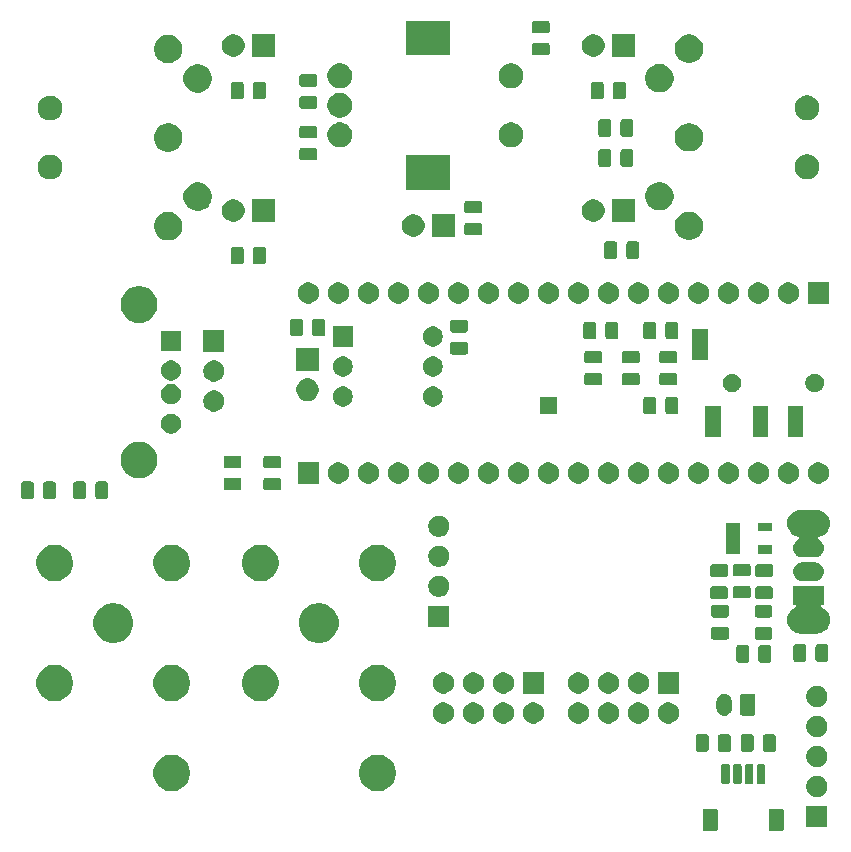
<source format=gbr>
G04 #@! TF.GenerationSoftware,KiCad,Pcbnew,(5.1.5)-3*
G04 #@! TF.CreationDate,2020-01-19T12:10:18+09:00*
G04 #@! TF.ProjectId,MOMI,4d4f4d49-2e6b-4696-9361-645f70636258,rev?*
G04 #@! TF.SameCoordinates,Original*
G04 #@! TF.FileFunction,Soldermask,Top*
G04 #@! TF.FilePolarity,Negative*
%FSLAX46Y46*%
G04 Gerber Fmt 4.6, Leading zero omitted, Abs format (unit mm)*
G04 Created by KiCad (PCBNEW (5.1.5)-3) date 2020-01-19 12:10:18*
%MOMM*%
%LPD*%
G04 APERTURE LIST*
%ADD10C,0.100000*%
G04 APERTURE END LIST*
D10*
G36*
X151881242Y-158598904D02*
G01*
X151918337Y-158610157D01*
X151952515Y-158628425D01*
X151982481Y-158653019D01*
X152007075Y-158682985D01*
X152025343Y-158717163D01*
X152036596Y-158754258D01*
X152041000Y-158798974D01*
X152041000Y-160292026D01*
X152036596Y-160336742D01*
X152025343Y-160373837D01*
X152007075Y-160408015D01*
X151982481Y-160437981D01*
X151952515Y-160462575D01*
X151918337Y-160480843D01*
X151881242Y-160492096D01*
X151836526Y-160496500D01*
X150943474Y-160496500D01*
X150898758Y-160492096D01*
X150861663Y-160480843D01*
X150827485Y-160462575D01*
X150797519Y-160437981D01*
X150772925Y-160408015D01*
X150754657Y-160373837D01*
X150743404Y-160336742D01*
X150739000Y-160292026D01*
X150739000Y-158798974D01*
X150743404Y-158754258D01*
X150754657Y-158717163D01*
X150772925Y-158682985D01*
X150797519Y-158653019D01*
X150827485Y-158628425D01*
X150861663Y-158610157D01*
X150898758Y-158598904D01*
X150943474Y-158594500D01*
X151836526Y-158594500D01*
X151881242Y-158598904D01*
G37*
G36*
X146281242Y-158598904D02*
G01*
X146318337Y-158610157D01*
X146352515Y-158628425D01*
X146382481Y-158653019D01*
X146407075Y-158682985D01*
X146425343Y-158717163D01*
X146436596Y-158754258D01*
X146441000Y-158798974D01*
X146441000Y-160292026D01*
X146436596Y-160336742D01*
X146425343Y-160373837D01*
X146407075Y-160408015D01*
X146382481Y-160437981D01*
X146352515Y-160462575D01*
X146318337Y-160480843D01*
X146281242Y-160492096D01*
X146236526Y-160496500D01*
X145343474Y-160496500D01*
X145298758Y-160492096D01*
X145261663Y-160480843D01*
X145227485Y-160462575D01*
X145197519Y-160437981D01*
X145172925Y-160408015D01*
X145154657Y-160373837D01*
X145143404Y-160336742D01*
X145139000Y-160292026D01*
X145139000Y-158798974D01*
X145143404Y-158754258D01*
X145154657Y-158717163D01*
X145172925Y-158682985D01*
X145197519Y-158653019D01*
X145227485Y-158628425D01*
X145261663Y-158610157D01*
X145298758Y-158598904D01*
X145343474Y-158594500D01*
X146236526Y-158594500D01*
X146281242Y-158598904D01*
G37*
G36*
X155714000Y-160159000D02*
G01*
X153912000Y-160159000D01*
X153912000Y-158357000D01*
X155714000Y-158357000D01*
X155714000Y-160159000D01*
G37*
G36*
X154926512Y-155821927D02*
G01*
X155075812Y-155851624D01*
X155239784Y-155919544D01*
X155387354Y-156018147D01*
X155512853Y-156143646D01*
X155611456Y-156291216D01*
X155679376Y-156455188D01*
X155714000Y-156629259D01*
X155714000Y-156806741D01*
X155679376Y-156980812D01*
X155611456Y-157144784D01*
X155512853Y-157292354D01*
X155387354Y-157417853D01*
X155239784Y-157516456D01*
X155075812Y-157584376D01*
X154926512Y-157614073D01*
X154901742Y-157619000D01*
X154724258Y-157619000D01*
X154699488Y-157614073D01*
X154550188Y-157584376D01*
X154386216Y-157516456D01*
X154238646Y-157417853D01*
X154113147Y-157292354D01*
X154014544Y-157144784D01*
X153946624Y-156980812D01*
X153912000Y-156806741D01*
X153912000Y-156629259D01*
X153946624Y-156455188D01*
X154014544Y-156291216D01*
X154113147Y-156143646D01*
X154238646Y-156018147D01*
X154386216Y-155919544D01*
X154550188Y-155851624D01*
X154699488Y-155821927D01*
X154724258Y-155817000D01*
X154901742Y-155817000D01*
X154926512Y-155821927D01*
G37*
G36*
X117906585Y-154053802D02*
G01*
X118056410Y-154083604D01*
X118338674Y-154200521D01*
X118592705Y-154370259D01*
X118808741Y-154586295D01*
X118978479Y-154840326D01*
X119095396Y-155122590D01*
X119155000Y-155422240D01*
X119155000Y-155727760D01*
X119095396Y-156027410D01*
X118978479Y-156309674D01*
X118808741Y-156563705D01*
X118592705Y-156779741D01*
X118338674Y-156949479D01*
X118056410Y-157066396D01*
X117906585Y-157096198D01*
X117756761Y-157126000D01*
X117451239Y-157126000D01*
X117301415Y-157096198D01*
X117151590Y-157066396D01*
X116869326Y-156949479D01*
X116615295Y-156779741D01*
X116399259Y-156563705D01*
X116229521Y-156309674D01*
X116112604Y-156027410D01*
X116053000Y-155727760D01*
X116053000Y-155422240D01*
X116112604Y-155122590D01*
X116229521Y-154840326D01*
X116399259Y-154586295D01*
X116615295Y-154370259D01*
X116869326Y-154200521D01*
X117151590Y-154083604D01*
X117301415Y-154053802D01*
X117451239Y-154024000D01*
X117756761Y-154024000D01*
X117906585Y-154053802D01*
G37*
G36*
X100507585Y-154053802D02*
G01*
X100657410Y-154083604D01*
X100939674Y-154200521D01*
X101193705Y-154370259D01*
X101409741Y-154586295D01*
X101579479Y-154840326D01*
X101696396Y-155122590D01*
X101756000Y-155422240D01*
X101756000Y-155727760D01*
X101696396Y-156027410D01*
X101579479Y-156309674D01*
X101409741Y-156563705D01*
X101193705Y-156779741D01*
X100939674Y-156949479D01*
X100657410Y-157066396D01*
X100507585Y-157096198D01*
X100357761Y-157126000D01*
X100052239Y-157126000D01*
X99902415Y-157096198D01*
X99752590Y-157066396D01*
X99470326Y-156949479D01*
X99216295Y-156779741D01*
X99000259Y-156563705D01*
X98830521Y-156309674D01*
X98713604Y-156027410D01*
X98654000Y-155727760D01*
X98654000Y-155422240D01*
X98713604Y-155122590D01*
X98830521Y-154840326D01*
X99000259Y-154586295D01*
X99216295Y-154370259D01*
X99470326Y-154200521D01*
X99752590Y-154083604D01*
X99902415Y-154053802D01*
X100052239Y-154024000D01*
X100357761Y-154024000D01*
X100507585Y-154053802D01*
G37*
G36*
X147349928Y-154847264D02*
G01*
X147371009Y-154853660D01*
X147390445Y-154864048D01*
X147407476Y-154878024D01*
X147421452Y-154895055D01*
X147431840Y-154914491D01*
X147438236Y-154935572D01*
X147441000Y-154963640D01*
X147441000Y-156377360D01*
X147438236Y-156405428D01*
X147431840Y-156426509D01*
X147421452Y-156445945D01*
X147407476Y-156462976D01*
X147390445Y-156476952D01*
X147371009Y-156487340D01*
X147349928Y-156493736D01*
X147321860Y-156496500D01*
X146858140Y-156496500D01*
X146830072Y-156493736D01*
X146808991Y-156487340D01*
X146789555Y-156476952D01*
X146772524Y-156462976D01*
X146758548Y-156445945D01*
X146748160Y-156426509D01*
X146741764Y-156405428D01*
X146739000Y-156377360D01*
X146739000Y-154963640D01*
X146741764Y-154935572D01*
X146748160Y-154914491D01*
X146758548Y-154895055D01*
X146772524Y-154878024D01*
X146789555Y-154864048D01*
X146808991Y-154853660D01*
X146830072Y-154847264D01*
X146858140Y-154844500D01*
X147321860Y-154844500D01*
X147349928Y-154847264D01*
G37*
G36*
X149349928Y-154847264D02*
G01*
X149371009Y-154853660D01*
X149390445Y-154864048D01*
X149407476Y-154878024D01*
X149421452Y-154895055D01*
X149431840Y-154914491D01*
X149438236Y-154935572D01*
X149441000Y-154963640D01*
X149441000Y-156377360D01*
X149438236Y-156405428D01*
X149431840Y-156426509D01*
X149421452Y-156445945D01*
X149407476Y-156462976D01*
X149390445Y-156476952D01*
X149371009Y-156487340D01*
X149349928Y-156493736D01*
X149321860Y-156496500D01*
X148858140Y-156496500D01*
X148830072Y-156493736D01*
X148808991Y-156487340D01*
X148789555Y-156476952D01*
X148772524Y-156462976D01*
X148758548Y-156445945D01*
X148748160Y-156426509D01*
X148741764Y-156405428D01*
X148739000Y-156377360D01*
X148739000Y-154963640D01*
X148741764Y-154935572D01*
X148748160Y-154914491D01*
X148758548Y-154895055D01*
X148772524Y-154878024D01*
X148789555Y-154864048D01*
X148808991Y-154853660D01*
X148830072Y-154847264D01*
X148858140Y-154844500D01*
X149321860Y-154844500D01*
X149349928Y-154847264D01*
G37*
G36*
X150349928Y-154847264D02*
G01*
X150371009Y-154853660D01*
X150390445Y-154864048D01*
X150407476Y-154878024D01*
X150421452Y-154895055D01*
X150431840Y-154914491D01*
X150438236Y-154935572D01*
X150441000Y-154963640D01*
X150441000Y-156377360D01*
X150438236Y-156405428D01*
X150431840Y-156426509D01*
X150421452Y-156445945D01*
X150407476Y-156462976D01*
X150390445Y-156476952D01*
X150371009Y-156487340D01*
X150349928Y-156493736D01*
X150321860Y-156496500D01*
X149858140Y-156496500D01*
X149830072Y-156493736D01*
X149808991Y-156487340D01*
X149789555Y-156476952D01*
X149772524Y-156462976D01*
X149758548Y-156445945D01*
X149748160Y-156426509D01*
X149741764Y-156405428D01*
X149739000Y-156377360D01*
X149739000Y-154963640D01*
X149741764Y-154935572D01*
X149748160Y-154914491D01*
X149758548Y-154895055D01*
X149772524Y-154878024D01*
X149789555Y-154864048D01*
X149808991Y-154853660D01*
X149830072Y-154847264D01*
X149858140Y-154844500D01*
X150321860Y-154844500D01*
X150349928Y-154847264D01*
G37*
G36*
X148349928Y-154847264D02*
G01*
X148371009Y-154853660D01*
X148390445Y-154864048D01*
X148407476Y-154878024D01*
X148421452Y-154895055D01*
X148431840Y-154914491D01*
X148438236Y-154935572D01*
X148441000Y-154963640D01*
X148441000Y-156377360D01*
X148438236Y-156405428D01*
X148431840Y-156426509D01*
X148421452Y-156445945D01*
X148407476Y-156462976D01*
X148390445Y-156476952D01*
X148371009Y-156487340D01*
X148349928Y-156493736D01*
X148321860Y-156496500D01*
X147858140Y-156496500D01*
X147830072Y-156493736D01*
X147808991Y-156487340D01*
X147789555Y-156476952D01*
X147772524Y-156462976D01*
X147758548Y-156445945D01*
X147748160Y-156426509D01*
X147741764Y-156405428D01*
X147739000Y-156377360D01*
X147739000Y-154963640D01*
X147741764Y-154935572D01*
X147748160Y-154914491D01*
X147758548Y-154895055D01*
X147772524Y-154878024D01*
X147789555Y-154864048D01*
X147808991Y-154853660D01*
X147830072Y-154847264D01*
X147858140Y-154844500D01*
X148321860Y-154844500D01*
X148349928Y-154847264D01*
G37*
G36*
X154926512Y-153281927D02*
G01*
X155075812Y-153311624D01*
X155239784Y-153379544D01*
X155387354Y-153478147D01*
X155512853Y-153603646D01*
X155611456Y-153751216D01*
X155679376Y-153915188D01*
X155714000Y-154089259D01*
X155714000Y-154266741D01*
X155679376Y-154440812D01*
X155611456Y-154604784D01*
X155512853Y-154752354D01*
X155387354Y-154877853D01*
X155239784Y-154976456D01*
X155075812Y-155044376D01*
X154926512Y-155074073D01*
X154901742Y-155079000D01*
X154724258Y-155079000D01*
X154699488Y-155074073D01*
X154550188Y-155044376D01*
X154386216Y-154976456D01*
X154238646Y-154877853D01*
X154113147Y-154752354D01*
X154014544Y-154604784D01*
X153946624Y-154440812D01*
X153912000Y-154266741D01*
X153912000Y-154089259D01*
X153946624Y-153915188D01*
X154014544Y-153751216D01*
X154113147Y-153603646D01*
X154238646Y-153478147D01*
X154386216Y-153379544D01*
X154550188Y-153311624D01*
X154699488Y-153281927D01*
X154724258Y-153277000D01*
X154901742Y-153277000D01*
X154926512Y-153281927D01*
G37*
G36*
X145484468Y-152288565D02*
G01*
X145523138Y-152300296D01*
X145558777Y-152319346D01*
X145590017Y-152344983D01*
X145615654Y-152376223D01*
X145634704Y-152411862D01*
X145646435Y-152450532D01*
X145651000Y-152496888D01*
X145651000Y-153573112D01*
X145646435Y-153619468D01*
X145634704Y-153658138D01*
X145615654Y-153693777D01*
X145590017Y-153725017D01*
X145558777Y-153750654D01*
X145523138Y-153769704D01*
X145484468Y-153781435D01*
X145438112Y-153786000D01*
X144786888Y-153786000D01*
X144740532Y-153781435D01*
X144701862Y-153769704D01*
X144666223Y-153750654D01*
X144634983Y-153725017D01*
X144609346Y-153693777D01*
X144590296Y-153658138D01*
X144578565Y-153619468D01*
X144574000Y-153573112D01*
X144574000Y-152496888D01*
X144578565Y-152450532D01*
X144590296Y-152411862D01*
X144609346Y-152376223D01*
X144634983Y-152344983D01*
X144666223Y-152319346D01*
X144701862Y-152300296D01*
X144740532Y-152288565D01*
X144786888Y-152284000D01*
X145438112Y-152284000D01*
X145484468Y-152288565D01*
G37*
G36*
X147359468Y-152288565D02*
G01*
X147398138Y-152300296D01*
X147433777Y-152319346D01*
X147465017Y-152344983D01*
X147490654Y-152376223D01*
X147509704Y-152411862D01*
X147521435Y-152450532D01*
X147526000Y-152496888D01*
X147526000Y-153573112D01*
X147521435Y-153619468D01*
X147509704Y-153658138D01*
X147490654Y-153693777D01*
X147465017Y-153725017D01*
X147433777Y-153750654D01*
X147398138Y-153769704D01*
X147359468Y-153781435D01*
X147313112Y-153786000D01*
X146661888Y-153786000D01*
X146615532Y-153781435D01*
X146576862Y-153769704D01*
X146541223Y-153750654D01*
X146509983Y-153725017D01*
X146484346Y-153693777D01*
X146465296Y-153658138D01*
X146453565Y-153619468D01*
X146449000Y-153573112D01*
X146449000Y-152496888D01*
X146453565Y-152450532D01*
X146465296Y-152411862D01*
X146484346Y-152376223D01*
X146509983Y-152344983D01*
X146541223Y-152319346D01*
X146576862Y-152300296D01*
X146615532Y-152288565D01*
X146661888Y-152284000D01*
X147313112Y-152284000D01*
X147359468Y-152288565D01*
G37*
G36*
X151169468Y-152288565D02*
G01*
X151208138Y-152300296D01*
X151243777Y-152319346D01*
X151275017Y-152344983D01*
X151300654Y-152376223D01*
X151319704Y-152411862D01*
X151331435Y-152450532D01*
X151336000Y-152496888D01*
X151336000Y-153573112D01*
X151331435Y-153619468D01*
X151319704Y-153658138D01*
X151300654Y-153693777D01*
X151275017Y-153725017D01*
X151243777Y-153750654D01*
X151208138Y-153769704D01*
X151169468Y-153781435D01*
X151123112Y-153786000D01*
X150471888Y-153786000D01*
X150425532Y-153781435D01*
X150386862Y-153769704D01*
X150351223Y-153750654D01*
X150319983Y-153725017D01*
X150294346Y-153693777D01*
X150275296Y-153658138D01*
X150263565Y-153619468D01*
X150259000Y-153573112D01*
X150259000Y-152496888D01*
X150263565Y-152450532D01*
X150275296Y-152411862D01*
X150294346Y-152376223D01*
X150319983Y-152344983D01*
X150351223Y-152319346D01*
X150386862Y-152300296D01*
X150425532Y-152288565D01*
X150471888Y-152284000D01*
X151123112Y-152284000D01*
X151169468Y-152288565D01*
G37*
G36*
X149294468Y-152288565D02*
G01*
X149333138Y-152300296D01*
X149368777Y-152319346D01*
X149400017Y-152344983D01*
X149425654Y-152376223D01*
X149444704Y-152411862D01*
X149456435Y-152450532D01*
X149461000Y-152496888D01*
X149461000Y-153573112D01*
X149456435Y-153619468D01*
X149444704Y-153658138D01*
X149425654Y-153693777D01*
X149400017Y-153725017D01*
X149368777Y-153750654D01*
X149333138Y-153769704D01*
X149294468Y-153781435D01*
X149248112Y-153786000D01*
X148596888Y-153786000D01*
X148550532Y-153781435D01*
X148511862Y-153769704D01*
X148476223Y-153750654D01*
X148444983Y-153725017D01*
X148419346Y-153693777D01*
X148400296Y-153658138D01*
X148388565Y-153619468D01*
X148384000Y-153573112D01*
X148384000Y-152496888D01*
X148388565Y-152450532D01*
X148400296Y-152411862D01*
X148419346Y-152376223D01*
X148444983Y-152344983D01*
X148476223Y-152319346D01*
X148511862Y-152300296D01*
X148550532Y-152288565D01*
X148596888Y-152284000D01*
X149248112Y-152284000D01*
X149294468Y-152288565D01*
G37*
G36*
X154926512Y-150741927D02*
G01*
X155075812Y-150771624D01*
X155239784Y-150839544D01*
X155387354Y-150938147D01*
X155512853Y-151063646D01*
X155611456Y-151211216D01*
X155679376Y-151375188D01*
X155714000Y-151549259D01*
X155714000Y-151726741D01*
X155679376Y-151900812D01*
X155611456Y-152064784D01*
X155512853Y-152212354D01*
X155387354Y-152337853D01*
X155239784Y-152436456D01*
X155075812Y-152504376D01*
X154926512Y-152534073D01*
X154901742Y-152539000D01*
X154724258Y-152539000D01*
X154699488Y-152534073D01*
X154550188Y-152504376D01*
X154386216Y-152436456D01*
X154238646Y-152337853D01*
X154113147Y-152212354D01*
X154014544Y-152064784D01*
X153946624Y-151900812D01*
X153912000Y-151726741D01*
X153912000Y-151549259D01*
X153946624Y-151375188D01*
X154014544Y-151211216D01*
X154113147Y-151063646D01*
X154238646Y-150938147D01*
X154386216Y-150839544D01*
X154550188Y-150771624D01*
X154699488Y-150741927D01*
X154724258Y-150737000D01*
X154901742Y-150737000D01*
X154926512Y-150741927D01*
G37*
G36*
X142353512Y-149598927D02*
G01*
X142502812Y-149628624D01*
X142666784Y-149696544D01*
X142814354Y-149795147D01*
X142939853Y-149920646D01*
X143038456Y-150068216D01*
X143106376Y-150232188D01*
X143141000Y-150406259D01*
X143141000Y-150583741D01*
X143106376Y-150757812D01*
X143038456Y-150921784D01*
X142939853Y-151069354D01*
X142814354Y-151194853D01*
X142666784Y-151293456D01*
X142502812Y-151361376D01*
X142353512Y-151391073D01*
X142328742Y-151396000D01*
X142151258Y-151396000D01*
X142126488Y-151391073D01*
X141977188Y-151361376D01*
X141813216Y-151293456D01*
X141665646Y-151194853D01*
X141540147Y-151069354D01*
X141441544Y-150921784D01*
X141373624Y-150757812D01*
X141339000Y-150583741D01*
X141339000Y-150406259D01*
X141373624Y-150232188D01*
X141441544Y-150068216D01*
X141540147Y-149920646D01*
X141665646Y-149795147D01*
X141813216Y-149696544D01*
X141977188Y-149628624D01*
X142126488Y-149598927D01*
X142151258Y-149594000D01*
X142328742Y-149594000D01*
X142353512Y-149598927D01*
G37*
G36*
X130923512Y-149598927D02*
G01*
X131072812Y-149628624D01*
X131236784Y-149696544D01*
X131384354Y-149795147D01*
X131509853Y-149920646D01*
X131608456Y-150068216D01*
X131676376Y-150232188D01*
X131711000Y-150406259D01*
X131711000Y-150583741D01*
X131676376Y-150757812D01*
X131608456Y-150921784D01*
X131509853Y-151069354D01*
X131384354Y-151194853D01*
X131236784Y-151293456D01*
X131072812Y-151361376D01*
X130923512Y-151391073D01*
X130898742Y-151396000D01*
X130721258Y-151396000D01*
X130696488Y-151391073D01*
X130547188Y-151361376D01*
X130383216Y-151293456D01*
X130235646Y-151194853D01*
X130110147Y-151069354D01*
X130011544Y-150921784D01*
X129943624Y-150757812D01*
X129909000Y-150583741D01*
X129909000Y-150406259D01*
X129943624Y-150232188D01*
X130011544Y-150068216D01*
X130110147Y-149920646D01*
X130235646Y-149795147D01*
X130383216Y-149696544D01*
X130547188Y-149628624D01*
X130696488Y-149598927D01*
X130721258Y-149594000D01*
X130898742Y-149594000D01*
X130923512Y-149598927D01*
G37*
G36*
X128383512Y-149598927D02*
G01*
X128532812Y-149628624D01*
X128696784Y-149696544D01*
X128844354Y-149795147D01*
X128969853Y-149920646D01*
X129068456Y-150068216D01*
X129136376Y-150232188D01*
X129171000Y-150406259D01*
X129171000Y-150583741D01*
X129136376Y-150757812D01*
X129068456Y-150921784D01*
X128969853Y-151069354D01*
X128844354Y-151194853D01*
X128696784Y-151293456D01*
X128532812Y-151361376D01*
X128383512Y-151391073D01*
X128358742Y-151396000D01*
X128181258Y-151396000D01*
X128156488Y-151391073D01*
X128007188Y-151361376D01*
X127843216Y-151293456D01*
X127695646Y-151194853D01*
X127570147Y-151069354D01*
X127471544Y-150921784D01*
X127403624Y-150757812D01*
X127369000Y-150583741D01*
X127369000Y-150406259D01*
X127403624Y-150232188D01*
X127471544Y-150068216D01*
X127570147Y-149920646D01*
X127695646Y-149795147D01*
X127843216Y-149696544D01*
X128007188Y-149628624D01*
X128156488Y-149598927D01*
X128181258Y-149594000D01*
X128358742Y-149594000D01*
X128383512Y-149598927D01*
G37*
G36*
X125843512Y-149598927D02*
G01*
X125992812Y-149628624D01*
X126156784Y-149696544D01*
X126304354Y-149795147D01*
X126429853Y-149920646D01*
X126528456Y-150068216D01*
X126596376Y-150232188D01*
X126631000Y-150406259D01*
X126631000Y-150583741D01*
X126596376Y-150757812D01*
X126528456Y-150921784D01*
X126429853Y-151069354D01*
X126304354Y-151194853D01*
X126156784Y-151293456D01*
X125992812Y-151361376D01*
X125843512Y-151391073D01*
X125818742Y-151396000D01*
X125641258Y-151396000D01*
X125616488Y-151391073D01*
X125467188Y-151361376D01*
X125303216Y-151293456D01*
X125155646Y-151194853D01*
X125030147Y-151069354D01*
X124931544Y-150921784D01*
X124863624Y-150757812D01*
X124829000Y-150583741D01*
X124829000Y-150406259D01*
X124863624Y-150232188D01*
X124931544Y-150068216D01*
X125030147Y-149920646D01*
X125155646Y-149795147D01*
X125303216Y-149696544D01*
X125467188Y-149628624D01*
X125616488Y-149598927D01*
X125641258Y-149594000D01*
X125818742Y-149594000D01*
X125843512Y-149598927D01*
G37*
G36*
X123303512Y-149598927D02*
G01*
X123452812Y-149628624D01*
X123616784Y-149696544D01*
X123764354Y-149795147D01*
X123889853Y-149920646D01*
X123988456Y-150068216D01*
X124056376Y-150232188D01*
X124091000Y-150406259D01*
X124091000Y-150583741D01*
X124056376Y-150757812D01*
X123988456Y-150921784D01*
X123889853Y-151069354D01*
X123764354Y-151194853D01*
X123616784Y-151293456D01*
X123452812Y-151361376D01*
X123303512Y-151391073D01*
X123278742Y-151396000D01*
X123101258Y-151396000D01*
X123076488Y-151391073D01*
X122927188Y-151361376D01*
X122763216Y-151293456D01*
X122615646Y-151194853D01*
X122490147Y-151069354D01*
X122391544Y-150921784D01*
X122323624Y-150757812D01*
X122289000Y-150583741D01*
X122289000Y-150406259D01*
X122323624Y-150232188D01*
X122391544Y-150068216D01*
X122490147Y-149920646D01*
X122615646Y-149795147D01*
X122763216Y-149696544D01*
X122927188Y-149628624D01*
X123076488Y-149598927D01*
X123101258Y-149594000D01*
X123278742Y-149594000D01*
X123303512Y-149598927D01*
G37*
G36*
X134733512Y-149598927D02*
G01*
X134882812Y-149628624D01*
X135046784Y-149696544D01*
X135194354Y-149795147D01*
X135319853Y-149920646D01*
X135418456Y-150068216D01*
X135486376Y-150232188D01*
X135521000Y-150406259D01*
X135521000Y-150583741D01*
X135486376Y-150757812D01*
X135418456Y-150921784D01*
X135319853Y-151069354D01*
X135194354Y-151194853D01*
X135046784Y-151293456D01*
X134882812Y-151361376D01*
X134733512Y-151391073D01*
X134708742Y-151396000D01*
X134531258Y-151396000D01*
X134506488Y-151391073D01*
X134357188Y-151361376D01*
X134193216Y-151293456D01*
X134045646Y-151194853D01*
X133920147Y-151069354D01*
X133821544Y-150921784D01*
X133753624Y-150757812D01*
X133719000Y-150583741D01*
X133719000Y-150406259D01*
X133753624Y-150232188D01*
X133821544Y-150068216D01*
X133920147Y-149920646D01*
X134045646Y-149795147D01*
X134193216Y-149696544D01*
X134357188Y-149628624D01*
X134506488Y-149598927D01*
X134531258Y-149594000D01*
X134708742Y-149594000D01*
X134733512Y-149598927D01*
G37*
G36*
X137273512Y-149598927D02*
G01*
X137422812Y-149628624D01*
X137586784Y-149696544D01*
X137734354Y-149795147D01*
X137859853Y-149920646D01*
X137958456Y-150068216D01*
X138026376Y-150232188D01*
X138061000Y-150406259D01*
X138061000Y-150583741D01*
X138026376Y-150757812D01*
X137958456Y-150921784D01*
X137859853Y-151069354D01*
X137734354Y-151194853D01*
X137586784Y-151293456D01*
X137422812Y-151361376D01*
X137273512Y-151391073D01*
X137248742Y-151396000D01*
X137071258Y-151396000D01*
X137046488Y-151391073D01*
X136897188Y-151361376D01*
X136733216Y-151293456D01*
X136585646Y-151194853D01*
X136460147Y-151069354D01*
X136361544Y-150921784D01*
X136293624Y-150757812D01*
X136259000Y-150583741D01*
X136259000Y-150406259D01*
X136293624Y-150232188D01*
X136361544Y-150068216D01*
X136460147Y-149920646D01*
X136585646Y-149795147D01*
X136733216Y-149696544D01*
X136897188Y-149628624D01*
X137046488Y-149598927D01*
X137071258Y-149594000D01*
X137248742Y-149594000D01*
X137273512Y-149598927D01*
G37*
G36*
X139813512Y-149598927D02*
G01*
X139962812Y-149628624D01*
X140126784Y-149696544D01*
X140274354Y-149795147D01*
X140399853Y-149920646D01*
X140498456Y-150068216D01*
X140566376Y-150232188D01*
X140601000Y-150406259D01*
X140601000Y-150583741D01*
X140566376Y-150757812D01*
X140498456Y-150921784D01*
X140399853Y-151069354D01*
X140274354Y-151194853D01*
X140126784Y-151293456D01*
X139962812Y-151361376D01*
X139813512Y-151391073D01*
X139788742Y-151396000D01*
X139611258Y-151396000D01*
X139586488Y-151391073D01*
X139437188Y-151361376D01*
X139273216Y-151293456D01*
X139125646Y-151194853D01*
X139000147Y-151069354D01*
X138901544Y-150921784D01*
X138833624Y-150757812D01*
X138799000Y-150583741D01*
X138799000Y-150406259D01*
X138833624Y-150232188D01*
X138901544Y-150068216D01*
X139000147Y-149920646D01*
X139125646Y-149795147D01*
X139273216Y-149696544D01*
X139437188Y-149628624D01*
X139586488Y-149598927D01*
X139611258Y-149594000D01*
X139788742Y-149594000D01*
X139813512Y-149598927D01*
G37*
G36*
X147098618Y-148879920D02*
G01*
X147179400Y-148904425D01*
X147221336Y-148917146D01*
X147334425Y-148977594D01*
X147433554Y-149058946D01*
X147514906Y-149158075D01*
X147575354Y-149271164D01*
X147575355Y-149271168D01*
X147612580Y-149393882D01*
X147622000Y-149489527D01*
X147622000Y-150103473D01*
X147612580Y-150199118D01*
X147602548Y-150232188D01*
X147575354Y-150321836D01*
X147514906Y-150434925D01*
X147433554Y-150534053D01*
X147334424Y-150615406D01*
X147221335Y-150675854D01*
X147189403Y-150685540D01*
X147098617Y-150713080D01*
X146971000Y-150725649D01*
X146843382Y-150713080D01*
X146752596Y-150685540D01*
X146720664Y-150675854D01*
X146607575Y-150615406D01*
X146508447Y-150534054D01*
X146427094Y-150434924D01*
X146366646Y-150321835D01*
X146356960Y-150289903D01*
X146329420Y-150199117D01*
X146320000Y-150103472D01*
X146320000Y-149489527D01*
X146329420Y-149393882D01*
X146366645Y-149271168D01*
X146366645Y-149271167D01*
X146426205Y-149159740D01*
X146427095Y-149158074D01*
X146440493Y-149141749D01*
X146508447Y-149058946D01*
X146607576Y-148977594D01*
X146720665Y-148917146D01*
X146762601Y-148904425D01*
X146843383Y-148879920D01*
X146971000Y-148867351D01*
X147098618Y-148879920D01*
G37*
G36*
X149462242Y-148874904D02*
G01*
X149499337Y-148886157D01*
X149533515Y-148904425D01*
X149563481Y-148929019D01*
X149588075Y-148958985D01*
X149606343Y-148993163D01*
X149617596Y-149030258D01*
X149622000Y-149074974D01*
X149622000Y-150518026D01*
X149617596Y-150562742D01*
X149606343Y-150599837D01*
X149588075Y-150634015D01*
X149563481Y-150663981D01*
X149533515Y-150688575D01*
X149499337Y-150706843D01*
X149462242Y-150718096D01*
X149417526Y-150722500D01*
X148524474Y-150722500D01*
X148479758Y-150718096D01*
X148442663Y-150706843D01*
X148408485Y-150688575D01*
X148378519Y-150663981D01*
X148353925Y-150634015D01*
X148335657Y-150599837D01*
X148324404Y-150562742D01*
X148320000Y-150518026D01*
X148320000Y-149074974D01*
X148324404Y-149030258D01*
X148335657Y-148993163D01*
X148353925Y-148958985D01*
X148378519Y-148929019D01*
X148408485Y-148904425D01*
X148442663Y-148886157D01*
X148479758Y-148874904D01*
X148524474Y-148870500D01*
X149417526Y-148870500D01*
X149462242Y-148874904D01*
G37*
G36*
X154926512Y-148201927D02*
G01*
X155075812Y-148231624D01*
X155239784Y-148299544D01*
X155387354Y-148398147D01*
X155512853Y-148523646D01*
X155611456Y-148671216D01*
X155679376Y-148835188D01*
X155714000Y-149009259D01*
X155714000Y-149186741D01*
X155679376Y-149360812D01*
X155611456Y-149524784D01*
X155512853Y-149672354D01*
X155387354Y-149797853D01*
X155239784Y-149896456D01*
X155075812Y-149964376D01*
X154926512Y-149994073D01*
X154901742Y-149999000D01*
X154724258Y-149999000D01*
X154699488Y-149994073D01*
X154550188Y-149964376D01*
X154386216Y-149896456D01*
X154238646Y-149797853D01*
X154113147Y-149672354D01*
X154014544Y-149524784D01*
X153946624Y-149360812D01*
X153912000Y-149186741D01*
X153912000Y-149009259D01*
X153946624Y-148835188D01*
X154014544Y-148671216D01*
X154113147Y-148523646D01*
X154238646Y-148398147D01*
X154386216Y-148299544D01*
X154550188Y-148231624D01*
X154699488Y-148201927D01*
X154724258Y-148197000D01*
X154901742Y-148197000D01*
X154926512Y-148201927D01*
G37*
G36*
X107996585Y-146433802D02*
G01*
X108146410Y-146463604D01*
X108428674Y-146580521D01*
X108682705Y-146750259D01*
X108898741Y-146966295D01*
X109068479Y-147220326D01*
X109185396Y-147502590D01*
X109245000Y-147802240D01*
X109245000Y-148107760D01*
X109185396Y-148407410D01*
X109068479Y-148689674D01*
X108898741Y-148943705D01*
X108682705Y-149159741D01*
X108428674Y-149329479D01*
X108146410Y-149446396D01*
X107996585Y-149476198D01*
X107846761Y-149506000D01*
X107541239Y-149506000D01*
X107391415Y-149476198D01*
X107241590Y-149446396D01*
X106959326Y-149329479D01*
X106705295Y-149159741D01*
X106489259Y-148943705D01*
X106319521Y-148689674D01*
X106202604Y-148407410D01*
X106143000Y-148107760D01*
X106143000Y-147802240D01*
X106202604Y-147502590D01*
X106319521Y-147220326D01*
X106489259Y-146966295D01*
X106705295Y-146750259D01*
X106959326Y-146580521D01*
X107241590Y-146463604D01*
X107391415Y-146433802D01*
X107541239Y-146404000D01*
X107846761Y-146404000D01*
X107996585Y-146433802D01*
G37*
G36*
X100507585Y-146433802D02*
G01*
X100657410Y-146463604D01*
X100939674Y-146580521D01*
X101193705Y-146750259D01*
X101409741Y-146966295D01*
X101579479Y-147220326D01*
X101696396Y-147502590D01*
X101756000Y-147802240D01*
X101756000Y-148107760D01*
X101696396Y-148407410D01*
X101579479Y-148689674D01*
X101409741Y-148943705D01*
X101193705Y-149159741D01*
X100939674Y-149329479D01*
X100657410Y-149446396D01*
X100507585Y-149476198D01*
X100357761Y-149506000D01*
X100052239Y-149506000D01*
X99902415Y-149476198D01*
X99752590Y-149446396D01*
X99470326Y-149329479D01*
X99216295Y-149159741D01*
X99000259Y-148943705D01*
X98830521Y-148689674D01*
X98713604Y-148407410D01*
X98654000Y-148107760D01*
X98654000Y-147802240D01*
X98713604Y-147502590D01*
X98830521Y-147220326D01*
X99000259Y-146966295D01*
X99216295Y-146750259D01*
X99470326Y-146580521D01*
X99752590Y-146463604D01*
X99902415Y-146433802D01*
X100052239Y-146404000D01*
X100357761Y-146404000D01*
X100507585Y-146433802D01*
G37*
G36*
X90597585Y-146433802D02*
G01*
X90747410Y-146463604D01*
X91029674Y-146580521D01*
X91283705Y-146750259D01*
X91499741Y-146966295D01*
X91669479Y-147220326D01*
X91786396Y-147502590D01*
X91846000Y-147802240D01*
X91846000Y-148107760D01*
X91786396Y-148407410D01*
X91669479Y-148689674D01*
X91499741Y-148943705D01*
X91283705Y-149159741D01*
X91029674Y-149329479D01*
X90747410Y-149446396D01*
X90597585Y-149476198D01*
X90447761Y-149506000D01*
X90142239Y-149506000D01*
X89992415Y-149476198D01*
X89842590Y-149446396D01*
X89560326Y-149329479D01*
X89306295Y-149159741D01*
X89090259Y-148943705D01*
X88920521Y-148689674D01*
X88803604Y-148407410D01*
X88744000Y-148107760D01*
X88744000Y-147802240D01*
X88803604Y-147502590D01*
X88920521Y-147220326D01*
X89090259Y-146966295D01*
X89306295Y-146750259D01*
X89560326Y-146580521D01*
X89842590Y-146463604D01*
X89992415Y-146433802D01*
X90142239Y-146404000D01*
X90447761Y-146404000D01*
X90597585Y-146433802D01*
G37*
G36*
X117906585Y-146433802D02*
G01*
X118056410Y-146463604D01*
X118338674Y-146580521D01*
X118592705Y-146750259D01*
X118808741Y-146966295D01*
X118978479Y-147220326D01*
X119095396Y-147502590D01*
X119155000Y-147802240D01*
X119155000Y-148107760D01*
X119095396Y-148407410D01*
X118978479Y-148689674D01*
X118808741Y-148943705D01*
X118592705Y-149159741D01*
X118338674Y-149329479D01*
X118056410Y-149446396D01*
X117906585Y-149476198D01*
X117756761Y-149506000D01*
X117451239Y-149506000D01*
X117301415Y-149476198D01*
X117151590Y-149446396D01*
X116869326Y-149329479D01*
X116615295Y-149159741D01*
X116399259Y-148943705D01*
X116229521Y-148689674D01*
X116112604Y-148407410D01*
X116053000Y-148107760D01*
X116053000Y-147802240D01*
X116112604Y-147502590D01*
X116229521Y-147220326D01*
X116399259Y-146966295D01*
X116615295Y-146750259D01*
X116869326Y-146580521D01*
X117151590Y-146463604D01*
X117301415Y-146433802D01*
X117451239Y-146404000D01*
X117756761Y-146404000D01*
X117906585Y-146433802D01*
G37*
G36*
X131711000Y-148856000D02*
G01*
X129909000Y-148856000D01*
X129909000Y-147054000D01*
X131711000Y-147054000D01*
X131711000Y-148856000D01*
G37*
G36*
X128383512Y-147058927D02*
G01*
X128532812Y-147088624D01*
X128696784Y-147156544D01*
X128844354Y-147255147D01*
X128969853Y-147380646D01*
X129068456Y-147528216D01*
X129136376Y-147692188D01*
X129171000Y-147866259D01*
X129171000Y-148043741D01*
X129136376Y-148217812D01*
X129068456Y-148381784D01*
X128969853Y-148529354D01*
X128844354Y-148654853D01*
X128696784Y-148753456D01*
X128532812Y-148821376D01*
X128383512Y-148851073D01*
X128358742Y-148856000D01*
X128181258Y-148856000D01*
X128156488Y-148851073D01*
X128007188Y-148821376D01*
X127843216Y-148753456D01*
X127695646Y-148654853D01*
X127570147Y-148529354D01*
X127471544Y-148381784D01*
X127403624Y-148217812D01*
X127369000Y-148043741D01*
X127369000Y-147866259D01*
X127403624Y-147692188D01*
X127471544Y-147528216D01*
X127570147Y-147380646D01*
X127695646Y-147255147D01*
X127843216Y-147156544D01*
X128007188Y-147088624D01*
X128156488Y-147058927D01*
X128181258Y-147054000D01*
X128358742Y-147054000D01*
X128383512Y-147058927D01*
G37*
G36*
X125843512Y-147058927D02*
G01*
X125992812Y-147088624D01*
X126156784Y-147156544D01*
X126304354Y-147255147D01*
X126429853Y-147380646D01*
X126528456Y-147528216D01*
X126596376Y-147692188D01*
X126631000Y-147866259D01*
X126631000Y-148043741D01*
X126596376Y-148217812D01*
X126528456Y-148381784D01*
X126429853Y-148529354D01*
X126304354Y-148654853D01*
X126156784Y-148753456D01*
X125992812Y-148821376D01*
X125843512Y-148851073D01*
X125818742Y-148856000D01*
X125641258Y-148856000D01*
X125616488Y-148851073D01*
X125467188Y-148821376D01*
X125303216Y-148753456D01*
X125155646Y-148654853D01*
X125030147Y-148529354D01*
X124931544Y-148381784D01*
X124863624Y-148217812D01*
X124829000Y-148043741D01*
X124829000Y-147866259D01*
X124863624Y-147692188D01*
X124931544Y-147528216D01*
X125030147Y-147380646D01*
X125155646Y-147255147D01*
X125303216Y-147156544D01*
X125467188Y-147088624D01*
X125616488Y-147058927D01*
X125641258Y-147054000D01*
X125818742Y-147054000D01*
X125843512Y-147058927D01*
G37*
G36*
X123303512Y-147058927D02*
G01*
X123452812Y-147088624D01*
X123616784Y-147156544D01*
X123764354Y-147255147D01*
X123889853Y-147380646D01*
X123988456Y-147528216D01*
X124056376Y-147692188D01*
X124091000Y-147866259D01*
X124091000Y-148043741D01*
X124056376Y-148217812D01*
X123988456Y-148381784D01*
X123889853Y-148529354D01*
X123764354Y-148654853D01*
X123616784Y-148753456D01*
X123452812Y-148821376D01*
X123303512Y-148851073D01*
X123278742Y-148856000D01*
X123101258Y-148856000D01*
X123076488Y-148851073D01*
X122927188Y-148821376D01*
X122763216Y-148753456D01*
X122615646Y-148654853D01*
X122490147Y-148529354D01*
X122391544Y-148381784D01*
X122323624Y-148217812D01*
X122289000Y-148043741D01*
X122289000Y-147866259D01*
X122323624Y-147692188D01*
X122391544Y-147528216D01*
X122490147Y-147380646D01*
X122615646Y-147255147D01*
X122763216Y-147156544D01*
X122927188Y-147088624D01*
X123076488Y-147058927D01*
X123101258Y-147054000D01*
X123278742Y-147054000D01*
X123303512Y-147058927D01*
G37*
G36*
X134733512Y-147058927D02*
G01*
X134882812Y-147088624D01*
X135046784Y-147156544D01*
X135194354Y-147255147D01*
X135319853Y-147380646D01*
X135418456Y-147528216D01*
X135486376Y-147692188D01*
X135521000Y-147866259D01*
X135521000Y-148043741D01*
X135486376Y-148217812D01*
X135418456Y-148381784D01*
X135319853Y-148529354D01*
X135194354Y-148654853D01*
X135046784Y-148753456D01*
X134882812Y-148821376D01*
X134733512Y-148851073D01*
X134708742Y-148856000D01*
X134531258Y-148856000D01*
X134506488Y-148851073D01*
X134357188Y-148821376D01*
X134193216Y-148753456D01*
X134045646Y-148654853D01*
X133920147Y-148529354D01*
X133821544Y-148381784D01*
X133753624Y-148217812D01*
X133719000Y-148043741D01*
X133719000Y-147866259D01*
X133753624Y-147692188D01*
X133821544Y-147528216D01*
X133920147Y-147380646D01*
X134045646Y-147255147D01*
X134193216Y-147156544D01*
X134357188Y-147088624D01*
X134506488Y-147058927D01*
X134531258Y-147054000D01*
X134708742Y-147054000D01*
X134733512Y-147058927D01*
G37*
G36*
X137273512Y-147058927D02*
G01*
X137422812Y-147088624D01*
X137586784Y-147156544D01*
X137734354Y-147255147D01*
X137859853Y-147380646D01*
X137958456Y-147528216D01*
X138026376Y-147692188D01*
X138061000Y-147866259D01*
X138061000Y-148043741D01*
X138026376Y-148217812D01*
X137958456Y-148381784D01*
X137859853Y-148529354D01*
X137734354Y-148654853D01*
X137586784Y-148753456D01*
X137422812Y-148821376D01*
X137273512Y-148851073D01*
X137248742Y-148856000D01*
X137071258Y-148856000D01*
X137046488Y-148851073D01*
X136897188Y-148821376D01*
X136733216Y-148753456D01*
X136585646Y-148654853D01*
X136460147Y-148529354D01*
X136361544Y-148381784D01*
X136293624Y-148217812D01*
X136259000Y-148043741D01*
X136259000Y-147866259D01*
X136293624Y-147692188D01*
X136361544Y-147528216D01*
X136460147Y-147380646D01*
X136585646Y-147255147D01*
X136733216Y-147156544D01*
X136897188Y-147088624D01*
X137046488Y-147058927D01*
X137071258Y-147054000D01*
X137248742Y-147054000D01*
X137273512Y-147058927D01*
G37*
G36*
X139813512Y-147058927D02*
G01*
X139962812Y-147088624D01*
X140126784Y-147156544D01*
X140274354Y-147255147D01*
X140399853Y-147380646D01*
X140498456Y-147528216D01*
X140566376Y-147692188D01*
X140601000Y-147866259D01*
X140601000Y-148043741D01*
X140566376Y-148217812D01*
X140498456Y-148381784D01*
X140399853Y-148529354D01*
X140274354Y-148654853D01*
X140126784Y-148753456D01*
X139962812Y-148821376D01*
X139813512Y-148851073D01*
X139788742Y-148856000D01*
X139611258Y-148856000D01*
X139586488Y-148851073D01*
X139437188Y-148821376D01*
X139273216Y-148753456D01*
X139125646Y-148654853D01*
X139000147Y-148529354D01*
X138901544Y-148381784D01*
X138833624Y-148217812D01*
X138799000Y-148043741D01*
X138799000Y-147866259D01*
X138833624Y-147692188D01*
X138901544Y-147528216D01*
X139000147Y-147380646D01*
X139125646Y-147255147D01*
X139273216Y-147156544D01*
X139437188Y-147088624D01*
X139586488Y-147058927D01*
X139611258Y-147054000D01*
X139788742Y-147054000D01*
X139813512Y-147058927D01*
G37*
G36*
X143141000Y-148856000D02*
G01*
X141339000Y-148856000D01*
X141339000Y-147054000D01*
X143141000Y-147054000D01*
X143141000Y-148856000D01*
G37*
G36*
X150788468Y-144732065D02*
G01*
X150827138Y-144743796D01*
X150862777Y-144762846D01*
X150894017Y-144788483D01*
X150919654Y-144819723D01*
X150938704Y-144855362D01*
X150950435Y-144894032D01*
X150955000Y-144940388D01*
X150955000Y-146016612D01*
X150950435Y-146062968D01*
X150938704Y-146101638D01*
X150919654Y-146137277D01*
X150894017Y-146168517D01*
X150862777Y-146194154D01*
X150827138Y-146213204D01*
X150788468Y-146224935D01*
X150742112Y-146229500D01*
X150090888Y-146229500D01*
X150044532Y-146224935D01*
X150005862Y-146213204D01*
X149970223Y-146194154D01*
X149938983Y-146168517D01*
X149913346Y-146137277D01*
X149894296Y-146101638D01*
X149882565Y-146062968D01*
X149878000Y-146016612D01*
X149878000Y-144940388D01*
X149882565Y-144894032D01*
X149894296Y-144855362D01*
X149913346Y-144819723D01*
X149938983Y-144788483D01*
X149970223Y-144762846D01*
X150005862Y-144743796D01*
X150044532Y-144732065D01*
X150090888Y-144727500D01*
X150742112Y-144727500D01*
X150788468Y-144732065D01*
G37*
G36*
X148913468Y-144732065D02*
G01*
X148952138Y-144743796D01*
X148987777Y-144762846D01*
X149019017Y-144788483D01*
X149044654Y-144819723D01*
X149063704Y-144855362D01*
X149075435Y-144894032D01*
X149080000Y-144940388D01*
X149080000Y-146016612D01*
X149075435Y-146062968D01*
X149063704Y-146101638D01*
X149044654Y-146137277D01*
X149019017Y-146168517D01*
X148987777Y-146194154D01*
X148952138Y-146213204D01*
X148913468Y-146224935D01*
X148867112Y-146229500D01*
X148215888Y-146229500D01*
X148169532Y-146224935D01*
X148130862Y-146213204D01*
X148095223Y-146194154D01*
X148063983Y-146168517D01*
X148038346Y-146137277D01*
X148019296Y-146101638D01*
X148007565Y-146062968D01*
X148003000Y-146016612D01*
X148003000Y-144940388D01*
X148007565Y-144894032D01*
X148019296Y-144855362D01*
X148038346Y-144819723D01*
X148063983Y-144788483D01*
X148095223Y-144762846D01*
X148130862Y-144743796D01*
X148169532Y-144732065D01*
X148215888Y-144727500D01*
X148867112Y-144727500D01*
X148913468Y-144732065D01*
G37*
G36*
X153739468Y-144668565D02*
G01*
X153778138Y-144680296D01*
X153813777Y-144699346D01*
X153845017Y-144724983D01*
X153870654Y-144756223D01*
X153889704Y-144791862D01*
X153901435Y-144830532D01*
X153906000Y-144876888D01*
X153906000Y-145953112D01*
X153901435Y-145999468D01*
X153889704Y-146038138D01*
X153870654Y-146073777D01*
X153845017Y-146105017D01*
X153813777Y-146130654D01*
X153778138Y-146149704D01*
X153739468Y-146161435D01*
X153693112Y-146166000D01*
X153041888Y-146166000D01*
X152995532Y-146161435D01*
X152956862Y-146149704D01*
X152921223Y-146130654D01*
X152889983Y-146105017D01*
X152864346Y-146073777D01*
X152845296Y-146038138D01*
X152833565Y-145999468D01*
X152829000Y-145953112D01*
X152829000Y-144876888D01*
X152833565Y-144830532D01*
X152845296Y-144791862D01*
X152864346Y-144756223D01*
X152889983Y-144724983D01*
X152921223Y-144699346D01*
X152956862Y-144680296D01*
X152995532Y-144668565D01*
X153041888Y-144664000D01*
X153693112Y-144664000D01*
X153739468Y-144668565D01*
G37*
G36*
X155614468Y-144668565D02*
G01*
X155653138Y-144680296D01*
X155688777Y-144699346D01*
X155720017Y-144724983D01*
X155745654Y-144756223D01*
X155764704Y-144791862D01*
X155776435Y-144830532D01*
X155781000Y-144876888D01*
X155781000Y-145953112D01*
X155776435Y-145999468D01*
X155764704Y-146038138D01*
X155745654Y-146073777D01*
X155720017Y-146105017D01*
X155688777Y-146130654D01*
X155653138Y-146149704D01*
X155614468Y-146161435D01*
X155568112Y-146166000D01*
X154916888Y-146166000D01*
X154870532Y-146161435D01*
X154831862Y-146149704D01*
X154796223Y-146130654D01*
X154764983Y-146105017D01*
X154739346Y-146073777D01*
X154720296Y-146038138D01*
X154708565Y-145999468D01*
X154704000Y-145953112D01*
X154704000Y-144876888D01*
X154708565Y-144830532D01*
X154720296Y-144791862D01*
X154739346Y-144756223D01*
X154764983Y-144724983D01*
X154796223Y-144699346D01*
X154831862Y-144680296D01*
X154870532Y-144668565D01*
X154916888Y-144664000D01*
X155568112Y-144664000D01*
X155614468Y-144668565D01*
G37*
G36*
X112975971Y-141231204D02*
G01*
X113137871Y-141263408D01*
X113442883Y-141389748D01*
X113717387Y-141573166D01*
X113950834Y-141806613D01*
X114134252Y-142081117D01*
X114260592Y-142386129D01*
X114325000Y-142709927D01*
X114325000Y-143040073D01*
X114260592Y-143363871D01*
X114134252Y-143668883D01*
X113950834Y-143943387D01*
X113717387Y-144176834D01*
X113442883Y-144360252D01*
X113137871Y-144486592D01*
X112814073Y-144551000D01*
X112483927Y-144551000D01*
X112160129Y-144486592D01*
X111855117Y-144360252D01*
X111580613Y-144176834D01*
X111347166Y-143943387D01*
X111163748Y-143668883D01*
X111037408Y-143363871D01*
X110973000Y-143040073D01*
X110973000Y-142709927D01*
X111005204Y-142548029D01*
X111037408Y-142386129D01*
X111163748Y-142081117D01*
X111347166Y-141806613D01*
X111580613Y-141573166D01*
X111855117Y-141389748D01*
X112160129Y-141263408D01*
X112322029Y-141231204D01*
X112483927Y-141199000D01*
X112814073Y-141199000D01*
X112975971Y-141231204D01*
G37*
G36*
X95576971Y-141231204D02*
G01*
X95738871Y-141263408D01*
X96043883Y-141389748D01*
X96318387Y-141573166D01*
X96551834Y-141806613D01*
X96735252Y-142081117D01*
X96861592Y-142386129D01*
X96926000Y-142709927D01*
X96926000Y-143040073D01*
X96861592Y-143363871D01*
X96735252Y-143668883D01*
X96551834Y-143943387D01*
X96318387Y-144176834D01*
X96043883Y-144360252D01*
X95738871Y-144486592D01*
X95415073Y-144551000D01*
X95084927Y-144551000D01*
X94761129Y-144486592D01*
X94456117Y-144360252D01*
X94181613Y-144176834D01*
X93948166Y-143943387D01*
X93764748Y-143668883D01*
X93638408Y-143363871D01*
X93574000Y-143040073D01*
X93574000Y-142709927D01*
X93638408Y-142386129D01*
X93764748Y-142081117D01*
X93948166Y-141806613D01*
X94181613Y-141573166D01*
X94456117Y-141389748D01*
X94761129Y-141263408D01*
X94923029Y-141231204D01*
X95084927Y-141199000D01*
X95415073Y-141199000D01*
X95576971Y-141231204D01*
G37*
G36*
X147205968Y-143215065D02*
G01*
X147244638Y-143226796D01*
X147280277Y-143245846D01*
X147311517Y-143271483D01*
X147337154Y-143302723D01*
X147356204Y-143338362D01*
X147367935Y-143377032D01*
X147372500Y-143423388D01*
X147372500Y-144074612D01*
X147367935Y-144120968D01*
X147356204Y-144159638D01*
X147337154Y-144195277D01*
X147311517Y-144226517D01*
X147280277Y-144252154D01*
X147244638Y-144271204D01*
X147205968Y-144282935D01*
X147159612Y-144287500D01*
X146083388Y-144287500D01*
X146037032Y-144282935D01*
X145998362Y-144271204D01*
X145962723Y-144252154D01*
X145931483Y-144226517D01*
X145905846Y-144195277D01*
X145886796Y-144159638D01*
X145875065Y-144120968D01*
X145870500Y-144074612D01*
X145870500Y-143423388D01*
X145875065Y-143377032D01*
X145886796Y-143338362D01*
X145905846Y-143302723D01*
X145931483Y-143271483D01*
X145962723Y-143245846D01*
X145998362Y-143226796D01*
X146037032Y-143215065D01*
X146083388Y-143210500D01*
X147159612Y-143210500D01*
X147205968Y-143215065D01*
G37*
G36*
X150888968Y-143215065D02*
G01*
X150927638Y-143226796D01*
X150963277Y-143245846D01*
X150994517Y-143271483D01*
X151020154Y-143302723D01*
X151039204Y-143338362D01*
X151050935Y-143377032D01*
X151055500Y-143423388D01*
X151055500Y-144074612D01*
X151050935Y-144120968D01*
X151039204Y-144159638D01*
X151020154Y-144195277D01*
X150994517Y-144226517D01*
X150963277Y-144252154D01*
X150927638Y-144271204D01*
X150888968Y-144282935D01*
X150842612Y-144287500D01*
X149766388Y-144287500D01*
X149720032Y-144282935D01*
X149681362Y-144271204D01*
X149645723Y-144252154D01*
X149614483Y-144226517D01*
X149588846Y-144195277D01*
X149569796Y-144159638D01*
X149558065Y-144120968D01*
X149553500Y-144074612D01*
X149553500Y-143423388D01*
X149558065Y-143377032D01*
X149569796Y-143338362D01*
X149588846Y-143302723D01*
X149614483Y-143271483D01*
X149645723Y-143245846D01*
X149681362Y-143226796D01*
X149720032Y-143215065D01*
X149766388Y-143210500D01*
X150842612Y-143210500D01*
X150888968Y-143215065D01*
G37*
G36*
X155415500Y-141326500D02*
G01*
X155274945Y-141326500D01*
X155250559Y-141328902D01*
X155227110Y-141336015D01*
X155205499Y-141347566D01*
X155186557Y-141363111D01*
X155171012Y-141382053D01*
X155159461Y-141403664D01*
X155152348Y-141427113D01*
X155149946Y-141451499D01*
X155152348Y-141475885D01*
X155159461Y-141499334D01*
X155171012Y-141520945D01*
X155186557Y-141539887D01*
X155205499Y-141555432D01*
X155216021Y-141561738D01*
X155407055Y-141663847D01*
X155582318Y-141807682D01*
X155726153Y-141982945D01*
X155811837Y-142143250D01*
X155833030Y-142182900D01*
X155897735Y-142396204D01*
X155898846Y-142399866D01*
X155921069Y-142625500D01*
X155898846Y-142851134D01*
X155833029Y-143068102D01*
X155726153Y-143268055D01*
X155582318Y-143443318D01*
X155407055Y-143587153D01*
X155254149Y-143668882D01*
X155207100Y-143694030D01*
X154990135Y-143759846D01*
X154933771Y-143765397D01*
X154821045Y-143776500D01*
X153407955Y-143776500D01*
X153295229Y-143765397D01*
X153238865Y-143759846D01*
X153021900Y-143694030D01*
X152974851Y-143668882D01*
X152821945Y-143587153D01*
X152646682Y-143443318D01*
X152502847Y-143268055D01*
X152395971Y-143068102D01*
X152330154Y-142851134D01*
X152307931Y-142625500D01*
X152330154Y-142399866D01*
X152331265Y-142396204D01*
X152395970Y-142182900D01*
X152417163Y-142143250D01*
X152502847Y-141982945D01*
X152646682Y-141807682D01*
X152821945Y-141663847D01*
X153012979Y-141561738D01*
X153033353Y-141548125D01*
X153050680Y-141530798D01*
X153064294Y-141510423D01*
X153073672Y-141487785D01*
X153078452Y-141463751D01*
X153078452Y-141439247D01*
X153073672Y-141415214D01*
X153064294Y-141392575D01*
X153050681Y-141372201D01*
X153033354Y-141354874D01*
X153012979Y-141341260D01*
X152990341Y-141331882D01*
X152966307Y-141327102D01*
X152954055Y-141326500D01*
X152813500Y-141326500D01*
X152813500Y-139724500D01*
X155415500Y-139724500D01*
X155415500Y-141326500D01*
G37*
G36*
X123710000Y-143204500D02*
G01*
X121908000Y-143204500D01*
X121908000Y-141402500D01*
X123710000Y-141402500D01*
X123710000Y-143204500D01*
G37*
G36*
X147205968Y-141340065D02*
G01*
X147244638Y-141351796D01*
X147280277Y-141370846D01*
X147311517Y-141396483D01*
X147337154Y-141427723D01*
X147356204Y-141463362D01*
X147367935Y-141502032D01*
X147372500Y-141548388D01*
X147372500Y-142199612D01*
X147367935Y-142245968D01*
X147356204Y-142284638D01*
X147337154Y-142320277D01*
X147311517Y-142351517D01*
X147280277Y-142377154D01*
X147244638Y-142396204D01*
X147205968Y-142407935D01*
X147159612Y-142412500D01*
X146083388Y-142412500D01*
X146037032Y-142407935D01*
X145998362Y-142396204D01*
X145962723Y-142377154D01*
X145931483Y-142351517D01*
X145905846Y-142320277D01*
X145886796Y-142284638D01*
X145875065Y-142245968D01*
X145870500Y-142199612D01*
X145870500Y-141548388D01*
X145875065Y-141502032D01*
X145886796Y-141463362D01*
X145905846Y-141427723D01*
X145931483Y-141396483D01*
X145962723Y-141370846D01*
X145998362Y-141351796D01*
X146037032Y-141340065D01*
X146083388Y-141335500D01*
X147159612Y-141335500D01*
X147205968Y-141340065D01*
G37*
G36*
X150888968Y-141340065D02*
G01*
X150927638Y-141351796D01*
X150963277Y-141370846D01*
X150994517Y-141396483D01*
X151020154Y-141427723D01*
X151039204Y-141463362D01*
X151050935Y-141502032D01*
X151055500Y-141548388D01*
X151055500Y-142199612D01*
X151050935Y-142245968D01*
X151039204Y-142284638D01*
X151020154Y-142320277D01*
X150994517Y-142351517D01*
X150963277Y-142377154D01*
X150927638Y-142396204D01*
X150888968Y-142407935D01*
X150842612Y-142412500D01*
X149766388Y-142412500D01*
X149720032Y-142407935D01*
X149681362Y-142396204D01*
X149645723Y-142377154D01*
X149614483Y-142351517D01*
X149588846Y-142320277D01*
X149569796Y-142284638D01*
X149558065Y-142245968D01*
X149553500Y-142199612D01*
X149553500Y-141548388D01*
X149558065Y-141502032D01*
X149569796Y-141463362D01*
X149588846Y-141427723D01*
X149614483Y-141396483D01*
X149645723Y-141370846D01*
X149681362Y-141351796D01*
X149720032Y-141340065D01*
X149766388Y-141335500D01*
X150842612Y-141335500D01*
X150888968Y-141340065D01*
G37*
G36*
X150952468Y-139786065D02*
G01*
X150991138Y-139797796D01*
X151026777Y-139816846D01*
X151058017Y-139842483D01*
X151083654Y-139873723D01*
X151102704Y-139909362D01*
X151114435Y-139948032D01*
X151119000Y-139994388D01*
X151119000Y-140645612D01*
X151114435Y-140691968D01*
X151102704Y-140730638D01*
X151083654Y-140766277D01*
X151058017Y-140797517D01*
X151026777Y-140823154D01*
X150991138Y-140842204D01*
X150952468Y-140853935D01*
X150906112Y-140858500D01*
X149829888Y-140858500D01*
X149783532Y-140853935D01*
X149744862Y-140842204D01*
X149709223Y-140823154D01*
X149677983Y-140797517D01*
X149652346Y-140766277D01*
X149633296Y-140730638D01*
X149621565Y-140691968D01*
X149617000Y-140645612D01*
X149617000Y-139994388D01*
X149621565Y-139948032D01*
X149633296Y-139909362D01*
X149652346Y-139873723D01*
X149677983Y-139842483D01*
X149709223Y-139816846D01*
X149744862Y-139797796D01*
X149783532Y-139786065D01*
X149829888Y-139781500D01*
X150906112Y-139781500D01*
X150952468Y-139786065D01*
G37*
G36*
X147142468Y-139786065D02*
G01*
X147181138Y-139797796D01*
X147216777Y-139816846D01*
X147248017Y-139842483D01*
X147273654Y-139873723D01*
X147292704Y-139909362D01*
X147304435Y-139948032D01*
X147309000Y-139994388D01*
X147309000Y-140645612D01*
X147304435Y-140691968D01*
X147292704Y-140730638D01*
X147273654Y-140766277D01*
X147248017Y-140797517D01*
X147216777Y-140823154D01*
X147181138Y-140842204D01*
X147142468Y-140853935D01*
X147096112Y-140858500D01*
X146019888Y-140858500D01*
X145973532Y-140853935D01*
X145934862Y-140842204D01*
X145899223Y-140823154D01*
X145867983Y-140797517D01*
X145842346Y-140766277D01*
X145823296Y-140730638D01*
X145811565Y-140691968D01*
X145807000Y-140645612D01*
X145807000Y-139994388D01*
X145811565Y-139948032D01*
X145823296Y-139909362D01*
X145842346Y-139873723D01*
X145867983Y-139842483D01*
X145899223Y-139816846D01*
X145934862Y-139797796D01*
X145973532Y-139786065D01*
X146019888Y-139781500D01*
X147096112Y-139781500D01*
X147142468Y-139786065D01*
G37*
G36*
X149047468Y-139722565D02*
G01*
X149086138Y-139734296D01*
X149121777Y-139753346D01*
X149153017Y-139778983D01*
X149178654Y-139810223D01*
X149197704Y-139845862D01*
X149209435Y-139884532D01*
X149214000Y-139930888D01*
X149214000Y-140582112D01*
X149209435Y-140628468D01*
X149197704Y-140667138D01*
X149178654Y-140702777D01*
X149153017Y-140734017D01*
X149121777Y-140759654D01*
X149086138Y-140778704D01*
X149047468Y-140790435D01*
X149001112Y-140795000D01*
X147924888Y-140795000D01*
X147878532Y-140790435D01*
X147839862Y-140778704D01*
X147804223Y-140759654D01*
X147772983Y-140734017D01*
X147747346Y-140702777D01*
X147728296Y-140667138D01*
X147716565Y-140628468D01*
X147712000Y-140582112D01*
X147712000Y-139930888D01*
X147716565Y-139884532D01*
X147728296Y-139845862D01*
X147747346Y-139810223D01*
X147772983Y-139778983D01*
X147804223Y-139753346D01*
X147839862Y-139734296D01*
X147878532Y-139722565D01*
X147924888Y-139718000D01*
X149001112Y-139718000D01*
X149047468Y-139722565D01*
G37*
G36*
X122904463Y-138863837D02*
G01*
X123071812Y-138897124D01*
X123235784Y-138965044D01*
X123383354Y-139063647D01*
X123508853Y-139189146D01*
X123607456Y-139336716D01*
X123675376Y-139500688D01*
X123710000Y-139674759D01*
X123710000Y-139852241D01*
X123675376Y-140026312D01*
X123607456Y-140190284D01*
X123508853Y-140337854D01*
X123383354Y-140463353D01*
X123235784Y-140561956D01*
X123071812Y-140629876D01*
X122922512Y-140659573D01*
X122897742Y-140664500D01*
X122720258Y-140664500D01*
X122695488Y-140659573D01*
X122546188Y-140629876D01*
X122382216Y-140561956D01*
X122234646Y-140463353D01*
X122109147Y-140337854D01*
X122010544Y-140190284D01*
X121942624Y-140026312D01*
X121908000Y-139852241D01*
X121908000Y-139674759D01*
X121942624Y-139500688D01*
X122010544Y-139336716D01*
X122109147Y-139189146D01*
X122234646Y-139063647D01*
X122382216Y-138965044D01*
X122546188Y-138897124D01*
X122713537Y-138863837D01*
X122720258Y-138862500D01*
X122897742Y-138862500D01*
X122904463Y-138863837D01*
G37*
G36*
X100507585Y-136273802D02*
G01*
X100657410Y-136303604D01*
X100939674Y-136420521D01*
X101193705Y-136590259D01*
X101409741Y-136806295D01*
X101579479Y-137060326D01*
X101689731Y-137326500D01*
X101696396Y-137342591D01*
X101756000Y-137642239D01*
X101756000Y-137947761D01*
X101743713Y-138009532D01*
X101696396Y-138247410D01*
X101579479Y-138529674D01*
X101409741Y-138783705D01*
X101193705Y-138999741D01*
X100939674Y-139169479D01*
X100657410Y-139286396D01*
X100514060Y-139314910D01*
X100357761Y-139346000D01*
X100052239Y-139346000D01*
X99895940Y-139314910D01*
X99752590Y-139286396D01*
X99470326Y-139169479D01*
X99216295Y-138999741D01*
X99000259Y-138783705D01*
X98830521Y-138529674D01*
X98713604Y-138247410D01*
X98666287Y-138009532D01*
X98654000Y-137947761D01*
X98654000Y-137642239D01*
X98713604Y-137342591D01*
X98720269Y-137326500D01*
X98830521Y-137060326D01*
X99000259Y-136806295D01*
X99216295Y-136590259D01*
X99470326Y-136420521D01*
X99752590Y-136303604D01*
X99902415Y-136273802D01*
X100052239Y-136244000D01*
X100357761Y-136244000D01*
X100507585Y-136273802D01*
G37*
G36*
X107996585Y-136273802D02*
G01*
X108146410Y-136303604D01*
X108428674Y-136420521D01*
X108682705Y-136590259D01*
X108898741Y-136806295D01*
X109068479Y-137060326D01*
X109178731Y-137326500D01*
X109185396Y-137342591D01*
X109245000Y-137642239D01*
X109245000Y-137947761D01*
X109232713Y-138009532D01*
X109185396Y-138247410D01*
X109068479Y-138529674D01*
X108898741Y-138783705D01*
X108682705Y-138999741D01*
X108428674Y-139169479D01*
X108146410Y-139286396D01*
X108003060Y-139314910D01*
X107846761Y-139346000D01*
X107541239Y-139346000D01*
X107384940Y-139314910D01*
X107241590Y-139286396D01*
X106959326Y-139169479D01*
X106705295Y-138999741D01*
X106489259Y-138783705D01*
X106319521Y-138529674D01*
X106202604Y-138247410D01*
X106155287Y-138009532D01*
X106143000Y-137947761D01*
X106143000Y-137642239D01*
X106202604Y-137342591D01*
X106209269Y-137326500D01*
X106319521Y-137060326D01*
X106489259Y-136806295D01*
X106705295Y-136590259D01*
X106959326Y-136420521D01*
X107241590Y-136303604D01*
X107391415Y-136273802D01*
X107541239Y-136244000D01*
X107846761Y-136244000D01*
X107996585Y-136273802D01*
G37*
G36*
X117906585Y-136273802D02*
G01*
X118056410Y-136303604D01*
X118338674Y-136420521D01*
X118592705Y-136590259D01*
X118808741Y-136806295D01*
X118978479Y-137060326D01*
X119088731Y-137326500D01*
X119095396Y-137342591D01*
X119155000Y-137642239D01*
X119155000Y-137947761D01*
X119142713Y-138009532D01*
X119095396Y-138247410D01*
X118978479Y-138529674D01*
X118808741Y-138783705D01*
X118592705Y-138999741D01*
X118338674Y-139169479D01*
X118056410Y-139286396D01*
X117913060Y-139314910D01*
X117756761Y-139346000D01*
X117451239Y-139346000D01*
X117294940Y-139314910D01*
X117151590Y-139286396D01*
X116869326Y-139169479D01*
X116615295Y-138999741D01*
X116399259Y-138783705D01*
X116229521Y-138529674D01*
X116112604Y-138247410D01*
X116065287Y-138009532D01*
X116053000Y-137947761D01*
X116053000Y-137642239D01*
X116112604Y-137342591D01*
X116119269Y-137326500D01*
X116229521Y-137060326D01*
X116399259Y-136806295D01*
X116615295Y-136590259D01*
X116869326Y-136420521D01*
X117151590Y-136303604D01*
X117301415Y-136273802D01*
X117451239Y-136244000D01*
X117756761Y-136244000D01*
X117906585Y-136273802D01*
G37*
G36*
X90597585Y-136273802D02*
G01*
X90747410Y-136303604D01*
X91029674Y-136420521D01*
X91283705Y-136590259D01*
X91499741Y-136806295D01*
X91669479Y-137060326D01*
X91779731Y-137326500D01*
X91786396Y-137342591D01*
X91846000Y-137642239D01*
X91846000Y-137947761D01*
X91833713Y-138009532D01*
X91786396Y-138247410D01*
X91669479Y-138529674D01*
X91499741Y-138783705D01*
X91283705Y-138999741D01*
X91029674Y-139169479D01*
X90747410Y-139286396D01*
X90604060Y-139314910D01*
X90447761Y-139346000D01*
X90142239Y-139346000D01*
X89985940Y-139314910D01*
X89842590Y-139286396D01*
X89560326Y-139169479D01*
X89306295Y-138999741D01*
X89090259Y-138783705D01*
X88920521Y-138529674D01*
X88803604Y-138247410D01*
X88756287Y-138009532D01*
X88744000Y-137947761D01*
X88744000Y-137642239D01*
X88803604Y-137342591D01*
X88810269Y-137326500D01*
X88920521Y-137060326D01*
X89090259Y-136806295D01*
X89306295Y-136590259D01*
X89560326Y-136420521D01*
X89842590Y-136303604D01*
X89992415Y-136273802D01*
X90142239Y-136244000D01*
X90447761Y-136244000D01*
X90597585Y-136273802D01*
G37*
G36*
X154693071Y-137728363D02*
G01*
X154771523Y-137736090D01*
X154872182Y-137766625D01*
X154922513Y-137781892D01*
X155061665Y-137856271D01*
X155183633Y-137956367D01*
X155283729Y-138078335D01*
X155358108Y-138217487D01*
X155367185Y-138247410D01*
X155403910Y-138368477D01*
X155419375Y-138525500D01*
X155403910Y-138682523D01*
X155373375Y-138783182D01*
X155358108Y-138833513D01*
X155283729Y-138972665D01*
X155183633Y-139094633D01*
X155061665Y-139194729D01*
X154922513Y-139269108D01*
X154872182Y-139284375D01*
X154771523Y-139314910D01*
X154693071Y-139322637D01*
X154653846Y-139326500D01*
X153575154Y-139326500D01*
X153535929Y-139322637D01*
X153457477Y-139314910D01*
X153356818Y-139284375D01*
X153306487Y-139269108D01*
X153167335Y-139194729D01*
X153045367Y-139094633D01*
X152945271Y-138972665D01*
X152870892Y-138833513D01*
X152855625Y-138783182D01*
X152825090Y-138682523D01*
X152809625Y-138525500D01*
X152825090Y-138368477D01*
X152861815Y-138247410D01*
X152870892Y-138217487D01*
X152945271Y-138078335D01*
X153045367Y-137956367D01*
X153167335Y-137856271D01*
X153306487Y-137781892D01*
X153356818Y-137766625D01*
X153457477Y-137736090D01*
X153535929Y-137728363D01*
X153575154Y-137724500D01*
X154653846Y-137724500D01*
X154693071Y-137728363D01*
G37*
G36*
X147142468Y-137911065D02*
G01*
X147181138Y-137922796D01*
X147216777Y-137941846D01*
X147248017Y-137967483D01*
X147273654Y-137998723D01*
X147292704Y-138034362D01*
X147304435Y-138073032D01*
X147309000Y-138119388D01*
X147309000Y-138770612D01*
X147304435Y-138816968D01*
X147292704Y-138855638D01*
X147273654Y-138891277D01*
X147248017Y-138922517D01*
X147216777Y-138948154D01*
X147181138Y-138967204D01*
X147142468Y-138978935D01*
X147096112Y-138983500D01*
X146019888Y-138983500D01*
X145973532Y-138978935D01*
X145934862Y-138967204D01*
X145899223Y-138948154D01*
X145867983Y-138922517D01*
X145842346Y-138891277D01*
X145823296Y-138855638D01*
X145811565Y-138816968D01*
X145807000Y-138770612D01*
X145807000Y-138119388D01*
X145811565Y-138073032D01*
X145823296Y-138034362D01*
X145842346Y-137998723D01*
X145867983Y-137967483D01*
X145899223Y-137941846D01*
X145934862Y-137922796D01*
X145973532Y-137911065D01*
X146019888Y-137906500D01*
X147096112Y-137906500D01*
X147142468Y-137911065D01*
G37*
G36*
X150952468Y-137911065D02*
G01*
X150991138Y-137922796D01*
X151026777Y-137941846D01*
X151058017Y-137967483D01*
X151083654Y-137998723D01*
X151102704Y-138034362D01*
X151114435Y-138073032D01*
X151119000Y-138119388D01*
X151119000Y-138770612D01*
X151114435Y-138816968D01*
X151102704Y-138855638D01*
X151083654Y-138891277D01*
X151058017Y-138922517D01*
X151026777Y-138948154D01*
X150991138Y-138967204D01*
X150952468Y-138978935D01*
X150906112Y-138983500D01*
X149829888Y-138983500D01*
X149783532Y-138978935D01*
X149744862Y-138967204D01*
X149709223Y-138948154D01*
X149677983Y-138922517D01*
X149652346Y-138891277D01*
X149633296Y-138855638D01*
X149621565Y-138816968D01*
X149617000Y-138770612D01*
X149617000Y-138119388D01*
X149621565Y-138073032D01*
X149633296Y-138034362D01*
X149652346Y-137998723D01*
X149677983Y-137967483D01*
X149709223Y-137941846D01*
X149744862Y-137922796D01*
X149783532Y-137911065D01*
X149829888Y-137906500D01*
X150906112Y-137906500D01*
X150952468Y-137911065D01*
G37*
G36*
X149047468Y-137847565D02*
G01*
X149086138Y-137859296D01*
X149121777Y-137878346D01*
X149153017Y-137903983D01*
X149178654Y-137935223D01*
X149197704Y-137970862D01*
X149209435Y-138009532D01*
X149214000Y-138055888D01*
X149214000Y-138707112D01*
X149209435Y-138753468D01*
X149197704Y-138792138D01*
X149178654Y-138827777D01*
X149153017Y-138859017D01*
X149121777Y-138884654D01*
X149086138Y-138903704D01*
X149047468Y-138915435D01*
X149001112Y-138920000D01*
X147924888Y-138920000D01*
X147878532Y-138915435D01*
X147839862Y-138903704D01*
X147804223Y-138884654D01*
X147772983Y-138859017D01*
X147747346Y-138827777D01*
X147728296Y-138792138D01*
X147716565Y-138753468D01*
X147712000Y-138707112D01*
X147712000Y-138055888D01*
X147716565Y-138009532D01*
X147728296Y-137970862D01*
X147747346Y-137935223D01*
X147772983Y-137903983D01*
X147804223Y-137878346D01*
X147839862Y-137859296D01*
X147878532Y-137847565D01*
X147924888Y-137843000D01*
X149001112Y-137843000D01*
X149047468Y-137847565D01*
G37*
G36*
X122922512Y-136327427D02*
G01*
X123071812Y-136357124D01*
X123235784Y-136425044D01*
X123383354Y-136523647D01*
X123508853Y-136649146D01*
X123607456Y-136796716D01*
X123675376Y-136960688D01*
X123710000Y-137134759D01*
X123710000Y-137312241D01*
X123675376Y-137486312D01*
X123607456Y-137650284D01*
X123508853Y-137797854D01*
X123383354Y-137923353D01*
X123235784Y-138021956D01*
X123071812Y-138089876D01*
X122923441Y-138119388D01*
X122897742Y-138124500D01*
X122720258Y-138124500D01*
X122694559Y-138119388D01*
X122546188Y-138089876D01*
X122382216Y-138021956D01*
X122234646Y-137923353D01*
X122109147Y-137797854D01*
X122010544Y-137650284D01*
X121942624Y-137486312D01*
X121908000Y-137312241D01*
X121908000Y-137134759D01*
X121942624Y-136960688D01*
X122010544Y-136796716D01*
X122109147Y-136649146D01*
X122234646Y-136523647D01*
X122382216Y-136425044D01*
X122546188Y-136357124D01*
X122695488Y-136327427D01*
X122720258Y-136322500D01*
X122897742Y-136322500D01*
X122922512Y-136327427D01*
G37*
G36*
X154933771Y-133285603D02*
G01*
X154990135Y-133291154D01*
X155207100Y-133356970D01*
X155207102Y-133356971D01*
X155407055Y-133463847D01*
X155582318Y-133607682D01*
X155726153Y-133782945D01*
X155744422Y-133817125D01*
X155833030Y-133982900D01*
X155898846Y-134199865D01*
X155921069Y-134425500D01*
X155898846Y-134651135D01*
X155862109Y-134772241D01*
X155833029Y-134868102D01*
X155726153Y-135068055D01*
X155582318Y-135243318D01*
X155407055Y-135387153D01*
X155229689Y-135481956D01*
X155207100Y-135494030D01*
X154990135Y-135559846D01*
X154990131Y-135559846D01*
X154988016Y-135560488D01*
X154968303Y-135564409D01*
X154945664Y-135573785D01*
X154925290Y-135587399D01*
X154907962Y-135604725D01*
X154894348Y-135625099D01*
X154884970Y-135647738D01*
X154880189Y-135671771D01*
X154880189Y-135696275D01*
X154884969Y-135720309D01*
X154894345Y-135742948D01*
X154907959Y-135763322D01*
X154925285Y-135780650D01*
X154945661Y-135794265D01*
X155061665Y-135856271D01*
X155183633Y-135956367D01*
X155283729Y-136078335D01*
X155358108Y-136217487D01*
X155358108Y-136217488D01*
X155403910Y-136368477D01*
X155419375Y-136525500D01*
X155403910Y-136682523D01*
X155373375Y-136783182D01*
X155358108Y-136833513D01*
X155283729Y-136972665D01*
X155183633Y-137094633D01*
X155061665Y-137194729D01*
X154922513Y-137269108D01*
X154872182Y-137284375D01*
X154771523Y-137314910D01*
X154693071Y-137322637D01*
X154653846Y-137326500D01*
X153575154Y-137326500D01*
X153535929Y-137322637D01*
X153457477Y-137314910D01*
X153356818Y-137284375D01*
X153306487Y-137269108D01*
X153167335Y-137194729D01*
X153045367Y-137094633D01*
X152945271Y-136972665D01*
X152870892Y-136833513D01*
X152855625Y-136783182D01*
X152825090Y-136682523D01*
X152809625Y-136525500D01*
X152825090Y-136368477D01*
X152870892Y-136217488D01*
X152870892Y-136217487D01*
X152945271Y-136078335D01*
X153045367Y-135956367D01*
X153167335Y-135856271D01*
X153283339Y-135794265D01*
X153303713Y-135780651D01*
X153321040Y-135763324D01*
X153334654Y-135742950D01*
X153344031Y-135720311D01*
X153348811Y-135696277D01*
X153348811Y-135671773D01*
X153344030Y-135647740D01*
X153334653Y-135625101D01*
X153321039Y-135604727D01*
X153303712Y-135587400D01*
X153283338Y-135573786D01*
X153260699Y-135564409D01*
X153240984Y-135560488D01*
X153238869Y-135559846D01*
X153238865Y-135559846D01*
X153021900Y-135494030D01*
X152999311Y-135481956D01*
X152821945Y-135387153D01*
X152646682Y-135243318D01*
X152502847Y-135068055D01*
X152395971Y-134868102D01*
X152366892Y-134772241D01*
X152330154Y-134651135D01*
X152307931Y-134425500D01*
X152330154Y-134199865D01*
X152395970Y-133982900D01*
X152484578Y-133817125D01*
X152502847Y-133782945D01*
X152646682Y-133607682D01*
X152821945Y-133463847D01*
X153021898Y-133356971D01*
X153021900Y-133356970D01*
X153238865Y-133291154D01*
X153295229Y-133285603D01*
X153407955Y-133274500D01*
X154821045Y-133274500D01*
X154933771Y-133285603D01*
G37*
G36*
X151043000Y-137019500D02*
G01*
X149853000Y-137019500D01*
X149853000Y-136279500D01*
X151043000Y-136279500D01*
X151043000Y-137019500D01*
G37*
G36*
X148343000Y-137019500D02*
G01*
X147153000Y-137019500D01*
X147153000Y-134379500D01*
X148343000Y-134379500D01*
X148343000Y-137019500D01*
G37*
G36*
X122922512Y-133787427D02*
G01*
X123071812Y-133817124D01*
X123235784Y-133885044D01*
X123383354Y-133983647D01*
X123508853Y-134109146D01*
X123607456Y-134256716D01*
X123675376Y-134420688D01*
X123710000Y-134594759D01*
X123710000Y-134772241D01*
X123675376Y-134946312D01*
X123607456Y-135110284D01*
X123508853Y-135257854D01*
X123383354Y-135383353D01*
X123235784Y-135481956D01*
X123071812Y-135549876D01*
X122922512Y-135579573D01*
X122897742Y-135584500D01*
X122720258Y-135584500D01*
X122695488Y-135579573D01*
X122546188Y-135549876D01*
X122382216Y-135481956D01*
X122234646Y-135383353D01*
X122109147Y-135257854D01*
X122010544Y-135110284D01*
X121942624Y-134946312D01*
X121908000Y-134772241D01*
X121908000Y-134594759D01*
X121942624Y-134420688D01*
X122010544Y-134256716D01*
X122109147Y-134109146D01*
X122234646Y-133983647D01*
X122382216Y-133885044D01*
X122546188Y-133817124D01*
X122695488Y-133787427D01*
X122720258Y-133782500D01*
X122897742Y-133782500D01*
X122922512Y-133787427D01*
G37*
G36*
X151043000Y-135119500D02*
G01*
X149853000Y-135119500D01*
X149853000Y-134379500D01*
X151043000Y-134379500D01*
X151043000Y-135119500D01*
G37*
G36*
X88334468Y-130898565D02*
G01*
X88373138Y-130910296D01*
X88408777Y-130929346D01*
X88440017Y-130954983D01*
X88465654Y-130986223D01*
X88484704Y-131021862D01*
X88496435Y-131060532D01*
X88501000Y-131106888D01*
X88501000Y-132183112D01*
X88496435Y-132229468D01*
X88484704Y-132268138D01*
X88465654Y-132303777D01*
X88440017Y-132335017D01*
X88408777Y-132360654D01*
X88373138Y-132379704D01*
X88334468Y-132391435D01*
X88288112Y-132396000D01*
X87636888Y-132396000D01*
X87590532Y-132391435D01*
X87551862Y-132379704D01*
X87516223Y-132360654D01*
X87484983Y-132335017D01*
X87459346Y-132303777D01*
X87440296Y-132268138D01*
X87428565Y-132229468D01*
X87424000Y-132183112D01*
X87424000Y-131106888D01*
X87428565Y-131060532D01*
X87440296Y-131021862D01*
X87459346Y-130986223D01*
X87484983Y-130954983D01*
X87516223Y-130929346D01*
X87551862Y-130910296D01*
X87590532Y-130898565D01*
X87636888Y-130894000D01*
X88288112Y-130894000D01*
X88334468Y-130898565D01*
G37*
G36*
X94654468Y-130898565D02*
G01*
X94693138Y-130910296D01*
X94728777Y-130929346D01*
X94760017Y-130954983D01*
X94785654Y-130986223D01*
X94804704Y-131021862D01*
X94816435Y-131060532D01*
X94821000Y-131106888D01*
X94821000Y-132183112D01*
X94816435Y-132229468D01*
X94804704Y-132268138D01*
X94785654Y-132303777D01*
X94760017Y-132335017D01*
X94728777Y-132360654D01*
X94693138Y-132379704D01*
X94654468Y-132391435D01*
X94608112Y-132396000D01*
X93956888Y-132396000D01*
X93910532Y-132391435D01*
X93871862Y-132379704D01*
X93836223Y-132360654D01*
X93804983Y-132335017D01*
X93779346Y-132303777D01*
X93760296Y-132268138D01*
X93748565Y-132229468D01*
X93744000Y-132183112D01*
X93744000Y-131106888D01*
X93748565Y-131060532D01*
X93760296Y-131021862D01*
X93779346Y-130986223D01*
X93804983Y-130954983D01*
X93836223Y-130929346D01*
X93871862Y-130910296D01*
X93910532Y-130898565D01*
X93956888Y-130894000D01*
X94608112Y-130894000D01*
X94654468Y-130898565D01*
G37*
G36*
X90209468Y-130898565D02*
G01*
X90248138Y-130910296D01*
X90283777Y-130929346D01*
X90315017Y-130954983D01*
X90340654Y-130986223D01*
X90359704Y-131021862D01*
X90371435Y-131060532D01*
X90376000Y-131106888D01*
X90376000Y-132183112D01*
X90371435Y-132229468D01*
X90359704Y-132268138D01*
X90340654Y-132303777D01*
X90315017Y-132335017D01*
X90283777Y-132360654D01*
X90248138Y-132379704D01*
X90209468Y-132391435D01*
X90163112Y-132396000D01*
X89511888Y-132396000D01*
X89465532Y-132391435D01*
X89426862Y-132379704D01*
X89391223Y-132360654D01*
X89359983Y-132335017D01*
X89334346Y-132303777D01*
X89315296Y-132268138D01*
X89303565Y-132229468D01*
X89299000Y-132183112D01*
X89299000Y-131106888D01*
X89303565Y-131060532D01*
X89315296Y-131021862D01*
X89334346Y-130986223D01*
X89359983Y-130954983D01*
X89391223Y-130929346D01*
X89426862Y-130910296D01*
X89465532Y-130898565D01*
X89511888Y-130894000D01*
X90163112Y-130894000D01*
X90209468Y-130898565D01*
G37*
G36*
X92779468Y-130898565D02*
G01*
X92818138Y-130910296D01*
X92853777Y-130929346D01*
X92885017Y-130954983D01*
X92910654Y-130986223D01*
X92929704Y-131021862D01*
X92941435Y-131060532D01*
X92946000Y-131106888D01*
X92946000Y-132183112D01*
X92941435Y-132229468D01*
X92929704Y-132268138D01*
X92910654Y-132303777D01*
X92885017Y-132335017D01*
X92853777Y-132360654D01*
X92818138Y-132379704D01*
X92779468Y-132391435D01*
X92733112Y-132396000D01*
X92081888Y-132396000D01*
X92035532Y-132391435D01*
X91996862Y-132379704D01*
X91961223Y-132360654D01*
X91929983Y-132335017D01*
X91904346Y-132303777D01*
X91885296Y-132268138D01*
X91873565Y-132229468D01*
X91869000Y-132183112D01*
X91869000Y-131106888D01*
X91873565Y-131060532D01*
X91885296Y-131021862D01*
X91904346Y-130986223D01*
X91929983Y-130954983D01*
X91961223Y-130929346D01*
X91996862Y-130910296D01*
X92035532Y-130898565D01*
X92081888Y-130894000D01*
X92733112Y-130894000D01*
X92779468Y-130898565D01*
G37*
G36*
X105930968Y-130578565D02*
G01*
X105969638Y-130590296D01*
X106005277Y-130609346D01*
X106036517Y-130634983D01*
X106062154Y-130666223D01*
X106081204Y-130701862D01*
X106092935Y-130740532D01*
X106097500Y-130786888D01*
X106097500Y-131438112D01*
X106092935Y-131484468D01*
X106081204Y-131523138D01*
X106062154Y-131558777D01*
X106036517Y-131590017D01*
X106005277Y-131615654D01*
X105969638Y-131634704D01*
X105930968Y-131646435D01*
X105884612Y-131651000D01*
X104808388Y-131651000D01*
X104762032Y-131646435D01*
X104723362Y-131634704D01*
X104687723Y-131615654D01*
X104656483Y-131590017D01*
X104630846Y-131558777D01*
X104611796Y-131523138D01*
X104600065Y-131484468D01*
X104595500Y-131438112D01*
X104595500Y-130786888D01*
X104600065Y-130740532D01*
X104611796Y-130701862D01*
X104630846Y-130666223D01*
X104656483Y-130634983D01*
X104687723Y-130609346D01*
X104723362Y-130590296D01*
X104762032Y-130578565D01*
X104808388Y-130574000D01*
X105884612Y-130574000D01*
X105930968Y-130578565D01*
G37*
G36*
X109296468Y-130578565D02*
G01*
X109335138Y-130590296D01*
X109370777Y-130609346D01*
X109402017Y-130634983D01*
X109427654Y-130666223D01*
X109446704Y-130701862D01*
X109458435Y-130740532D01*
X109463000Y-130786888D01*
X109463000Y-131438112D01*
X109458435Y-131484468D01*
X109446704Y-131523138D01*
X109427654Y-131558777D01*
X109402017Y-131590017D01*
X109370777Y-131615654D01*
X109335138Y-131634704D01*
X109296468Y-131646435D01*
X109250112Y-131651000D01*
X108173888Y-131651000D01*
X108127532Y-131646435D01*
X108088862Y-131634704D01*
X108053223Y-131615654D01*
X108021983Y-131590017D01*
X107996346Y-131558777D01*
X107977296Y-131523138D01*
X107965565Y-131484468D01*
X107961000Y-131438112D01*
X107961000Y-130786888D01*
X107965565Y-130740532D01*
X107977296Y-130701862D01*
X107996346Y-130666223D01*
X108021983Y-130634983D01*
X108053223Y-130609346D01*
X108088862Y-130590296D01*
X108127532Y-130578565D01*
X108173888Y-130574000D01*
X109250112Y-130574000D01*
X109296468Y-130578565D01*
G37*
G36*
X152513512Y-129278927D02*
G01*
X152662812Y-129308624D01*
X152826784Y-129376544D01*
X152974354Y-129475147D01*
X153099853Y-129600646D01*
X153198456Y-129748216D01*
X153266376Y-129912188D01*
X153301000Y-130086259D01*
X153301000Y-130263741D01*
X153266376Y-130437812D01*
X153198456Y-130601784D01*
X153099853Y-130749354D01*
X152974354Y-130874853D01*
X152826784Y-130973456D01*
X152662812Y-131041376D01*
X152513512Y-131071073D01*
X152488742Y-131076000D01*
X152311258Y-131076000D01*
X152286488Y-131071073D01*
X152137188Y-131041376D01*
X151973216Y-130973456D01*
X151825646Y-130874853D01*
X151700147Y-130749354D01*
X151601544Y-130601784D01*
X151533624Y-130437812D01*
X151499000Y-130263741D01*
X151499000Y-130086259D01*
X151533624Y-129912188D01*
X151601544Y-129748216D01*
X151700147Y-129600646D01*
X151825646Y-129475147D01*
X151973216Y-129376544D01*
X152137188Y-129308624D01*
X152286488Y-129278927D01*
X152311258Y-129274000D01*
X152488742Y-129274000D01*
X152513512Y-129278927D01*
G37*
G36*
X149973512Y-129278927D02*
G01*
X150122812Y-129308624D01*
X150286784Y-129376544D01*
X150434354Y-129475147D01*
X150559853Y-129600646D01*
X150658456Y-129748216D01*
X150726376Y-129912188D01*
X150761000Y-130086259D01*
X150761000Y-130263741D01*
X150726376Y-130437812D01*
X150658456Y-130601784D01*
X150559853Y-130749354D01*
X150434354Y-130874853D01*
X150286784Y-130973456D01*
X150122812Y-131041376D01*
X149973512Y-131071073D01*
X149948742Y-131076000D01*
X149771258Y-131076000D01*
X149746488Y-131071073D01*
X149597188Y-131041376D01*
X149433216Y-130973456D01*
X149285646Y-130874853D01*
X149160147Y-130749354D01*
X149061544Y-130601784D01*
X148993624Y-130437812D01*
X148959000Y-130263741D01*
X148959000Y-130086259D01*
X148993624Y-129912188D01*
X149061544Y-129748216D01*
X149160147Y-129600646D01*
X149285646Y-129475147D01*
X149433216Y-129376544D01*
X149597188Y-129308624D01*
X149746488Y-129278927D01*
X149771258Y-129274000D01*
X149948742Y-129274000D01*
X149973512Y-129278927D01*
G37*
G36*
X129653512Y-129278927D02*
G01*
X129802812Y-129308624D01*
X129966784Y-129376544D01*
X130114354Y-129475147D01*
X130239853Y-129600646D01*
X130338456Y-129748216D01*
X130406376Y-129912188D01*
X130441000Y-130086259D01*
X130441000Y-130263741D01*
X130406376Y-130437812D01*
X130338456Y-130601784D01*
X130239853Y-130749354D01*
X130114354Y-130874853D01*
X129966784Y-130973456D01*
X129802812Y-131041376D01*
X129653512Y-131071073D01*
X129628742Y-131076000D01*
X129451258Y-131076000D01*
X129426488Y-131071073D01*
X129277188Y-131041376D01*
X129113216Y-130973456D01*
X128965646Y-130874853D01*
X128840147Y-130749354D01*
X128741544Y-130601784D01*
X128673624Y-130437812D01*
X128639000Y-130263741D01*
X128639000Y-130086259D01*
X128673624Y-129912188D01*
X128741544Y-129748216D01*
X128840147Y-129600646D01*
X128965646Y-129475147D01*
X129113216Y-129376544D01*
X129277188Y-129308624D01*
X129426488Y-129278927D01*
X129451258Y-129274000D01*
X129628742Y-129274000D01*
X129653512Y-129278927D01*
G37*
G36*
X147433512Y-129278927D02*
G01*
X147582812Y-129308624D01*
X147746784Y-129376544D01*
X147894354Y-129475147D01*
X148019853Y-129600646D01*
X148118456Y-129748216D01*
X148186376Y-129912188D01*
X148221000Y-130086259D01*
X148221000Y-130263741D01*
X148186376Y-130437812D01*
X148118456Y-130601784D01*
X148019853Y-130749354D01*
X147894354Y-130874853D01*
X147746784Y-130973456D01*
X147582812Y-131041376D01*
X147433512Y-131071073D01*
X147408742Y-131076000D01*
X147231258Y-131076000D01*
X147206488Y-131071073D01*
X147057188Y-131041376D01*
X146893216Y-130973456D01*
X146745646Y-130874853D01*
X146620147Y-130749354D01*
X146521544Y-130601784D01*
X146453624Y-130437812D01*
X146419000Y-130263741D01*
X146419000Y-130086259D01*
X146453624Y-129912188D01*
X146521544Y-129748216D01*
X146620147Y-129600646D01*
X146745646Y-129475147D01*
X146893216Y-129376544D01*
X147057188Y-129308624D01*
X147206488Y-129278927D01*
X147231258Y-129274000D01*
X147408742Y-129274000D01*
X147433512Y-129278927D01*
G37*
G36*
X144893512Y-129278927D02*
G01*
X145042812Y-129308624D01*
X145206784Y-129376544D01*
X145354354Y-129475147D01*
X145479853Y-129600646D01*
X145578456Y-129748216D01*
X145646376Y-129912188D01*
X145681000Y-130086259D01*
X145681000Y-130263741D01*
X145646376Y-130437812D01*
X145578456Y-130601784D01*
X145479853Y-130749354D01*
X145354354Y-130874853D01*
X145206784Y-130973456D01*
X145042812Y-131041376D01*
X144893512Y-131071073D01*
X144868742Y-131076000D01*
X144691258Y-131076000D01*
X144666488Y-131071073D01*
X144517188Y-131041376D01*
X144353216Y-130973456D01*
X144205646Y-130874853D01*
X144080147Y-130749354D01*
X143981544Y-130601784D01*
X143913624Y-130437812D01*
X143879000Y-130263741D01*
X143879000Y-130086259D01*
X143913624Y-129912188D01*
X143981544Y-129748216D01*
X144080147Y-129600646D01*
X144205646Y-129475147D01*
X144353216Y-129376544D01*
X144517188Y-129308624D01*
X144666488Y-129278927D01*
X144691258Y-129274000D01*
X144868742Y-129274000D01*
X144893512Y-129278927D01*
G37*
G36*
X142353512Y-129278927D02*
G01*
X142502812Y-129308624D01*
X142666784Y-129376544D01*
X142814354Y-129475147D01*
X142939853Y-129600646D01*
X143038456Y-129748216D01*
X143106376Y-129912188D01*
X143141000Y-130086259D01*
X143141000Y-130263741D01*
X143106376Y-130437812D01*
X143038456Y-130601784D01*
X142939853Y-130749354D01*
X142814354Y-130874853D01*
X142666784Y-130973456D01*
X142502812Y-131041376D01*
X142353512Y-131071073D01*
X142328742Y-131076000D01*
X142151258Y-131076000D01*
X142126488Y-131071073D01*
X141977188Y-131041376D01*
X141813216Y-130973456D01*
X141665646Y-130874853D01*
X141540147Y-130749354D01*
X141441544Y-130601784D01*
X141373624Y-130437812D01*
X141339000Y-130263741D01*
X141339000Y-130086259D01*
X141373624Y-129912188D01*
X141441544Y-129748216D01*
X141540147Y-129600646D01*
X141665646Y-129475147D01*
X141813216Y-129376544D01*
X141977188Y-129308624D01*
X142126488Y-129278927D01*
X142151258Y-129274000D01*
X142328742Y-129274000D01*
X142353512Y-129278927D01*
G37*
G36*
X139813512Y-129278927D02*
G01*
X139962812Y-129308624D01*
X140126784Y-129376544D01*
X140274354Y-129475147D01*
X140399853Y-129600646D01*
X140498456Y-129748216D01*
X140566376Y-129912188D01*
X140601000Y-130086259D01*
X140601000Y-130263741D01*
X140566376Y-130437812D01*
X140498456Y-130601784D01*
X140399853Y-130749354D01*
X140274354Y-130874853D01*
X140126784Y-130973456D01*
X139962812Y-131041376D01*
X139813512Y-131071073D01*
X139788742Y-131076000D01*
X139611258Y-131076000D01*
X139586488Y-131071073D01*
X139437188Y-131041376D01*
X139273216Y-130973456D01*
X139125646Y-130874853D01*
X139000147Y-130749354D01*
X138901544Y-130601784D01*
X138833624Y-130437812D01*
X138799000Y-130263741D01*
X138799000Y-130086259D01*
X138833624Y-129912188D01*
X138901544Y-129748216D01*
X139000147Y-129600646D01*
X139125646Y-129475147D01*
X139273216Y-129376544D01*
X139437188Y-129308624D01*
X139586488Y-129278927D01*
X139611258Y-129274000D01*
X139788742Y-129274000D01*
X139813512Y-129278927D01*
G37*
G36*
X155053512Y-129278927D02*
G01*
X155202812Y-129308624D01*
X155366784Y-129376544D01*
X155514354Y-129475147D01*
X155639853Y-129600646D01*
X155738456Y-129748216D01*
X155806376Y-129912188D01*
X155841000Y-130086259D01*
X155841000Y-130263741D01*
X155806376Y-130437812D01*
X155738456Y-130601784D01*
X155639853Y-130749354D01*
X155514354Y-130874853D01*
X155366784Y-130973456D01*
X155202812Y-131041376D01*
X155053512Y-131071073D01*
X155028742Y-131076000D01*
X154851258Y-131076000D01*
X154826488Y-131071073D01*
X154677188Y-131041376D01*
X154513216Y-130973456D01*
X154365646Y-130874853D01*
X154240147Y-130749354D01*
X154141544Y-130601784D01*
X154073624Y-130437812D01*
X154039000Y-130263741D01*
X154039000Y-130086259D01*
X154073624Y-129912188D01*
X154141544Y-129748216D01*
X154240147Y-129600646D01*
X154365646Y-129475147D01*
X154513216Y-129376544D01*
X154677188Y-129308624D01*
X154826488Y-129278927D01*
X154851258Y-129274000D01*
X155028742Y-129274000D01*
X155053512Y-129278927D01*
G37*
G36*
X112661000Y-131076000D02*
G01*
X110859000Y-131076000D01*
X110859000Y-129274000D01*
X112661000Y-129274000D01*
X112661000Y-131076000D01*
G37*
G36*
X116953512Y-129278927D02*
G01*
X117102812Y-129308624D01*
X117266784Y-129376544D01*
X117414354Y-129475147D01*
X117539853Y-129600646D01*
X117638456Y-129748216D01*
X117706376Y-129912188D01*
X117741000Y-130086259D01*
X117741000Y-130263741D01*
X117706376Y-130437812D01*
X117638456Y-130601784D01*
X117539853Y-130749354D01*
X117414354Y-130874853D01*
X117266784Y-130973456D01*
X117102812Y-131041376D01*
X116953512Y-131071073D01*
X116928742Y-131076000D01*
X116751258Y-131076000D01*
X116726488Y-131071073D01*
X116577188Y-131041376D01*
X116413216Y-130973456D01*
X116265646Y-130874853D01*
X116140147Y-130749354D01*
X116041544Y-130601784D01*
X115973624Y-130437812D01*
X115939000Y-130263741D01*
X115939000Y-130086259D01*
X115973624Y-129912188D01*
X116041544Y-129748216D01*
X116140147Y-129600646D01*
X116265646Y-129475147D01*
X116413216Y-129376544D01*
X116577188Y-129308624D01*
X116726488Y-129278927D01*
X116751258Y-129274000D01*
X116928742Y-129274000D01*
X116953512Y-129278927D01*
G37*
G36*
X137273512Y-129278927D02*
G01*
X137422812Y-129308624D01*
X137586784Y-129376544D01*
X137734354Y-129475147D01*
X137859853Y-129600646D01*
X137958456Y-129748216D01*
X138026376Y-129912188D01*
X138061000Y-130086259D01*
X138061000Y-130263741D01*
X138026376Y-130437812D01*
X137958456Y-130601784D01*
X137859853Y-130749354D01*
X137734354Y-130874853D01*
X137586784Y-130973456D01*
X137422812Y-131041376D01*
X137273512Y-131071073D01*
X137248742Y-131076000D01*
X137071258Y-131076000D01*
X137046488Y-131071073D01*
X136897188Y-131041376D01*
X136733216Y-130973456D01*
X136585646Y-130874853D01*
X136460147Y-130749354D01*
X136361544Y-130601784D01*
X136293624Y-130437812D01*
X136259000Y-130263741D01*
X136259000Y-130086259D01*
X136293624Y-129912188D01*
X136361544Y-129748216D01*
X136460147Y-129600646D01*
X136585646Y-129475147D01*
X136733216Y-129376544D01*
X136897188Y-129308624D01*
X137046488Y-129278927D01*
X137071258Y-129274000D01*
X137248742Y-129274000D01*
X137273512Y-129278927D01*
G37*
G36*
X124573512Y-129278927D02*
G01*
X124722812Y-129308624D01*
X124886784Y-129376544D01*
X125034354Y-129475147D01*
X125159853Y-129600646D01*
X125258456Y-129748216D01*
X125326376Y-129912188D01*
X125361000Y-130086259D01*
X125361000Y-130263741D01*
X125326376Y-130437812D01*
X125258456Y-130601784D01*
X125159853Y-130749354D01*
X125034354Y-130874853D01*
X124886784Y-130973456D01*
X124722812Y-131041376D01*
X124573512Y-131071073D01*
X124548742Y-131076000D01*
X124371258Y-131076000D01*
X124346488Y-131071073D01*
X124197188Y-131041376D01*
X124033216Y-130973456D01*
X123885646Y-130874853D01*
X123760147Y-130749354D01*
X123661544Y-130601784D01*
X123593624Y-130437812D01*
X123559000Y-130263741D01*
X123559000Y-130086259D01*
X123593624Y-129912188D01*
X123661544Y-129748216D01*
X123760147Y-129600646D01*
X123885646Y-129475147D01*
X124033216Y-129376544D01*
X124197188Y-129308624D01*
X124346488Y-129278927D01*
X124371258Y-129274000D01*
X124548742Y-129274000D01*
X124573512Y-129278927D01*
G37*
G36*
X122033512Y-129278927D02*
G01*
X122182812Y-129308624D01*
X122346784Y-129376544D01*
X122494354Y-129475147D01*
X122619853Y-129600646D01*
X122718456Y-129748216D01*
X122786376Y-129912188D01*
X122821000Y-130086259D01*
X122821000Y-130263741D01*
X122786376Y-130437812D01*
X122718456Y-130601784D01*
X122619853Y-130749354D01*
X122494354Y-130874853D01*
X122346784Y-130973456D01*
X122182812Y-131041376D01*
X122033512Y-131071073D01*
X122008742Y-131076000D01*
X121831258Y-131076000D01*
X121806488Y-131071073D01*
X121657188Y-131041376D01*
X121493216Y-130973456D01*
X121345646Y-130874853D01*
X121220147Y-130749354D01*
X121121544Y-130601784D01*
X121053624Y-130437812D01*
X121019000Y-130263741D01*
X121019000Y-130086259D01*
X121053624Y-129912188D01*
X121121544Y-129748216D01*
X121220147Y-129600646D01*
X121345646Y-129475147D01*
X121493216Y-129376544D01*
X121657188Y-129308624D01*
X121806488Y-129278927D01*
X121831258Y-129274000D01*
X122008742Y-129274000D01*
X122033512Y-129278927D01*
G37*
G36*
X119493512Y-129278927D02*
G01*
X119642812Y-129308624D01*
X119806784Y-129376544D01*
X119954354Y-129475147D01*
X120079853Y-129600646D01*
X120178456Y-129748216D01*
X120246376Y-129912188D01*
X120281000Y-130086259D01*
X120281000Y-130263741D01*
X120246376Y-130437812D01*
X120178456Y-130601784D01*
X120079853Y-130749354D01*
X119954354Y-130874853D01*
X119806784Y-130973456D01*
X119642812Y-131041376D01*
X119493512Y-131071073D01*
X119468742Y-131076000D01*
X119291258Y-131076000D01*
X119266488Y-131071073D01*
X119117188Y-131041376D01*
X118953216Y-130973456D01*
X118805646Y-130874853D01*
X118680147Y-130749354D01*
X118581544Y-130601784D01*
X118513624Y-130437812D01*
X118479000Y-130263741D01*
X118479000Y-130086259D01*
X118513624Y-129912188D01*
X118581544Y-129748216D01*
X118680147Y-129600646D01*
X118805646Y-129475147D01*
X118953216Y-129376544D01*
X119117188Y-129308624D01*
X119266488Y-129278927D01*
X119291258Y-129274000D01*
X119468742Y-129274000D01*
X119493512Y-129278927D01*
G37*
G36*
X134733512Y-129278927D02*
G01*
X134882812Y-129308624D01*
X135046784Y-129376544D01*
X135194354Y-129475147D01*
X135319853Y-129600646D01*
X135418456Y-129748216D01*
X135486376Y-129912188D01*
X135521000Y-130086259D01*
X135521000Y-130263741D01*
X135486376Y-130437812D01*
X135418456Y-130601784D01*
X135319853Y-130749354D01*
X135194354Y-130874853D01*
X135046784Y-130973456D01*
X134882812Y-131041376D01*
X134733512Y-131071073D01*
X134708742Y-131076000D01*
X134531258Y-131076000D01*
X134506488Y-131071073D01*
X134357188Y-131041376D01*
X134193216Y-130973456D01*
X134045646Y-130874853D01*
X133920147Y-130749354D01*
X133821544Y-130601784D01*
X133753624Y-130437812D01*
X133719000Y-130263741D01*
X133719000Y-130086259D01*
X133753624Y-129912188D01*
X133821544Y-129748216D01*
X133920147Y-129600646D01*
X134045646Y-129475147D01*
X134193216Y-129376544D01*
X134357188Y-129308624D01*
X134506488Y-129278927D01*
X134531258Y-129274000D01*
X134708742Y-129274000D01*
X134733512Y-129278927D01*
G37*
G36*
X127113512Y-129278927D02*
G01*
X127262812Y-129308624D01*
X127426784Y-129376544D01*
X127574354Y-129475147D01*
X127699853Y-129600646D01*
X127798456Y-129748216D01*
X127866376Y-129912188D01*
X127901000Y-130086259D01*
X127901000Y-130263741D01*
X127866376Y-130437812D01*
X127798456Y-130601784D01*
X127699853Y-130749354D01*
X127574354Y-130874853D01*
X127426784Y-130973456D01*
X127262812Y-131041376D01*
X127113512Y-131071073D01*
X127088742Y-131076000D01*
X126911258Y-131076000D01*
X126886488Y-131071073D01*
X126737188Y-131041376D01*
X126573216Y-130973456D01*
X126425646Y-130874853D01*
X126300147Y-130749354D01*
X126201544Y-130601784D01*
X126133624Y-130437812D01*
X126099000Y-130263741D01*
X126099000Y-130086259D01*
X126133624Y-129912188D01*
X126201544Y-129748216D01*
X126300147Y-129600646D01*
X126425646Y-129475147D01*
X126573216Y-129376544D01*
X126737188Y-129308624D01*
X126886488Y-129278927D01*
X126911258Y-129274000D01*
X127088742Y-129274000D01*
X127113512Y-129278927D01*
G37*
G36*
X132193512Y-129278927D02*
G01*
X132342812Y-129308624D01*
X132506784Y-129376544D01*
X132654354Y-129475147D01*
X132779853Y-129600646D01*
X132878456Y-129748216D01*
X132946376Y-129912188D01*
X132981000Y-130086259D01*
X132981000Y-130263741D01*
X132946376Y-130437812D01*
X132878456Y-130601784D01*
X132779853Y-130749354D01*
X132654354Y-130874853D01*
X132506784Y-130973456D01*
X132342812Y-131041376D01*
X132193512Y-131071073D01*
X132168742Y-131076000D01*
X131991258Y-131076000D01*
X131966488Y-131071073D01*
X131817188Y-131041376D01*
X131653216Y-130973456D01*
X131505646Y-130874853D01*
X131380147Y-130749354D01*
X131281544Y-130601784D01*
X131213624Y-130437812D01*
X131179000Y-130263741D01*
X131179000Y-130086259D01*
X131213624Y-129912188D01*
X131281544Y-129748216D01*
X131380147Y-129600646D01*
X131505646Y-129475147D01*
X131653216Y-129376544D01*
X131817188Y-129308624D01*
X131966488Y-129278927D01*
X131991258Y-129274000D01*
X132168742Y-129274000D01*
X132193512Y-129278927D01*
G37*
G36*
X114413512Y-129278927D02*
G01*
X114562812Y-129308624D01*
X114726784Y-129376544D01*
X114874354Y-129475147D01*
X114999853Y-129600646D01*
X115098456Y-129748216D01*
X115166376Y-129912188D01*
X115201000Y-130086259D01*
X115201000Y-130263741D01*
X115166376Y-130437812D01*
X115098456Y-130601784D01*
X114999853Y-130749354D01*
X114874354Y-130874853D01*
X114726784Y-130973456D01*
X114562812Y-131041376D01*
X114413512Y-131071073D01*
X114388742Y-131076000D01*
X114211258Y-131076000D01*
X114186488Y-131071073D01*
X114037188Y-131041376D01*
X113873216Y-130973456D01*
X113725646Y-130874853D01*
X113600147Y-130749354D01*
X113501544Y-130601784D01*
X113433624Y-130437812D01*
X113399000Y-130263741D01*
X113399000Y-130086259D01*
X113433624Y-129912188D01*
X113501544Y-129748216D01*
X113600147Y-129600646D01*
X113725646Y-129475147D01*
X113873216Y-129376544D01*
X114037188Y-129308624D01*
X114186488Y-129278927D01*
X114211258Y-129274000D01*
X114388742Y-129274000D01*
X114413512Y-129278927D01*
G37*
G36*
X97732085Y-127547802D02*
G01*
X97881910Y-127577604D01*
X98164174Y-127694521D01*
X98418205Y-127864259D01*
X98634241Y-128080295D01*
X98803979Y-128334326D01*
X98920896Y-128616590D01*
X98940530Y-128715296D01*
X98979635Y-128911888D01*
X98980500Y-128916240D01*
X98980500Y-129221760D01*
X98920896Y-129521410D01*
X98803979Y-129803674D01*
X98634241Y-130057705D01*
X98418205Y-130273741D01*
X98164174Y-130443479D01*
X97881910Y-130560396D01*
X97790568Y-130578565D01*
X97582261Y-130620000D01*
X97276739Y-130620000D01*
X97068432Y-130578565D01*
X96977090Y-130560396D01*
X96694826Y-130443479D01*
X96440795Y-130273741D01*
X96224759Y-130057705D01*
X96055021Y-129803674D01*
X95938104Y-129521410D01*
X95878500Y-129221760D01*
X95878500Y-128916240D01*
X95879366Y-128911888D01*
X95918470Y-128715296D01*
X95938104Y-128616590D01*
X96055021Y-128334326D01*
X96224759Y-128080295D01*
X96440795Y-127864259D01*
X96694826Y-127694521D01*
X96977090Y-127577604D01*
X97126915Y-127547802D01*
X97276739Y-127518000D01*
X97582261Y-127518000D01*
X97732085Y-127547802D01*
G37*
G36*
X109296468Y-128703565D02*
G01*
X109335138Y-128715296D01*
X109370777Y-128734346D01*
X109402017Y-128759983D01*
X109427654Y-128791223D01*
X109446704Y-128826862D01*
X109458435Y-128865532D01*
X109463000Y-128911888D01*
X109463000Y-129563112D01*
X109458435Y-129609468D01*
X109446704Y-129648138D01*
X109427654Y-129683777D01*
X109402017Y-129715017D01*
X109370777Y-129740654D01*
X109335138Y-129759704D01*
X109296468Y-129771435D01*
X109250112Y-129776000D01*
X108173888Y-129776000D01*
X108127532Y-129771435D01*
X108088862Y-129759704D01*
X108053223Y-129740654D01*
X108021983Y-129715017D01*
X107996346Y-129683777D01*
X107977296Y-129648138D01*
X107965565Y-129609468D01*
X107961000Y-129563112D01*
X107961000Y-128911888D01*
X107965565Y-128865532D01*
X107977296Y-128826862D01*
X107996346Y-128791223D01*
X108021983Y-128759983D01*
X108053223Y-128734346D01*
X108088862Y-128715296D01*
X108127532Y-128703565D01*
X108173888Y-128699000D01*
X109250112Y-128699000D01*
X109296468Y-128703565D01*
G37*
G36*
X105930968Y-128703565D02*
G01*
X105969638Y-128715296D01*
X106005277Y-128734346D01*
X106036517Y-128759983D01*
X106062154Y-128791223D01*
X106081204Y-128826862D01*
X106092935Y-128865532D01*
X106097500Y-128911888D01*
X106097500Y-129563112D01*
X106092935Y-129609468D01*
X106081204Y-129648138D01*
X106062154Y-129683777D01*
X106036517Y-129715017D01*
X106005277Y-129740654D01*
X105969638Y-129759704D01*
X105930968Y-129771435D01*
X105884612Y-129776000D01*
X104808388Y-129776000D01*
X104762032Y-129771435D01*
X104723362Y-129759704D01*
X104687723Y-129740654D01*
X104656483Y-129715017D01*
X104630846Y-129683777D01*
X104611796Y-129648138D01*
X104600065Y-129609468D01*
X104595500Y-129563112D01*
X104595500Y-128911888D01*
X104600065Y-128865532D01*
X104611796Y-128826862D01*
X104630846Y-128791223D01*
X104656483Y-128759983D01*
X104687723Y-128734346D01*
X104723362Y-128715296D01*
X104762032Y-128703565D01*
X104808388Y-128699000D01*
X105884612Y-128699000D01*
X105930968Y-128703565D01*
G37*
G36*
X146686000Y-127106000D02*
G01*
X145384000Y-127106000D01*
X145384000Y-124504000D01*
X146686000Y-124504000D01*
X146686000Y-127106000D01*
G37*
G36*
X153686000Y-127106000D02*
G01*
X152384000Y-127106000D01*
X152384000Y-124504000D01*
X153686000Y-124504000D01*
X153686000Y-127106000D01*
G37*
G36*
X150686000Y-127106000D02*
G01*
X149384000Y-127106000D01*
X149384000Y-124504000D01*
X150686000Y-124504000D01*
X150686000Y-127106000D01*
G37*
G36*
X100387728Y-125180703D02*
G01*
X100542600Y-125244853D01*
X100681981Y-125337985D01*
X100800515Y-125456519D01*
X100893647Y-125595900D01*
X100957797Y-125750772D01*
X100990500Y-125915184D01*
X100990500Y-126082816D01*
X100957797Y-126247228D01*
X100893647Y-126402100D01*
X100800515Y-126541481D01*
X100681981Y-126660015D01*
X100542600Y-126753147D01*
X100387728Y-126817297D01*
X100223316Y-126850000D01*
X100055684Y-126850000D01*
X99891272Y-126817297D01*
X99736400Y-126753147D01*
X99597019Y-126660015D01*
X99478485Y-126541481D01*
X99385353Y-126402100D01*
X99321203Y-126247228D01*
X99288500Y-126082816D01*
X99288500Y-125915184D01*
X99321203Y-125750772D01*
X99385353Y-125595900D01*
X99478485Y-125456519D01*
X99597019Y-125337985D01*
X99736400Y-125244853D01*
X99891272Y-125180703D01*
X100055684Y-125148000D01*
X100223316Y-125148000D01*
X100387728Y-125180703D01*
G37*
G36*
X141039468Y-123713565D02*
G01*
X141078138Y-123725296D01*
X141113777Y-123744346D01*
X141145017Y-123769983D01*
X141170654Y-123801223D01*
X141189704Y-123836862D01*
X141201435Y-123875532D01*
X141206000Y-123921888D01*
X141206000Y-124998112D01*
X141201435Y-125044468D01*
X141189704Y-125083138D01*
X141170654Y-125118777D01*
X141145017Y-125150017D01*
X141113777Y-125175654D01*
X141078138Y-125194704D01*
X141039468Y-125206435D01*
X140993112Y-125211000D01*
X140341888Y-125211000D01*
X140295532Y-125206435D01*
X140256862Y-125194704D01*
X140221223Y-125175654D01*
X140189983Y-125150017D01*
X140164346Y-125118777D01*
X140145296Y-125083138D01*
X140133565Y-125044468D01*
X140129000Y-124998112D01*
X140129000Y-123921888D01*
X140133565Y-123875532D01*
X140145296Y-123836862D01*
X140164346Y-123801223D01*
X140189983Y-123769983D01*
X140221223Y-123744346D01*
X140256862Y-123725296D01*
X140295532Y-123713565D01*
X140341888Y-123709000D01*
X140993112Y-123709000D01*
X141039468Y-123713565D01*
G37*
G36*
X142914468Y-123713565D02*
G01*
X142953138Y-123725296D01*
X142988777Y-123744346D01*
X143020017Y-123769983D01*
X143045654Y-123801223D01*
X143064704Y-123836862D01*
X143076435Y-123875532D01*
X143081000Y-123921888D01*
X143081000Y-124998112D01*
X143076435Y-125044468D01*
X143064704Y-125083138D01*
X143045654Y-125118777D01*
X143020017Y-125150017D01*
X142988777Y-125175654D01*
X142953138Y-125194704D01*
X142914468Y-125206435D01*
X142868112Y-125211000D01*
X142216888Y-125211000D01*
X142170532Y-125206435D01*
X142131862Y-125194704D01*
X142096223Y-125175654D01*
X142064983Y-125150017D01*
X142039346Y-125118777D01*
X142020296Y-125083138D01*
X142008565Y-125044468D01*
X142004000Y-124998112D01*
X142004000Y-123921888D01*
X142008565Y-123875532D01*
X142020296Y-123836862D01*
X142039346Y-123801223D01*
X142064983Y-123769983D01*
X142096223Y-123744346D01*
X142131862Y-123725296D01*
X142170532Y-123713565D01*
X142216888Y-123709000D01*
X142868112Y-123709000D01*
X142914468Y-123713565D01*
G37*
G36*
X132806000Y-125186000D02*
G01*
X131354000Y-125186000D01*
X131354000Y-123734000D01*
X132806000Y-123734000D01*
X132806000Y-125186000D01*
G37*
G36*
X103872512Y-123182927D02*
G01*
X104021812Y-123212624D01*
X104185784Y-123280544D01*
X104333354Y-123379147D01*
X104458853Y-123504646D01*
X104557456Y-123652216D01*
X104625376Y-123816188D01*
X104660000Y-123990259D01*
X104660000Y-124167741D01*
X104625376Y-124341812D01*
X104557456Y-124505784D01*
X104458853Y-124653354D01*
X104333354Y-124778853D01*
X104185784Y-124877456D01*
X104021812Y-124945376D01*
X103872512Y-124975073D01*
X103847742Y-124980000D01*
X103670258Y-124980000D01*
X103645488Y-124975073D01*
X103496188Y-124945376D01*
X103332216Y-124877456D01*
X103184646Y-124778853D01*
X103059147Y-124653354D01*
X102960544Y-124505784D01*
X102892624Y-124341812D01*
X102858000Y-124167741D01*
X102858000Y-123990259D01*
X102892624Y-123816188D01*
X102960544Y-123652216D01*
X103059147Y-123504646D01*
X103184646Y-123379147D01*
X103332216Y-123280544D01*
X103496188Y-123212624D01*
X103645488Y-123182927D01*
X103670258Y-123178000D01*
X103847742Y-123178000D01*
X103872512Y-123182927D01*
G37*
G36*
X114929228Y-122879703D02*
G01*
X115084100Y-122943853D01*
X115223481Y-123036985D01*
X115342015Y-123155519D01*
X115435147Y-123294900D01*
X115499297Y-123449772D01*
X115532000Y-123614184D01*
X115532000Y-123781816D01*
X115499297Y-123946228D01*
X115435147Y-124101100D01*
X115342015Y-124240481D01*
X115223481Y-124359015D01*
X115084100Y-124452147D01*
X114929228Y-124516297D01*
X114764816Y-124549000D01*
X114597184Y-124549000D01*
X114432772Y-124516297D01*
X114277900Y-124452147D01*
X114138519Y-124359015D01*
X114019985Y-124240481D01*
X113926853Y-124101100D01*
X113862703Y-123946228D01*
X113830000Y-123781816D01*
X113830000Y-123614184D01*
X113862703Y-123449772D01*
X113926853Y-123294900D01*
X114019985Y-123155519D01*
X114138519Y-123036985D01*
X114277900Y-122943853D01*
X114432772Y-122879703D01*
X114597184Y-122847000D01*
X114764816Y-122847000D01*
X114929228Y-122879703D01*
G37*
G36*
X122549228Y-122879703D02*
G01*
X122704100Y-122943853D01*
X122843481Y-123036985D01*
X122962015Y-123155519D01*
X123055147Y-123294900D01*
X123119297Y-123449772D01*
X123152000Y-123614184D01*
X123152000Y-123781816D01*
X123119297Y-123946228D01*
X123055147Y-124101100D01*
X122962015Y-124240481D01*
X122843481Y-124359015D01*
X122704100Y-124452147D01*
X122549228Y-124516297D01*
X122384816Y-124549000D01*
X122217184Y-124549000D01*
X122052772Y-124516297D01*
X121897900Y-124452147D01*
X121758519Y-124359015D01*
X121639985Y-124240481D01*
X121546853Y-124101100D01*
X121482703Y-123946228D01*
X121450000Y-123781816D01*
X121450000Y-123614184D01*
X121482703Y-123449772D01*
X121546853Y-123294900D01*
X121639985Y-123155519D01*
X121758519Y-123036985D01*
X121897900Y-122943853D01*
X122052772Y-122879703D01*
X122217184Y-122847000D01*
X122384816Y-122847000D01*
X122549228Y-122879703D01*
G37*
G36*
X100387728Y-122680703D02*
G01*
X100542600Y-122744853D01*
X100681981Y-122837985D01*
X100800515Y-122956519D01*
X100893647Y-123095900D01*
X100957797Y-123250772D01*
X100990500Y-123415184D01*
X100990500Y-123582816D01*
X100957797Y-123747228D01*
X100893647Y-123902100D01*
X100800515Y-124041481D01*
X100681981Y-124160015D01*
X100542600Y-124253147D01*
X100387728Y-124317297D01*
X100223316Y-124350000D01*
X100055684Y-124350000D01*
X99891272Y-124317297D01*
X99736400Y-124253147D01*
X99597019Y-124160015D01*
X99478485Y-124041481D01*
X99385353Y-123902100D01*
X99321203Y-123747228D01*
X99288500Y-123582816D01*
X99288500Y-123415184D01*
X99321203Y-123250772D01*
X99385353Y-123095900D01*
X99478485Y-122956519D01*
X99597019Y-122837985D01*
X99736400Y-122744853D01*
X99891272Y-122680703D01*
X100055684Y-122648000D01*
X100223316Y-122648000D01*
X100387728Y-122680703D01*
G37*
G36*
X111973895Y-122212046D02*
G01*
X112146966Y-122283734D01*
X112203273Y-122321357D01*
X112302727Y-122387810D01*
X112435190Y-122520273D01*
X112453791Y-122548112D01*
X112539266Y-122676034D01*
X112610954Y-122849105D01*
X112647500Y-123032833D01*
X112647500Y-123220167D01*
X112610954Y-123403895D01*
X112539266Y-123576966D01*
X112539265Y-123576967D01*
X112435190Y-123732727D01*
X112302727Y-123865190D01*
X112247487Y-123902100D01*
X112146966Y-123969266D01*
X111973895Y-124040954D01*
X111790167Y-124077500D01*
X111602833Y-124077500D01*
X111419105Y-124040954D01*
X111246034Y-123969266D01*
X111145513Y-123902100D01*
X111090273Y-123865190D01*
X110957810Y-123732727D01*
X110853735Y-123576967D01*
X110853734Y-123576966D01*
X110782046Y-123403895D01*
X110745500Y-123220167D01*
X110745500Y-123032833D01*
X110782046Y-122849105D01*
X110853734Y-122676034D01*
X110939209Y-122548112D01*
X110957810Y-122520273D01*
X111090273Y-122387810D01*
X111189727Y-122321357D01*
X111246034Y-122283734D01*
X111419105Y-122212046D01*
X111602833Y-122175500D01*
X111790167Y-122175500D01*
X111973895Y-122212046D01*
G37*
G36*
X154868642Y-121784781D02*
G01*
X155014414Y-121845162D01*
X155014416Y-121845163D01*
X155145608Y-121932822D01*
X155257178Y-122044392D01*
X155334434Y-122160015D01*
X155344838Y-122175586D01*
X155405219Y-122321358D01*
X155436000Y-122476107D01*
X155436000Y-122633893D01*
X155405219Y-122788642D01*
X155380174Y-122849105D01*
X155344837Y-122934416D01*
X155257178Y-123065608D01*
X155145608Y-123177178D01*
X155014416Y-123264837D01*
X155014415Y-123264838D01*
X155014414Y-123264838D01*
X154868642Y-123325219D01*
X154713893Y-123356000D01*
X154556107Y-123356000D01*
X154401358Y-123325219D01*
X154255586Y-123264838D01*
X154255585Y-123264838D01*
X154255584Y-123264837D01*
X154124392Y-123177178D01*
X154012822Y-123065608D01*
X153925163Y-122934416D01*
X153889826Y-122849105D01*
X153864781Y-122788642D01*
X153834000Y-122633893D01*
X153834000Y-122476107D01*
X153864781Y-122321358D01*
X153925162Y-122175586D01*
X153935566Y-122160015D01*
X154012822Y-122044392D01*
X154124392Y-121932822D01*
X154255584Y-121845163D01*
X154255586Y-121845162D01*
X154401358Y-121784781D01*
X154556107Y-121754000D01*
X154713893Y-121754000D01*
X154868642Y-121784781D01*
G37*
G36*
X147868642Y-121784781D02*
G01*
X148014414Y-121845162D01*
X148014416Y-121845163D01*
X148145608Y-121932822D01*
X148257178Y-122044392D01*
X148334434Y-122160015D01*
X148344838Y-122175586D01*
X148405219Y-122321358D01*
X148436000Y-122476107D01*
X148436000Y-122633893D01*
X148405219Y-122788642D01*
X148380174Y-122849105D01*
X148344837Y-122934416D01*
X148257178Y-123065608D01*
X148145608Y-123177178D01*
X148014416Y-123264837D01*
X148014415Y-123264838D01*
X148014414Y-123264838D01*
X147868642Y-123325219D01*
X147713893Y-123356000D01*
X147556107Y-123356000D01*
X147401358Y-123325219D01*
X147255586Y-123264838D01*
X147255585Y-123264838D01*
X147255584Y-123264837D01*
X147124392Y-123177178D01*
X147012822Y-123065608D01*
X146925163Y-122934416D01*
X146889826Y-122849105D01*
X146864781Y-122788642D01*
X146834000Y-122633893D01*
X146834000Y-122476107D01*
X146864781Y-122321358D01*
X146925162Y-122175586D01*
X146935566Y-122160015D01*
X147012822Y-122044392D01*
X147124392Y-121932822D01*
X147255584Y-121845163D01*
X147255586Y-121845162D01*
X147401358Y-121784781D01*
X147556107Y-121754000D01*
X147713893Y-121754000D01*
X147868642Y-121784781D01*
G37*
G36*
X136474468Y-121688565D02*
G01*
X136513138Y-121700296D01*
X136548777Y-121719346D01*
X136580017Y-121744983D01*
X136605654Y-121776223D01*
X136624704Y-121811862D01*
X136636435Y-121850532D01*
X136641000Y-121896888D01*
X136641000Y-122548112D01*
X136636435Y-122594468D01*
X136624704Y-122633138D01*
X136605654Y-122668777D01*
X136580017Y-122700017D01*
X136548777Y-122725654D01*
X136513138Y-122744704D01*
X136474468Y-122756435D01*
X136428112Y-122761000D01*
X135351888Y-122761000D01*
X135305532Y-122756435D01*
X135266862Y-122744704D01*
X135231223Y-122725654D01*
X135199983Y-122700017D01*
X135174346Y-122668777D01*
X135155296Y-122633138D01*
X135143565Y-122594468D01*
X135139000Y-122548112D01*
X135139000Y-121896888D01*
X135143565Y-121850532D01*
X135155296Y-121811862D01*
X135174346Y-121776223D01*
X135199983Y-121744983D01*
X135231223Y-121719346D01*
X135266862Y-121700296D01*
X135305532Y-121688565D01*
X135351888Y-121684000D01*
X136428112Y-121684000D01*
X136474468Y-121688565D01*
G37*
G36*
X139649468Y-121688565D02*
G01*
X139688138Y-121700296D01*
X139723777Y-121719346D01*
X139755017Y-121744983D01*
X139780654Y-121776223D01*
X139799704Y-121811862D01*
X139811435Y-121850532D01*
X139816000Y-121896888D01*
X139816000Y-122548112D01*
X139811435Y-122594468D01*
X139799704Y-122633138D01*
X139780654Y-122668777D01*
X139755017Y-122700017D01*
X139723777Y-122725654D01*
X139688138Y-122744704D01*
X139649468Y-122756435D01*
X139603112Y-122761000D01*
X138526888Y-122761000D01*
X138480532Y-122756435D01*
X138441862Y-122744704D01*
X138406223Y-122725654D01*
X138374983Y-122700017D01*
X138349346Y-122668777D01*
X138330296Y-122633138D01*
X138318565Y-122594468D01*
X138314000Y-122548112D01*
X138314000Y-121896888D01*
X138318565Y-121850532D01*
X138330296Y-121811862D01*
X138349346Y-121776223D01*
X138374983Y-121744983D01*
X138406223Y-121719346D01*
X138441862Y-121700296D01*
X138480532Y-121688565D01*
X138526888Y-121684000D01*
X139603112Y-121684000D01*
X139649468Y-121688565D01*
G37*
G36*
X142824468Y-121688565D02*
G01*
X142863138Y-121700296D01*
X142898777Y-121719346D01*
X142930017Y-121744983D01*
X142955654Y-121776223D01*
X142974704Y-121811862D01*
X142986435Y-121850532D01*
X142991000Y-121896888D01*
X142991000Y-122548112D01*
X142986435Y-122594468D01*
X142974704Y-122633138D01*
X142955654Y-122668777D01*
X142930017Y-122700017D01*
X142898777Y-122725654D01*
X142863138Y-122744704D01*
X142824468Y-122756435D01*
X142778112Y-122761000D01*
X141701888Y-122761000D01*
X141655532Y-122756435D01*
X141616862Y-122744704D01*
X141581223Y-122725654D01*
X141549983Y-122700017D01*
X141524346Y-122668777D01*
X141505296Y-122633138D01*
X141493565Y-122594468D01*
X141489000Y-122548112D01*
X141489000Y-121896888D01*
X141493565Y-121850532D01*
X141505296Y-121811862D01*
X141524346Y-121776223D01*
X141549983Y-121744983D01*
X141581223Y-121719346D01*
X141616862Y-121700296D01*
X141655532Y-121688565D01*
X141701888Y-121684000D01*
X142778112Y-121684000D01*
X142824468Y-121688565D01*
G37*
G36*
X103872512Y-120642927D02*
G01*
X104021812Y-120672624D01*
X104185784Y-120740544D01*
X104333354Y-120839147D01*
X104458853Y-120964646D01*
X104557456Y-121112216D01*
X104625376Y-121276188D01*
X104660000Y-121450259D01*
X104660000Y-121627741D01*
X104625376Y-121801812D01*
X104557456Y-121965784D01*
X104458853Y-122113354D01*
X104333354Y-122238853D01*
X104185784Y-122337456D01*
X104021812Y-122405376D01*
X103872512Y-122435073D01*
X103847742Y-122440000D01*
X103670258Y-122440000D01*
X103645488Y-122435073D01*
X103496188Y-122405376D01*
X103332216Y-122337456D01*
X103184646Y-122238853D01*
X103059147Y-122113354D01*
X102960544Y-121965784D01*
X102892624Y-121801812D01*
X102858000Y-121627741D01*
X102858000Y-121450259D01*
X102892624Y-121276188D01*
X102960544Y-121112216D01*
X103059147Y-120964646D01*
X103184646Y-120839147D01*
X103332216Y-120740544D01*
X103496188Y-120672624D01*
X103645488Y-120642927D01*
X103670258Y-120638000D01*
X103847742Y-120638000D01*
X103872512Y-120642927D01*
G37*
G36*
X100387728Y-120680703D02*
G01*
X100542600Y-120744853D01*
X100681981Y-120837985D01*
X100800515Y-120956519D01*
X100893647Y-121095900D01*
X100957797Y-121250772D01*
X100990500Y-121415184D01*
X100990500Y-121582816D01*
X100957797Y-121747228D01*
X100893647Y-121902100D01*
X100800515Y-122041481D01*
X100681981Y-122160015D01*
X100542600Y-122253147D01*
X100387728Y-122317297D01*
X100223316Y-122350000D01*
X100055684Y-122350000D01*
X99891272Y-122317297D01*
X99736400Y-122253147D01*
X99597019Y-122160015D01*
X99478485Y-122041481D01*
X99385353Y-121902100D01*
X99321203Y-121747228D01*
X99288500Y-121582816D01*
X99288500Y-121415184D01*
X99321203Y-121250772D01*
X99385353Y-121095900D01*
X99478485Y-120956519D01*
X99597019Y-120837985D01*
X99736400Y-120744853D01*
X99891272Y-120680703D01*
X100055684Y-120648000D01*
X100223316Y-120648000D01*
X100387728Y-120680703D01*
G37*
G36*
X114929228Y-120339703D02*
G01*
X115084100Y-120403853D01*
X115223481Y-120496985D01*
X115342015Y-120615519D01*
X115435147Y-120754900D01*
X115499297Y-120909772D01*
X115532000Y-121074184D01*
X115532000Y-121241816D01*
X115499297Y-121406228D01*
X115435147Y-121561100D01*
X115342015Y-121700481D01*
X115223481Y-121819015D01*
X115084100Y-121912147D01*
X114929228Y-121976297D01*
X114764816Y-122009000D01*
X114597184Y-122009000D01*
X114432772Y-121976297D01*
X114277900Y-121912147D01*
X114138519Y-121819015D01*
X114019985Y-121700481D01*
X113926853Y-121561100D01*
X113862703Y-121406228D01*
X113830000Y-121241816D01*
X113830000Y-121074184D01*
X113862703Y-120909772D01*
X113926853Y-120754900D01*
X114019985Y-120615519D01*
X114138519Y-120496985D01*
X114277900Y-120403853D01*
X114432772Y-120339703D01*
X114597184Y-120307000D01*
X114764816Y-120307000D01*
X114929228Y-120339703D01*
G37*
G36*
X122549228Y-120339703D02*
G01*
X122704100Y-120403853D01*
X122843481Y-120496985D01*
X122962015Y-120615519D01*
X123055147Y-120754900D01*
X123119297Y-120909772D01*
X123152000Y-121074184D01*
X123152000Y-121241816D01*
X123119297Y-121406228D01*
X123055147Y-121561100D01*
X122962015Y-121700481D01*
X122843481Y-121819015D01*
X122704100Y-121912147D01*
X122549228Y-121976297D01*
X122384816Y-122009000D01*
X122217184Y-122009000D01*
X122052772Y-121976297D01*
X121897900Y-121912147D01*
X121758519Y-121819015D01*
X121639985Y-121700481D01*
X121546853Y-121561100D01*
X121482703Y-121406228D01*
X121450000Y-121241816D01*
X121450000Y-121074184D01*
X121482703Y-120909772D01*
X121546853Y-120754900D01*
X121639985Y-120615519D01*
X121758519Y-120496985D01*
X121897900Y-120403853D01*
X122052772Y-120339703D01*
X122217184Y-120307000D01*
X122384816Y-120307000D01*
X122549228Y-120339703D01*
G37*
G36*
X112647500Y-121537500D02*
G01*
X110745500Y-121537500D01*
X110745500Y-119635500D01*
X112647500Y-119635500D01*
X112647500Y-121537500D01*
G37*
G36*
X136474468Y-119813565D02*
G01*
X136513138Y-119825296D01*
X136548777Y-119844346D01*
X136580017Y-119869983D01*
X136605654Y-119901223D01*
X136624704Y-119936862D01*
X136636435Y-119975532D01*
X136641000Y-120021888D01*
X136641000Y-120673112D01*
X136636435Y-120719468D01*
X136624704Y-120758138D01*
X136605654Y-120793777D01*
X136580017Y-120825017D01*
X136548777Y-120850654D01*
X136513138Y-120869704D01*
X136474468Y-120881435D01*
X136428112Y-120886000D01*
X135351888Y-120886000D01*
X135305532Y-120881435D01*
X135266862Y-120869704D01*
X135231223Y-120850654D01*
X135199983Y-120825017D01*
X135174346Y-120793777D01*
X135155296Y-120758138D01*
X135143565Y-120719468D01*
X135139000Y-120673112D01*
X135139000Y-120021888D01*
X135143565Y-119975532D01*
X135155296Y-119936862D01*
X135174346Y-119901223D01*
X135199983Y-119869983D01*
X135231223Y-119844346D01*
X135266862Y-119825296D01*
X135305532Y-119813565D01*
X135351888Y-119809000D01*
X136428112Y-119809000D01*
X136474468Y-119813565D01*
G37*
G36*
X139649468Y-119813565D02*
G01*
X139688138Y-119825296D01*
X139723777Y-119844346D01*
X139755017Y-119869983D01*
X139780654Y-119901223D01*
X139799704Y-119936862D01*
X139811435Y-119975532D01*
X139816000Y-120021888D01*
X139816000Y-120673112D01*
X139811435Y-120719468D01*
X139799704Y-120758138D01*
X139780654Y-120793777D01*
X139755017Y-120825017D01*
X139723777Y-120850654D01*
X139688138Y-120869704D01*
X139649468Y-120881435D01*
X139603112Y-120886000D01*
X138526888Y-120886000D01*
X138480532Y-120881435D01*
X138441862Y-120869704D01*
X138406223Y-120850654D01*
X138374983Y-120825017D01*
X138349346Y-120793777D01*
X138330296Y-120758138D01*
X138318565Y-120719468D01*
X138314000Y-120673112D01*
X138314000Y-120021888D01*
X138318565Y-119975532D01*
X138330296Y-119936862D01*
X138349346Y-119901223D01*
X138374983Y-119869983D01*
X138406223Y-119844346D01*
X138441862Y-119825296D01*
X138480532Y-119813565D01*
X138526888Y-119809000D01*
X139603112Y-119809000D01*
X139649468Y-119813565D01*
G37*
G36*
X142824468Y-119813565D02*
G01*
X142863138Y-119825296D01*
X142898777Y-119844346D01*
X142930017Y-119869983D01*
X142955654Y-119901223D01*
X142974704Y-119936862D01*
X142986435Y-119975532D01*
X142991000Y-120021888D01*
X142991000Y-120673112D01*
X142986435Y-120719468D01*
X142974704Y-120758138D01*
X142955654Y-120793777D01*
X142930017Y-120825017D01*
X142898777Y-120850654D01*
X142863138Y-120869704D01*
X142824468Y-120881435D01*
X142778112Y-120886000D01*
X141701888Y-120886000D01*
X141655532Y-120881435D01*
X141616862Y-120869704D01*
X141581223Y-120850654D01*
X141549983Y-120825017D01*
X141524346Y-120793777D01*
X141505296Y-120758138D01*
X141493565Y-120719468D01*
X141489000Y-120673112D01*
X141489000Y-120021888D01*
X141493565Y-119975532D01*
X141505296Y-119936862D01*
X141524346Y-119901223D01*
X141549983Y-119869983D01*
X141581223Y-119844346D01*
X141616862Y-119825296D01*
X141655532Y-119813565D01*
X141701888Y-119809000D01*
X142778112Y-119809000D01*
X142824468Y-119813565D01*
G37*
G36*
X145586000Y-120606000D02*
G01*
X144284000Y-120606000D01*
X144284000Y-118004000D01*
X145586000Y-118004000D01*
X145586000Y-120606000D01*
G37*
G36*
X125107968Y-119085065D02*
G01*
X125146638Y-119096796D01*
X125182277Y-119115846D01*
X125213517Y-119141483D01*
X125239154Y-119172723D01*
X125258204Y-119208362D01*
X125269935Y-119247032D01*
X125274500Y-119293388D01*
X125274500Y-119944612D01*
X125269935Y-119990968D01*
X125258204Y-120029638D01*
X125239154Y-120065277D01*
X125213517Y-120096517D01*
X125182277Y-120122154D01*
X125146638Y-120141204D01*
X125107968Y-120152935D01*
X125061612Y-120157500D01*
X123985388Y-120157500D01*
X123939032Y-120152935D01*
X123900362Y-120141204D01*
X123864723Y-120122154D01*
X123833483Y-120096517D01*
X123807846Y-120065277D01*
X123788796Y-120029638D01*
X123777065Y-119990968D01*
X123772500Y-119944612D01*
X123772500Y-119293388D01*
X123777065Y-119247032D01*
X123788796Y-119208362D01*
X123807846Y-119172723D01*
X123833483Y-119141483D01*
X123864723Y-119115846D01*
X123900362Y-119096796D01*
X123939032Y-119085065D01*
X123985388Y-119080500D01*
X125061612Y-119080500D01*
X125107968Y-119085065D01*
G37*
G36*
X104660000Y-119900000D02*
G01*
X102858000Y-119900000D01*
X102858000Y-118098000D01*
X104660000Y-118098000D01*
X104660000Y-119900000D01*
G37*
G36*
X100990500Y-119850000D02*
G01*
X99288500Y-119850000D01*
X99288500Y-118148000D01*
X100990500Y-118148000D01*
X100990500Y-119850000D01*
G37*
G36*
X122549228Y-117799703D02*
G01*
X122704100Y-117863853D01*
X122843481Y-117956985D01*
X122962015Y-118075519D01*
X123055147Y-118214900D01*
X123119297Y-118369772D01*
X123152000Y-118534184D01*
X123152000Y-118701816D01*
X123119297Y-118866228D01*
X123055147Y-119021100D01*
X122962015Y-119160481D01*
X122843481Y-119279015D01*
X122704100Y-119372147D01*
X122549228Y-119436297D01*
X122384816Y-119469000D01*
X122217184Y-119469000D01*
X122052772Y-119436297D01*
X121897900Y-119372147D01*
X121758519Y-119279015D01*
X121639985Y-119160481D01*
X121546853Y-119021100D01*
X121482703Y-118866228D01*
X121450000Y-118701816D01*
X121450000Y-118534184D01*
X121482703Y-118369772D01*
X121546853Y-118214900D01*
X121639985Y-118075519D01*
X121758519Y-117956985D01*
X121897900Y-117863853D01*
X122052772Y-117799703D01*
X122217184Y-117767000D01*
X122384816Y-117767000D01*
X122549228Y-117799703D01*
G37*
G36*
X115532000Y-119469000D02*
G01*
X113830000Y-119469000D01*
X113830000Y-117767000D01*
X115532000Y-117767000D01*
X115532000Y-119469000D01*
G37*
G36*
X141039468Y-117363565D02*
G01*
X141078138Y-117375296D01*
X141113777Y-117394346D01*
X141145017Y-117419983D01*
X141170654Y-117451223D01*
X141189704Y-117486862D01*
X141201435Y-117525532D01*
X141206000Y-117571888D01*
X141206000Y-118648112D01*
X141201435Y-118694468D01*
X141189704Y-118733138D01*
X141170654Y-118768777D01*
X141145017Y-118800017D01*
X141113777Y-118825654D01*
X141078138Y-118844704D01*
X141039468Y-118856435D01*
X140993112Y-118861000D01*
X140341888Y-118861000D01*
X140295532Y-118856435D01*
X140256862Y-118844704D01*
X140221223Y-118825654D01*
X140189983Y-118800017D01*
X140164346Y-118768777D01*
X140145296Y-118733138D01*
X140133565Y-118694468D01*
X140129000Y-118648112D01*
X140129000Y-117571888D01*
X140133565Y-117525532D01*
X140145296Y-117486862D01*
X140164346Y-117451223D01*
X140189983Y-117419983D01*
X140221223Y-117394346D01*
X140256862Y-117375296D01*
X140295532Y-117363565D01*
X140341888Y-117359000D01*
X140993112Y-117359000D01*
X141039468Y-117363565D01*
G37*
G36*
X137834468Y-117363565D02*
G01*
X137873138Y-117375296D01*
X137908777Y-117394346D01*
X137940017Y-117419983D01*
X137965654Y-117451223D01*
X137984704Y-117486862D01*
X137996435Y-117525532D01*
X138001000Y-117571888D01*
X138001000Y-118648112D01*
X137996435Y-118694468D01*
X137984704Y-118733138D01*
X137965654Y-118768777D01*
X137940017Y-118800017D01*
X137908777Y-118825654D01*
X137873138Y-118844704D01*
X137834468Y-118856435D01*
X137788112Y-118861000D01*
X137136888Y-118861000D01*
X137090532Y-118856435D01*
X137051862Y-118844704D01*
X137016223Y-118825654D01*
X136984983Y-118800017D01*
X136959346Y-118768777D01*
X136940296Y-118733138D01*
X136928565Y-118694468D01*
X136924000Y-118648112D01*
X136924000Y-117571888D01*
X136928565Y-117525532D01*
X136940296Y-117486862D01*
X136959346Y-117451223D01*
X136984983Y-117419983D01*
X137016223Y-117394346D01*
X137051862Y-117375296D01*
X137090532Y-117363565D01*
X137136888Y-117359000D01*
X137788112Y-117359000D01*
X137834468Y-117363565D01*
G37*
G36*
X135959468Y-117363565D02*
G01*
X135998138Y-117375296D01*
X136033777Y-117394346D01*
X136065017Y-117419983D01*
X136090654Y-117451223D01*
X136109704Y-117486862D01*
X136121435Y-117525532D01*
X136126000Y-117571888D01*
X136126000Y-118648112D01*
X136121435Y-118694468D01*
X136109704Y-118733138D01*
X136090654Y-118768777D01*
X136065017Y-118800017D01*
X136033777Y-118825654D01*
X135998138Y-118844704D01*
X135959468Y-118856435D01*
X135913112Y-118861000D01*
X135261888Y-118861000D01*
X135215532Y-118856435D01*
X135176862Y-118844704D01*
X135141223Y-118825654D01*
X135109983Y-118800017D01*
X135084346Y-118768777D01*
X135065296Y-118733138D01*
X135053565Y-118694468D01*
X135049000Y-118648112D01*
X135049000Y-117571888D01*
X135053565Y-117525532D01*
X135065296Y-117486862D01*
X135084346Y-117451223D01*
X135109983Y-117419983D01*
X135141223Y-117394346D01*
X135176862Y-117375296D01*
X135215532Y-117363565D01*
X135261888Y-117359000D01*
X135913112Y-117359000D01*
X135959468Y-117363565D01*
G37*
G36*
X142914468Y-117363565D02*
G01*
X142953138Y-117375296D01*
X142988777Y-117394346D01*
X143020017Y-117419983D01*
X143045654Y-117451223D01*
X143064704Y-117486862D01*
X143076435Y-117525532D01*
X143081000Y-117571888D01*
X143081000Y-118648112D01*
X143076435Y-118694468D01*
X143064704Y-118733138D01*
X143045654Y-118768777D01*
X143020017Y-118800017D01*
X142988777Y-118825654D01*
X142953138Y-118844704D01*
X142914468Y-118856435D01*
X142868112Y-118861000D01*
X142216888Y-118861000D01*
X142170532Y-118856435D01*
X142131862Y-118844704D01*
X142096223Y-118825654D01*
X142064983Y-118800017D01*
X142039346Y-118768777D01*
X142020296Y-118733138D01*
X142008565Y-118694468D01*
X142004000Y-118648112D01*
X142004000Y-117571888D01*
X142008565Y-117525532D01*
X142020296Y-117486862D01*
X142039346Y-117451223D01*
X142064983Y-117419983D01*
X142096223Y-117394346D01*
X142131862Y-117375296D01*
X142170532Y-117363565D01*
X142216888Y-117359000D01*
X142868112Y-117359000D01*
X142914468Y-117363565D01*
G37*
G36*
X113005968Y-117109565D02*
G01*
X113044638Y-117121296D01*
X113080277Y-117140346D01*
X113111517Y-117165983D01*
X113137154Y-117197223D01*
X113156204Y-117232862D01*
X113167935Y-117271532D01*
X113172500Y-117317888D01*
X113172500Y-118394112D01*
X113167935Y-118440468D01*
X113156204Y-118479138D01*
X113137154Y-118514777D01*
X113111517Y-118546017D01*
X113080277Y-118571654D01*
X113044638Y-118590704D01*
X113005968Y-118602435D01*
X112959612Y-118607000D01*
X112308388Y-118607000D01*
X112262032Y-118602435D01*
X112223362Y-118590704D01*
X112187723Y-118571654D01*
X112156483Y-118546017D01*
X112130846Y-118514777D01*
X112111796Y-118479138D01*
X112100065Y-118440468D01*
X112095500Y-118394112D01*
X112095500Y-117317888D01*
X112100065Y-117271532D01*
X112111796Y-117232862D01*
X112130846Y-117197223D01*
X112156483Y-117165983D01*
X112187723Y-117140346D01*
X112223362Y-117121296D01*
X112262032Y-117109565D01*
X112308388Y-117105000D01*
X112959612Y-117105000D01*
X113005968Y-117109565D01*
G37*
G36*
X111130968Y-117109565D02*
G01*
X111169638Y-117121296D01*
X111205277Y-117140346D01*
X111236517Y-117165983D01*
X111262154Y-117197223D01*
X111281204Y-117232862D01*
X111292935Y-117271532D01*
X111297500Y-117317888D01*
X111297500Y-118394112D01*
X111292935Y-118440468D01*
X111281204Y-118479138D01*
X111262154Y-118514777D01*
X111236517Y-118546017D01*
X111205277Y-118571654D01*
X111169638Y-118590704D01*
X111130968Y-118602435D01*
X111084612Y-118607000D01*
X110433388Y-118607000D01*
X110387032Y-118602435D01*
X110348362Y-118590704D01*
X110312723Y-118571654D01*
X110281483Y-118546017D01*
X110255846Y-118514777D01*
X110236796Y-118479138D01*
X110225065Y-118440468D01*
X110220500Y-118394112D01*
X110220500Y-117317888D01*
X110225065Y-117271532D01*
X110236796Y-117232862D01*
X110255846Y-117197223D01*
X110281483Y-117165983D01*
X110312723Y-117140346D01*
X110348362Y-117121296D01*
X110387032Y-117109565D01*
X110433388Y-117105000D01*
X111084612Y-117105000D01*
X111130968Y-117109565D01*
G37*
G36*
X125107968Y-117210065D02*
G01*
X125146638Y-117221796D01*
X125182277Y-117240846D01*
X125213517Y-117266483D01*
X125239154Y-117297723D01*
X125258204Y-117333362D01*
X125269935Y-117372032D01*
X125274500Y-117418388D01*
X125274500Y-118069612D01*
X125269935Y-118115968D01*
X125258204Y-118154638D01*
X125239154Y-118190277D01*
X125213517Y-118221517D01*
X125182277Y-118247154D01*
X125146638Y-118266204D01*
X125107968Y-118277935D01*
X125061612Y-118282500D01*
X123985388Y-118282500D01*
X123939032Y-118277935D01*
X123900362Y-118266204D01*
X123864723Y-118247154D01*
X123833483Y-118221517D01*
X123807846Y-118190277D01*
X123788796Y-118154638D01*
X123777065Y-118115968D01*
X123772500Y-118069612D01*
X123772500Y-117418388D01*
X123777065Y-117372032D01*
X123788796Y-117333362D01*
X123807846Y-117297723D01*
X123833483Y-117266483D01*
X123864723Y-117240846D01*
X123900362Y-117221796D01*
X123939032Y-117210065D01*
X123985388Y-117205500D01*
X125061612Y-117205500D01*
X125107968Y-117210065D01*
G37*
G36*
X97732085Y-114407802D02*
G01*
X97881910Y-114437604D01*
X98164174Y-114554521D01*
X98418205Y-114724259D01*
X98634241Y-114940295D01*
X98803979Y-115194326D01*
X98920896Y-115476590D01*
X98980500Y-115776240D01*
X98980500Y-116081760D01*
X98920896Y-116381410D01*
X98803979Y-116663674D01*
X98634241Y-116917705D01*
X98418205Y-117133741D01*
X98164174Y-117303479D01*
X97881910Y-117420396D01*
X97794107Y-117437861D01*
X97582261Y-117480000D01*
X97276739Y-117480000D01*
X97064893Y-117437861D01*
X96977090Y-117420396D01*
X96694826Y-117303479D01*
X96440795Y-117133741D01*
X96224759Y-116917705D01*
X96055021Y-116663674D01*
X95938104Y-116381410D01*
X95878500Y-116081760D01*
X95878500Y-115776240D01*
X95938104Y-115476590D01*
X96055021Y-115194326D01*
X96224759Y-114940295D01*
X96440795Y-114724259D01*
X96694826Y-114554521D01*
X96977090Y-114437604D01*
X97126915Y-114407802D01*
X97276739Y-114378000D01*
X97582261Y-114378000D01*
X97732085Y-114407802D01*
G37*
G36*
X122033512Y-114038927D02*
G01*
X122182812Y-114068624D01*
X122346784Y-114136544D01*
X122494354Y-114235147D01*
X122619853Y-114360646D01*
X122718456Y-114508216D01*
X122786376Y-114672188D01*
X122821000Y-114846259D01*
X122821000Y-115023741D01*
X122786376Y-115197812D01*
X122718456Y-115361784D01*
X122619853Y-115509354D01*
X122494354Y-115634853D01*
X122346784Y-115733456D01*
X122182812Y-115801376D01*
X122033512Y-115831073D01*
X122008742Y-115836000D01*
X121831258Y-115836000D01*
X121806488Y-115831073D01*
X121657188Y-115801376D01*
X121493216Y-115733456D01*
X121345646Y-115634853D01*
X121220147Y-115509354D01*
X121121544Y-115361784D01*
X121053624Y-115197812D01*
X121019000Y-115023741D01*
X121019000Y-114846259D01*
X121053624Y-114672188D01*
X121121544Y-114508216D01*
X121220147Y-114360646D01*
X121345646Y-114235147D01*
X121493216Y-114136544D01*
X121657188Y-114068624D01*
X121806488Y-114038927D01*
X121831258Y-114034000D01*
X122008742Y-114034000D01*
X122033512Y-114038927D01*
G37*
G36*
X137273512Y-114038927D02*
G01*
X137422812Y-114068624D01*
X137586784Y-114136544D01*
X137734354Y-114235147D01*
X137859853Y-114360646D01*
X137958456Y-114508216D01*
X138026376Y-114672188D01*
X138061000Y-114846259D01*
X138061000Y-115023741D01*
X138026376Y-115197812D01*
X137958456Y-115361784D01*
X137859853Y-115509354D01*
X137734354Y-115634853D01*
X137586784Y-115733456D01*
X137422812Y-115801376D01*
X137273512Y-115831073D01*
X137248742Y-115836000D01*
X137071258Y-115836000D01*
X137046488Y-115831073D01*
X136897188Y-115801376D01*
X136733216Y-115733456D01*
X136585646Y-115634853D01*
X136460147Y-115509354D01*
X136361544Y-115361784D01*
X136293624Y-115197812D01*
X136259000Y-115023741D01*
X136259000Y-114846259D01*
X136293624Y-114672188D01*
X136361544Y-114508216D01*
X136460147Y-114360646D01*
X136585646Y-114235147D01*
X136733216Y-114136544D01*
X136897188Y-114068624D01*
X137046488Y-114038927D01*
X137071258Y-114034000D01*
X137248742Y-114034000D01*
X137273512Y-114038927D01*
G37*
G36*
X139813512Y-114038927D02*
G01*
X139962812Y-114068624D01*
X140126784Y-114136544D01*
X140274354Y-114235147D01*
X140399853Y-114360646D01*
X140498456Y-114508216D01*
X140566376Y-114672188D01*
X140601000Y-114846259D01*
X140601000Y-115023741D01*
X140566376Y-115197812D01*
X140498456Y-115361784D01*
X140399853Y-115509354D01*
X140274354Y-115634853D01*
X140126784Y-115733456D01*
X139962812Y-115801376D01*
X139813512Y-115831073D01*
X139788742Y-115836000D01*
X139611258Y-115836000D01*
X139586488Y-115831073D01*
X139437188Y-115801376D01*
X139273216Y-115733456D01*
X139125646Y-115634853D01*
X139000147Y-115509354D01*
X138901544Y-115361784D01*
X138833624Y-115197812D01*
X138799000Y-115023741D01*
X138799000Y-114846259D01*
X138833624Y-114672188D01*
X138901544Y-114508216D01*
X139000147Y-114360646D01*
X139125646Y-114235147D01*
X139273216Y-114136544D01*
X139437188Y-114068624D01*
X139586488Y-114038927D01*
X139611258Y-114034000D01*
X139788742Y-114034000D01*
X139813512Y-114038927D01*
G37*
G36*
X142353512Y-114038927D02*
G01*
X142502812Y-114068624D01*
X142666784Y-114136544D01*
X142814354Y-114235147D01*
X142939853Y-114360646D01*
X143038456Y-114508216D01*
X143106376Y-114672188D01*
X143141000Y-114846259D01*
X143141000Y-115023741D01*
X143106376Y-115197812D01*
X143038456Y-115361784D01*
X142939853Y-115509354D01*
X142814354Y-115634853D01*
X142666784Y-115733456D01*
X142502812Y-115801376D01*
X142353512Y-115831073D01*
X142328742Y-115836000D01*
X142151258Y-115836000D01*
X142126488Y-115831073D01*
X141977188Y-115801376D01*
X141813216Y-115733456D01*
X141665646Y-115634853D01*
X141540147Y-115509354D01*
X141441544Y-115361784D01*
X141373624Y-115197812D01*
X141339000Y-115023741D01*
X141339000Y-114846259D01*
X141373624Y-114672188D01*
X141441544Y-114508216D01*
X141540147Y-114360646D01*
X141665646Y-114235147D01*
X141813216Y-114136544D01*
X141977188Y-114068624D01*
X142126488Y-114038927D01*
X142151258Y-114034000D01*
X142328742Y-114034000D01*
X142353512Y-114038927D01*
G37*
G36*
X144893512Y-114038927D02*
G01*
X145042812Y-114068624D01*
X145206784Y-114136544D01*
X145354354Y-114235147D01*
X145479853Y-114360646D01*
X145578456Y-114508216D01*
X145646376Y-114672188D01*
X145681000Y-114846259D01*
X145681000Y-115023741D01*
X145646376Y-115197812D01*
X145578456Y-115361784D01*
X145479853Y-115509354D01*
X145354354Y-115634853D01*
X145206784Y-115733456D01*
X145042812Y-115801376D01*
X144893512Y-115831073D01*
X144868742Y-115836000D01*
X144691258Y-115836000D01*
X144666488Y-115831073D01*
X144517188Y-115801376D01*
X144353216Y-115733456D01*
X144205646Y-115634853D01*
X144080147Y-115509354D01*
X143981544Y-115361784D01*
X143913624Y-115197812D01*
X143879000Y-115023741D01*
X143879000Y-114846259D01*
X143913624Y-114672188D01*
X143981544Y-114508216D01*
X144080147Y-114360646D01*
X144205646Y-114235147D01*
X144353216Y-114136544D01*
X144517188Y-114068624D01*
X144666488Y-114038927D01*
X144691258Y-114034000D01*
X144868742Y-114034000D01*
X144893512Y-114038927D01*
G37*
G36*
X147433512Y-114038927D02*
G01*
X147582812Y-114068624D01*
X147746784Y-114136544D01*
X147894354Y-114235147D01*
X148019853Y-114360646D01*
X148118456Y-114508216D01*
X148186376Y-114672188D01*
X148221000Y-114846259D01*
X148221000Y-115023741D01*
X148186376Y-115197812D01*
X148118456Y-115361784D01*
X148019853Y-115509354D01*
X147894354Y-115634853D01*
X147746784Y-115733456D01*
X147582812Y-115801376D01*
X147433512Y-115831073D01*
X147408742Y-115836000D01*
X147231258Y-115836000D01*
X147206488Y-115831073D01*
X147057188Y-115801376D01*
X146893216Y-115733456D01*
X146745646Y-115634853D01*
X146620147Y-115509354D01*
X146521544Y-115361784D01*
X146453624Y-115197812D01*
X146419000Y-115023741D01*
X146419000Y-114846259D01*
X146453624Y-114672188D01*
X146521544Y-114508216D01*
X146620147Y-114360646D01*
X146745646Y-114235147D01*
X146893216Y-114136544D01*
X147057188Y-114068624D01*
X147206488Y-114038927D01*
X147231258Y-114034000D01*
X147408742Y-114034000D01*
X147433512Y-114038927D01*
G37*
G36*
X152513512Y-114038927D02*
G01*
X152662812Y-114068624D01*
X152826784Y-114136544D01*
X152974354Y-114235147D01*
X153099853Y-114360646D01*
X153198456Y-114508216D01*
X153266376Y-114672188D01*
X153301000Y-114846259D01*
X153301000Y-115023741D01*
X153266376Y-115197812D01*
X153198456Y-115361784D01*
X153099853Y-115509354D01*
X152974354Y-115634853D01*
X152826784Y-115733456D01*
X152662812Y-115801376D01*
X152513512Y-115831073D01*
X152488742Y-115836000D01*
X152311258Y-115836000D01*
X152286488Y-115831073D01*
X152137188Y-115801376D01*
X151973216Y-115733456D01*
X151825646Y-115634853D01*
X151700147Y-115509354D01*
X151601544Y-115361784D01*
X151533624Y-115197812D01*
X151499000Y-115023741D01*
X151499000Y-114846259D01*
X151533624Y-114672188D01*
X151601544Y-114508216D01*
X151700147Y-114360646D01*
X151825646Y-114235147D01*
X151973216Y-114136544D01*
X152137188Y-114068624D01*
X152286488Y-114038927D01*
X152311258Y-114034000D01*
X152488742Y-114034000D01*
X152513512Y-114038927D01*
G37*
G36*
X155841000Y-115836000D02*
G01*
X154039000Y-115836000D01*
X154039000Y-114034000D01*
X155841000Y-114034000D01*
X155841000Y-115836000D01*
G37*
G36*
X111873512Y-114038927D02*
G01*
X112022812Y-114068624D01*
X112186784Y-114136544D01*
X112334354Y-114235147D01*
X112459853Y-114360646D01*
X112558456Y-114508216D01*
X112626376Y-114672188D01*
X112661000Y-114846259D01*
X112661000Y-115023741D01*
X112626376Y-115197812D01*
X112558456Y-115361784D01*
X112459853Y-115509354D01*
X112334354Y-115634853D01*
X112186784Y-115733456D01*
X112022812Y-115801376D01*
X111873512Y-115831073D01*
X111848742Y-115836000D01*
X111671258Y-115836000D01*
X111646488Y-115831073D01*
X111497188Y-115801376D01*
X111333216Y-115733456D01*
X111185646Y-115634853D01*
X111060147Y-115509354D01*
X110961544Y-115361784D01*
X110893624Y-115197812D01*
X110859000Y-115023741D01*
X110859000Y-114846259D01*
X110893624Y-114672188D01*
X110961544Y-114508216D01*
X111060147Y-114360646D01*
X111185646Y-114235147D01*
X111333216Y-114136544D01*
X111497188Y-114068624D01*
X111646488Y-114038927D01*
X111671258Y-114034000D01*
X111848742Y-114034000D01*
X111873512Y-114038927D01*
G37*
G36*
X149973512Y-114038927D02*
G01*
X150122812Y-114068624D01*
X150286784Y-114136544D01*
X150434354Y-114235147D01*
X150559853Y-114360646D01*
X150658456Y-114508216D01*
X150726376Y-114672188D01*
X150761000Y-114846259D01*
X150761000Y-115023741D01*
X150726376Y-115197812D01*
X150658456Y-115361784D01*
X150559853Y-115509354D01*
X150434354Y-115634853D01*
X150286784Y-115733456D01*
X150122812Y-115801376D01*
X149973512Y-115831073D01*
X149948742Y-115836000D01*
X149771258Y-115836000D01*
X149746488Y-115831073D01*
X149597188Y-115801376D01*
X149433216Y-115733456D01*
X149285646Y-115634853D01*
X149160147Y-115509354D01*
X149061544Y-115361784D01*
X148993624Y-115197812D01*
X148959000Y-115023741D01*
X148959000Y-114846259D01*
X148993624Y-114672188D01*
X149061544Y-114508216D01*
X149160147Y-114360646D01*
X149285646Y-114235147D01*
X149433216Y-114136544D01*
X149597188Y-114068624D01*
X149746488Y-114038927D01*
X149771258Y-114034000D01*
X149948742Y-114034000D01*
X149973512Y-114038927D01*
G37*
G36*
X116953512Y-114038927D02*
G01*
X117102812Y-114068624D01*
X117266784Y-114136544D01*
X117414354Y-114235147D01*
X117539853Y-114360646D01*
X117638456Y-114508216D01*
X117706376Y-114672188D01*
X117741000Y-114846259D01*
X117741000Y-115023741D01*
X117706376Y-115197812D01*
X117638456Y-115361784D01*
X117539853Y-115509354D01*
X117414354Y-115634853D01*
X117266784Y-115733456D01*
X117102812Y-115801376D01*
X116953512Y-115831073D01*
X116928742Y-115836000D01*
X116751258Y-115836000D01*
X116726488Y-115831073D01*
X116577188Y-115801376D01*
X116413216Y-115733456D01*
X116265646Y-115634853D01*
X116140147Y-115509354D01*
X116041544Y-115361784D01*
X115973624Y-115197812D01*
X115939000Y-115023741D01*
X115939000Y-114846259D01*
X115973624Y-114672188D01*
X116041544Y-114508216D01*
X116140147Y-114360646D01*
X116265646Y-114235147D01*
X116413216Y-114136544D01*
X116577188Y-114068624D01*
X116726488Y-114038927D01*
X116751258Y-114034000D01*
X116928742Y-114034000D01*
X116953512Y-114038927D01*
G37*
G36*
X119493512Y-114038927D02*
G01*
X119642812Y-114068624D01*
X119806784Y-114136544D01*
X119954354Y-114235147D01*
X120079853Y-114360646D01*
X120178456Y-114508216D01*
X120246376Y-114672188D01*
X120281000Y-114846259D01*
X120281000Y-115023741D01*
X120246376Y-115197812D01*
X120178456Y-115361784D01*
X120079853Y-115509354D01*
X119954354Y-115634853D01*
X119806784Y-115733456D01*
X119642812Y-115801376D01*
X119493512Y-115831073D01*
X119468742Y-115836000D01*
X119291258Y-115836000D01*
X119266488Y-115831073D01*
X119117188Y-115801376D01*
X118953216Y-115733456D01*
X118805646Y-115634853D01*
X118680147Y-115509354D01*
X118581544Y-115361784D01*
X118513624Y-115197812D01*
X118479000Y-115023741D01*
X118479000Y-114846259D01*
X118513624Y-114672188D01*
X118581544Y-114508216D01*
X118680147Y-114360646D01*
X118805646Y-114235147D01*
X118953216Y-114136544D01*
X119117188Y-114068624D01*
X119266488Y-114038927D01*
X119291258Y-114034000D01*
X119468742Y-114034000D01*
X119493512Y-114038927D01*
G37*
G36*
X114413512Y-114038927D02*
G01*
X114562812Y-114068624D01*
X114726784Y-114136544D01*
X114874354Y-114235147D01*
X114999853Y-114360646D01*
X115098456Y-114508216D01*
X115166376Y-114672188D01*
X115201000Y-114846259D01*
X115201000Y-115023741D01*
X115166376Y-115197812D01*
X115098456Y-115361784D01*
X114999853Y-115509354D01*
X114874354Y-115634853D01*
X114726784Y-115733456D01*
X114562812Y-115801376D01*
X114413512Y-115831073D01*
X114388742Y-115836000D01*
X114211258Y-115836000D01*
X114186488Y-115831073D01*
X114037188Y-115801376D01*
X113873216Y-115733456D01*
X113725646Y-115634853D01*
X113600147Y-115509354D01*
X113501544Y-115361784D01*
X113433624Y-115197812D01*
X113399000Y-115023741D01*
X113399000Y-114846259D01*
X113433624Y-114672188D01*
X113501544Y-114508216D01*
X113600147Y-114360646D01*
X113725646Y-114235147D01*
X113873216Y-114136544D01*
X114037188Y-114068624D01*
X114186488Y-114038927D01*
X114211258Y-114034000D01*
X114388742Y-114034000D01*
X114413512Y-114038927D01*
G37*
G36*
X132193512Y-114038927D02*
G01*
X132342812Y-114068624D01*
X132506784Y-114136544D01*
X132654354Y-114235147D01*
X132779853Y-114360646D01*
X132878456Y-114508216D01*
X132946376Y-114672188D01*
X132981000Y-114846259D01*
X132981000Y-115023741D01*
X132946376Y-115197812D01*
X132878456Y-115361784D01*
X132779853Y-115509354D01*
X132654354Y-115634853D01*
X132506784Y-115733456D01*
X132342812Y-115801376D01*
X132193512Y-115831073D01*
X132168742Y-115836000D01*
X131991258Y-115836000D01*
X131966488Y-115831073D01*
X131817188Y-115801376D01*
X131653216Y-115733456D01*
X131505646Y-115634853D01*
X131380147Y-115509354D01*
X131281544Y-115361784D01*
X131213624Y-115197812D01*
X131179000Y-115023741D01*
X131179000Y-114846259D01*
X131213624Y-114672188D01*
X131281544Y-114508216D01*
X131380147Y-114360646D01*
X131505646Y-114235147D01*
X131653216Y-114136544D01*
X131817188Y-114068624D01*
X131966488Y-114038927D01*
X131991258Y-114034000D01*
X132168742Y-114034000D01*
X132193512Y-114038927D01*
G37*
G36*
X129653512Y-114038927D02*
G01*
X129802812Y-114068624D01*
X129966784Y-114136544D01*
X130114354Y-114235147D01*
X130239853Y-114360646D01*
X130338456Y-114508216D01*
X130406376Y-114672188D01*
X130441000Y-114846259D01*
X130441000Y-115023741D01*
X130406376Y-115197812D01*
X130338456Y-115361784D01*
X130239853Y-115509354D01*
X130114354Y-115634853D01*
X129966784Y-115733456D01*
X129802812Y-115801376D01*
X129653512Y-115831073D01*
X129628742Y-115836000D01*
X129451258Y-115836000D01*
X129426488Y-115831073D01*
X129277188Y-115801376D01*
X129113216Y-115733456D01*
X128965646Y-115634853D01*
X128840147Y-115509354D01*
X128741544Y-115361784D01*
X128673624Y-115197812D01*
X128639000Y-115023741D01*
X128639000Y-114846259D01*
X128673624Y-114672188D01*
X128741544Y-114508216D01*
X128840147Y-114360646D01*
X128965646Y-114235147D01*
X129113216Y-114136544D01*
X129277188Y-114068624D01*
X129426488Y-114038927D01*
X129451258Y-114034000D01*
X129628742Y-114034000D01*
X129653512Y-114038927D01*
G37*
G36*
X134733512Y-114038927D02*
G01*
X134882812Y-114068624D01*
X135046784Y-114136544D01*
X135194354Y-114235147D01*
X135319853Y-114360646D01*
X135418456Y-114508216D01*
X135486376Y-114672188D01*
X135521000Y-114846259D01*
X135521000Y-115023741D01*
X135486376Y-115197812D01*
X135418456Y-115361784D01*
X135319853Y-115509354D01*
X135194354Y-115634853D01*
X135046784Y-115733456D01*
X134882812Y-115801376D01*
X134733512Y-115831073D01*
X134708742Y-115836000D01*
X134531258Y-115836000D01*
X134506488Y-115831073D01*
X134357188Y-115801376D01*
X134193216Y-115733456D01*
X134045646Y-115634853D01*
X133920147Y-115509354D01*
X133821544Y-115361784D01*
X133753624Y-115197812D01*
X133719000Y-115023741D01*
X133719000Y-114846259D01*
X133753624Y-114672188D01*
X133821544Y-114508216D01*
X133920147Y-114360646D01*
X134045646Y-114235147D01*
X134193216Y-114136544D01*
X134357188Y-114068624D01*
X134506488Y-114038927D01*
X134531258Y-114034000D01*
X134708742Y-114034000D01*
X134733512Y-114038927D01*
G37*
G36*
X124573512Y-114038927D02*
G01*
X124722812Y-114068624D01*
X124886784Y-114136544D01*
X125034354Y-114235147D01*
X125159853Y-114360646D01*
X125258456Y-114508216D01*
X125326376Y-114672188D01*
X125361000Y-114846259D01*
X125361000Y-115023741D01*
X125326376Y-115197812D01*
X125258456Y-115361784D01*
X125159853Y-115509354D01*
X125034354Y-115634853D01*
X124886784Y-115733456D01*
X124722812Y-115801376D01*
X124573512Y-115831073D01*
X124548742Y-115836000D01*
X124371258Y-115836000D01*
X124346488Y-115831073D01*
X124197188Y-115801376D01*
X124033216Y-115733456D01*
X123885646Y-115634853D01*
X123760147Y-115509354D01*
X123661544Y-115361784D01*
X123593624Y-115197812D01*
X123559000Y-115023741D01*
X123559000Y-114846259D01*
X123593624Y-114672188D01*
X123661544Y-114508216D01*
X123760147Y-114360646D01*
X123885646Y-114235147D01*
X124033216Y-114136544D01*
X124197188Y-114068624D01*
X124346488Y-114038927D01*
X124371258Y-114034000D01*
X124548742Y-114034000D01*
X124573512Y-114038927D01*
G37*
G36*
X127113512Y-114038927D02*
G01*
X127262812Y-114068624D01*
X127426784Y-114136544D01*
X127574354Y-114235147D01*
X127699853Y-114360646D01*
X127798456Y-114508216D01*
X127866376Y-114672188D01*
X127901000Y-114846259D01*
X127901000Y-115023741D01*
X127866376Y-115197812D01*
X127798456Y-115361784D01*
X127699853Y-115509354D01*
X127574354Y-115634853D01*
X127426784Y-115733456D01*
X127262812Y-115801376D01*
X127113512Y-115831073D01*
X127088742Y-115836000D01*
X126911258Y-115836000D01*
X126886488Y-115831073D01*
X126737188Y-115801376D01*
X126573216Y-115733456D01*
X126425646Y-115634853D01*
X126300147Y-115509354D01*
X126201544Y-115361784D01*
X126133624Y-115197812D01*
X126099000Y-115023741D01*
X126099000Y-114846259D01*
X126133624Y-114672188D01*
X126201544Y-114508216D01*
X126300147Y-114360646D01*
X126425646Y-114235147D01*
X126573216Y-114136544D01*
X126737188Y-114068624D01*
X126886488Y-114038927D01*
X126911258Y-114034000D01*
X127088742Y-114034000D01*
X127113512Y-114038927D01*
G37*
G36*
X107989468Y-111013565D02*
G01*
X108028138Y-111025296D01*
X108063777Y-111044346D01*
X108095017Y-111069983D01*
X108120654Y-111101223D01*
X108139704Y-111136862D01*
X108151435Y-111175532D01*
X108156000Y-111221888D01*
X108156000Y-112298112D01*
X108151435Y-112344468D01*
X108139704Y-112383138D01*
X108120654Y-112418777D01*
X108095017Y-112450017D01*
X108063777Y-112475654D01*
X108028138Y-112494704D01*
X107989468Y-112506435D01*
X107943112Y-112511000D01*
X107291888Y-112511000D01*
X107245532Y-112506435D01*
X107206862Y-112494704D01*
X107171223Y-112475654D01*
X107139983Y-112450017D01*
X107114346Y-112418777D01*
X107095296Y-112383138D01*
X107083565Y-112344468D01*
X107079000Y-112298112D01*
X107079000Y-111221888D01*
X107083565Y-111175532D01*
X107095296Y-111136862D01*
X107114346Y-111101223D01*
X107139983Y-111069983D01*
X107171223Y-111044346D01*
X107206862Y-111025296D01*
X107245532Y-111013565D01*
X107291888Y-111009000D01*
X107943112Y-111009000D01*
X107989468Y-111013565D01*
G37*
G36*
X106114468Y-111013565D02*
G01*
X106153138Y-111025296D01*
X106188777Y-111044346D01*
X106220017Y-111069983D01*
X106245654Y-111101223D01*
X106264704Y-111136862D01*
X106276435Y-111175532D01*
X106281000Y-111221888D01*
X106281000Y-112298112D01*
X106276435Y-112344468D01*
X106264704Y-112383138D01*
X106245654Y-112418777D01*
X106220017Y-112450017D01*
X106188777Y-112475654D01*
X106153138Y-112494704D01*
X106114468Y-112506435D01*
X106068112Y-112511000D01*
X105416888Y-112511000D01*
X105370532Y-112506435D01*
X105331862Y-112494704D01*
X105296223Y-112475654D01*
X105264983Y-112450017D01*
X105239346Y-112418777D01*
X105220296Y-112383138D01*
X105208565Y-112344468D01*
X105204000Y-112298112D01*
X105204000Y-111221888D01*
X105208565Y-111175532D01*
X105220296Y-111136862D01*
X105239346Y-111101223D01*
X105264983Y-111069983D01*
X105296223Y-111044346D01*
X105331862Y-111025296D01*
X105370532Y-111013565D01*
X105416888Y-111009000D01*
X106068112Y-111009000D01*
X106114468Y-111013565D01*
G37*
G36*
X139612468Y-110569065D02*
G01*
X139651138Y-110580796D01*
X139686777Y-110599846D01*
X139718017Y-110625483D01*
X139743654Y-110656723D01*
X139762704Y-110692362D01*
X139774435Y-110731032D01*
X139779000Y-110777388D01*
X139779000Y-111853612D01*
X139774435Y-111899968D01*
X139762704Y-111938638D01*
X139743654Y-111974277D01*
X139718017Y-112005517D01*
X139686777Y-112031154D01*
X139651138Y-112050204D01*
X139612468Y-112061935D01*
X139566112Y-112066500D01*
X138914888Y-112066500D01*
X138868532Y-112061935D01*
X138829862Y-112050204D01*
X138794223Y-112031154D01*
X138762983Y-112005517D01*
X138737346Y-111974277D01*
X138718296Y-111938638D01*
X138706565Y-111899968D01*
X138702000Y-111853612D01*
X138702000Y-110777388D01*
X138706565Y-110731032D01*
X138718296Y-110692362D01*
X138737346Y-110656723D01*
X138762983Y-110625483D01*
X138794223Y-110599846D01*
X138829862Y-110580796D01*
X138868532Y-110569065D01*
X138914888Y-110564500D01*
X139566112Y-110564500D01*
X139612468Y-110569065D01*
G37*
G36*
X137737468Y-110569065D02*
G01*
X137776138Y-110580796D01*
X137811777Y-110599846D01*
X137843017Y-110625483D01*
X137868654Y-110656723D01*
X137887704Y-110692362D01*
X137899435Y-110731032D01*
X137904000Y-110777388D01*
X137904000Y-111853612D01*
X137899435Y-111899968D01*
X137887704Y-111938638D01*
X137868654Y-111974277D01*
X137843017Y-112005517D01*
X137811777Y-112031154D01*
X137776138Y-112050204D01*
X137737468Y-112061935D01*
X137691112Y-112066500D01*
X137039888Y-112066500D01*
X136993532Y-112061935D01*
X136954862Y-112050204D01*
X136919223Y-112031154D01*
X136887983Y-112005517D01*
X136862346Y-111974277D01*
X136843296Y-111938638D01*
X136831565Y-111899968D01*
X136827000Y-111853612D01*
X136827000Y-110777388D01*
X136831565Y-110731032D01*
X136843296Y-110692362D01*
X136862346Y-110656723D01*
X136887983Y-110625483D01*
X136919223Y-110599846D01*
X136954862Y-110580796D01*
X136993532Y-110569065D01*
X137039888Y-110564500D01*
X137691112Y-110564500D01*
X137737468Y-110569065D01*
G37*
G36*
X100245318Y-108115153D02*
G01*
X100463885Y-108205687D01*
X100463887Y-108205688D01*
X100660593Y-108337122D01*
X100827878Y-108504407D01*
X100942095Y-108675346D01*
X100959313Y-108701115D01*
X101049847Y-108919682D01*
X101096000Y-109151710D01*
X101096000Y-109388290D01*
X101049847Y-109620318D01*
X101029074Y-109670467D01*
X100959312Y-109838887D01*
X100827878Y-110035593D01*
X100660593Y-110202878D01*
X100463887Y-110334312D01*
X100463886Y-110334313D01*
X100463885Y-110334313D01*
X100245318Y-110424847D01*
X100013290Y-110471000D01*
X99776710Y-110471000D01*
X99544682Y-110424847D01*
X99326115Y-110334313D01*
X99326114Y-110334313D01*
X99326113Y-110334312D01*
X99129407Y-110202878D01*
X98962122Y-110035593D01*
X98830688Y-109838887D01*
X98760926Y-109670467D01*
X98740153Y-109620318D01*
X98694000Y-109388290D01*
X98694000Y-109151710D01*
X98740153Y-108919682D01*
X98830687Y-108701115D01*
X98847905Y-108675346D01*
X98962122Y-108504407D01*
X99129407Y-108337122D01*
X99326113Y-108205688D01*
X99326115Y-108205687D01*
X99544682Y-108115153D01*
X99776710Y-108069000D01*
X100013290Y-108069000D01*
X100245318Y-108115153D01*
G37*
G36*
X144339689Y-108089386D02*
G01*
X144558256Y-108179920D01*
X144558258Y-108179921D01*
X144754964Y-108311355D01*
X144922249Y-108478640D01*
X145053683Y-108675346D01*
X145053684Y-108675348D01*
X145144218Y-108893915D01*
X145190371Y-109125943D01*
X145190371Y-109362523D01*
X145144218Y-109594551D01*
X145112772Y-109670467D01*
X145053683Y-109813120D01*
X144922249Y-110009826D01*
X144754964Y-110177111D01*
X144558258Y-110308545D01*
X144558257Y-110308546D01*
X144558256Y-110308546D01*
X144339689Y-110399080D01*
X144107661Y-110445233D01*
X143871081Y-110445233D01*
X143639053Y-110399080D01*
X143420486Y-110308546D01*
X143420485Y-110308546D01*
X143420484Y-110308545D01*
X143223778Y-110177111D01*
X143056493Y-110009826D01*
X142925059Y-109813120D01*
X142865970Y-109670467D01*
X142834524Y-109594551D01*
X142788371Y-109362523D01*
X142788371Y-109125943D01*
X142834524Y-108893915D01*
X142925058Y-108675348D01*
X142925059Y-108675346D01*
X143056493Y-108478640D01*
X143223778Y-108311355D01*
X143420484Y-108179921D01*
X143420486Y-108179920D01*
X143639053Y-108089386D01*
X143871081Y-108043233D01*
X144107661Y-108043233D01*
X144339689Y-108089386D01*
G37*
G36*
X120927395Y-108305546D02*
G01*
X121100466Y-108377234D01*
X121177818Y-108428919D01*
X121256227Y-108481310D01*
X121388690Y-108613773D01*
X121429833Y-108675348D01*
X121492766Y-108769534D01*
X121564454Y-108942605D01*
X121601000Y-109126333D01*
X121601000Y-109313667D01*
X121564454Y-109497395D01*
X121492766Y-109670466D01*
X121492765Y-109670467D01*
X121388690Y-109826227D01*
X121256227Y-109958690D01*
X121221133Y-109982139D01*
X121100466Y-110062766D01*
X120927395Y-110134454D01*
X120743667Y-110171000D01*
X120556333Y-110171000D01*
X120372605Y-110134454D01*
X120199534Y-110062766D01*
X120078867Y-109982139D01*
X120043773Y-109958690D01*
X119911310Y-109826227D01*
X119807235Y-109670467D01*
X119807234Y-109670466D01*
X119735546Y-109497395D01*
X119699000Y-109313667D01*
X119699000Y-109126333D01*
X119735546Y-108942605D01*
X119807234Y-108769534D01*
X119870167Y-108675348D01*
X119911310Y-108613773D01*
X120043773Y-108481310D01*
X120122182Y-108428919D01*
X120199534Y-108377234D01*
X120372605Y-108305546D01*
X120556333Y-108269000D01*
X120743667Y-108269000D01*
X120927395Y-108305546D01*
G37*
G36*
X124141000Y-110171000D02*
G01*
X122239000Y-110171000D01*
X122239000Y-108269000D01*
X124141000Y-108269000D01*
X124141000Y-110171000D01*
G37*
G36*
X126314468Y-108988565D02*
G01*
X126353138Y-109000296D01*
X126388777Y-109019346D01*
X126420017Y-109044983D01*
X126445654Y-109076223D01*
X126464704Y-109111862D01*
X126476435Y-109150532D01*
X126481000Y-109196888D01*
X126481000Y-109848112D01*
X126476435Y-109894468D01*
X126464704Y-109933138D01*
X126445654Y-109968777D01*
X126420017Y-110000017D01*
X126388777Y-110025654D01*
X126353138Y-110044704D01*
X126314468Y-110056435D01*
X126268112Y-110061000D01*
X125191888Y-110061000D01*
X125145532Y-110056435D01*
X125106862Y-110044704D01*
X125071223Y-110025654D01*
X125039983Y-110000017D01*
X125014346Y-109968777D01*
X124995296Y-109933138D01*
X124983565Y-109894468D01*
X124979000Y-109848112D01*
X124979000Y-109196888D01*
X124983565Y-109150532D01*
X124995296Y-109111862D01*
X125014346Y-109076223D01*
X125039983Y-109044983D01*
X125071223Y-109019346D01*
X125106862Y-109000296D01*
X125145532Y-108988565D01*
X125191888Y-108984000D01*
X126268112Y-108984000D01*
X126314468Y-108988565D01*
G37*
G36*
X136167395Y-107035546D02*
G01*
X136340466Y-107107234D01*
X136373782Y-107129495D01*
X136496227Y-107211310D01*
X136628690Y-107343773D01*
X136681081Y-107422182D01*
X136732766Y-107499534D01*
X136804454Y-107672605D01*
X136841000Y-107856333D01*
X136841000Y-108043667D01*
X136804454Y-108227395D01*
X136732766Y-108400466D01*
X136732765Y-108400467D01*
X136628690Y-108556227D01*
X136496227Y-108688690D01*
X136417818Y-108741081D01*
X136340466Y-108792766D01*
X136167395Y-108864454D01*
X135983667Y-108901000D01*
X135796333Y-108901000D01*
X135612605Y-108864454D01*
X135439534Y-108792766D01*
X135362182Y-108741081D01*
X135283773Y-108688690D01*
X135151310Y-108556227D01*
X135047235Y-108400467D01*
X135047234Y-108400466D01*
X134975546Y-108227395D01*
X134939000Y-108043667D01*
X134939000Y-107856333D01*
X134975546Y-107672605D01*
X135047234Y-107499534D01*
X135098919Y-107422182D01*
X135151310Y-107343773D01*
X135283773Y-107211310D01*
X135406218Y-107129495D01*
X135439534Y-107107234D01*
X135612605Y-107035546D01*
X135796333Y-106999000D01*
X135983667Y-106999000D01*
X136167395Y-107035546D01*
G37*
G36*
X108901000Y-108901000D02*
G01*
X106999000Y-108901000D01*
X106999000Y-106999000D01*
X108901000Y-106999000D01*
X108901000Y-108901000D01*
G37*
G36*
X105687395Y-107035546D02*
G01*
X105860466Y-107107234D01*
X105893782Y-107129495D01*
X106016227Y-107211310D01*
X106148690Y-107343773D01*
X106201081Y-107422182D01*
X106252766Y-107499534D01*
X106324454Y-107672605D01*
X106361000Y-107856333D01*
X106361000Y-108043667D01*
X106324454Y-108227395D01*
X106252766Y-108400466D01*
X106252765Y-108400467D01*
X106148690Y-108556227D01*
X106016227Y-108688690D01*
X105937818Y-108741081D01*
X105860466Y-108792766D01*
X105687395Y-108864454D01*
X105503667Y-108901000D01*
X105316333Y-108901000D01*
X105132605Y-108864454D01*
X104959534Y-108792766D01*
X104882182Y-108741081D01*
X104803773Y-108688690D01*
X104671310Y-108556227D01*
X104567235Y-108400467D01*
X104567234Y-108400466D01*
X104495546Y-108227395D01*
X104459000Y-108043667D01*
X104459000Y-107856333D01*
X104495546Y-107672605D01*
X104567234Y-107499534D01*
X104618919Y-107422182D01*
X104671310Y-107343773D01*
X104803773Y-107211310D01*
X104926218Y-107129495D01*
X104959534Y-107107234D01*
X105132605Y-107035546D01*
X105316333Y-106999000D01*
X105503667Y-106999000D01*
X105687395Y-107035546D01*
G37*
G36*
X139381000Y-108901000D02*
G01*
X137479000Y-108901000D01*
X137479000Y-106999000D01*
X139381000Y-106999000D01*
X139381000Y-108901000D01*
G37*
G36*
X126314468Y-107113565D02*
G01*
X126353138Y-107125296D01*
X126388777Y-107144346D01*
X126420017Y-107169983D01*
X126445654Y-107201223D01*
X126464704Y-107236862D01*
X126476435Y-107275532D01*
X126481000Y-107321888D01*
X126481000Y-107973112D01*
X126476435Y-108019468D01*
X126464704Y-108058138D01*
X126445654Y-108093777D01*
X126420017Y-108125017D01*
X126388777Y-108150654D01*
X126353138Y-108169704D01*
X126314468Y-108181435D01*
X126268112Y-108186000D01*
X125191888Y-108186000D01*
X125145532Y-108181435D01*
X125106862Y-108169704D01*
X125071223Y-108150654D01*
X125039983Y-108125017D01*
X125014346Y-108093777D01*
X124995296Y-108058138D01*
X124983565Y-108019468D01*
X124979000Y-107973112D01*
X124979000Y-107321888D01*
X124983565Y-107275532D01*
X124995296Y-107236862D01*
X125014346Y-107201223D01*
X125039983Y-107169983D01*
X125071223Y-107144346D01*
X125106862Y-107125296D01*
X125145532Y-107113565D01*
X125191888Y-107109000D01*
X126268112Y-107109000D01*
X126314468Y-107113565D01*
G37*
G36*
X102745318Y-105615153D02*
G01*
X102963885Y-105705687D01*
X102963887Y-105705688D01*
X103160593Y-105837122D01*
X103327878Y-106004407D01*
X103459312Y-106201113D01*
X103459313Y-106201115D01*
X103549847Y-106419682D01*
X103596000Y-106651710D01*
X103596000Y-106888290D01*
X103549847Y-107120318D01*
X103485687Y-107275212D01*
X103459312Y-107338887D01*
X103327878Y-107535593D01*
X103160593Y-107702878D01*
X102963887Y-107834312D01*
X102963886Y-107834313D01*
X102963885Y-107834313D01*
X102745318Y-107924847D01*
X102513290Y-107971000D01*
X102276710Y-107971000D01*
X102044682Y-107924847D01*
X101826115Y-107834313D01*
X101826114Y-107834313D01*
X101826113Y-107834312D01*
X101629407Y-107702878D01*
X101462122Y-107535593D01*
X101330688Y-107338887D01*
X101304313Y-107275212D01*
X101240153Y-107120318D01*
X101194000Y-106888290D01*
X101194000Y-106651710D01*
X101240153Y-106419682D01*
X101330687Y-106201115D01*
X101330688Y-106201113D01*
X101462122Y-106004407D01*
X101629407Y-105837122D01*
X101826113Y-105705688D01*
X101826115Y-105705687D01*
X102044682Y-105615153D01*
X102276710Y-105569000D01*
X102513290Y-105569000D01*
X102745318Y-105615153D01*
G37*
G36*
X141839689Y-105589386D02*
G01*
X142058256Y-105679920D01*
X142058258Y-105679921D01*
X142254964Y-105811355D01*
X142422249Y-105978640D01*
X142553683Y-106175346D01*
X142553684Y-106175348D01*
X142644218Y-106393915D01*
X142690371Y-106625943D01*
X142690371Y-106862523D01*
X142644218Y-107094551D01*
X142553684Y-107313118D01*
X142553683Y-107313120D01*
X142422249Y-107509826D01*
X142254964Y-107677111D01*
X142058258Y-107808545D01*
X142058257Y-107808546D01*
X142058256Y-107808546D01*
X141839689Y-107899080D01*
X141607661Y-107945233D01*
X141371081Y-107945233D01*
X141139053Y-107899080D01*
X140920486Y-107808546D01*
X140920485Y-107808546D01*
X140920484Y-107808545D01*
X140723778Y-107677111D01*
X140556493Y-107509826D01*
X140425059Y-107313120D01*
X140425058Y-107313118D01*
X140334524Y-107094551D01*
X140288371Y-106862523D01*
X140288371Y-106625943D01*
X140334524Y-106393915D01*
X140425058Y-106175348D01*
X140425059Y-106175346D01*
X140556493Y-105978640D01*
X140723778Y-105811355D01*
X140920484Y-105679921D01*
X140920486Y-105679920D01*
X141139053Y-105589386D01*
X141371081Y-105543233D01*
X141607661Y-105543233D01*
X141839689Y-105589386D01*
G37*
G36*
X123771000Y-106196000D02*
G01*
X120069000Y-106196000D01*
X120069000Y-103294000D01*
X123771000Y-103294000D01*
X123771000Y-106196000D01*
G37*
G36*
X90201564Y-103259389D02*
G01*
X90392833Y-103338615D01*
X90392835Y-103338616D01*
X90564973Y-103453635D01*
X90711365Y-103600027D01*
X90782465Y-103706435D01*
X90826385Y-103772167D01*
X90905611Y-103963436D01*
X90946000Y-104166484D01*
X90946000Y-104373516D01*
X90905611Y-104576564D01*
X90837058Y-104742066D01*
X90826384Y-104767835D01*
X90711365Y-104939973D01*
X90564973Y-105086365D01*
X90392835Y-105201384D01*
X90392834Y-105201385D01*
X90392833Y-105201385D01*
X90201564Y-105280611D01*
X89998516Y-105321000D01*
X89791484Y-105321000D01*
X89588436Y-105280611D01*
X89397167Y-105201385D01*
X89397166Y-105201385D01*
X89397165Y-105201384D01*
X89225027Y-105086365D01*
X89078635Y-104939973D01*
X88963616Y-104767835D01*
X88952942Y-104742066D01*
X88884389Y-104576564D01*
X88844000Y-104373516D01*
X88844000Y-104166484D01*
X88884389Y-103963436D01*
X88963615Y-103772167D01*
X89007536Y-103706435D01*
X89078635Y-103600027D01*
X89225027Y-103453635D01*
X89397165Y-103338616D01*
X89397167Y-103338615D01*
X89588436Y-103259389D01*
X89791484Y-103219000D01*
X89998516Y-103219000D01*
X90201564Y-103259389D01*
G37*
G36*
X154295935Y-103233622D02*
G01*
X154487204Y-103312848D01*
X154487206Y-103312849D01*
X154659344Y-103427868D01*
X154805736Y-103574260D01*
X154894053Y-103706435D01*
X154920756Y-103746400D01*
X154999982Y-103937669D01*
X155040371Y-104140717D01*
X155040371Y-104347749D01*
X154999982Y-104550797D01*
X154920756Y-104742066D01*
X154920755Y-104742068D01*
X154805736Y-104914206D01*
X154659344Y-105060598D01*
X154487206Y-105175617D01*
X154487205Y-105175618D01*
X154487204Y-105175618D01*
X154295935Y-105254844D01*
X154092887Y-105295233D01*
X153885855Y-105295233D01*
X153682807Y-105254844D01*
X153491538Y-105175618D01*
X153491537Y-105175618D01*
X153491536Y-105175617D01*
X153319398Y-105060598D01*
X153173006Y-104914206D01*
X153057987Y-104742068D01*
X153057986Y-104742066D01*
X152978760Y-104550797D01*
X152938371Y-104347749D01*
X152938371Y-104140717D01*
X152978760Y-103937669D01*
X153057986Y-103746400D01*
X153084690Y-103706435D01*
X153173006Y-103574260D01*
X153319398Y-103427868D01*
X153491536Y-103312849D01*
X153491538Y-103312848D01*
X153682807Y-103233622D01*
X153885855Y-103193233D01*
X154092887Y-103193233D01*
X154295935Y-103233622D01*
G37*
G36*
X139104468Y-102758565D02*
G01*
X139143138Y-102770296D01*
X139178777Y-102789346D01*
X139210017Y-102814983D01*
X139235654Y-102846223D01*
X139254704Y-102881862D01*
X139266435Y-102920532D01*
X139271000Y-102966888D01*
X139271000Y-104043112D01*
X139266435Y-104089468D01*
X139254704Y-104128138D01*
X139235654Y-104163777D01*
X139210017Y-104195017D01*
X139178777Y-104220654D01*
X139143138Y-104239704D01*
X139104468Y-104251435D01*
X139058112Y-104256000D01*
X138406888Y-104256000D01*
X138360532Y-104251435D01*
X138321862Y-104239704D01*
X138286223Y-104220654D01*
X138254983Y-104195017D01*
X138229346Y-104163777D01*
X138210296Y-104128138D01*
X138198565Y-104089468D01*
X138194000Y-104043112D01*
X138194000Y-102966888D01*
X138198565Y-102920532D01*
X138210296Y-102881862D01*
X138229346Y-102846223D01*
X138254983Y-102814983D01*
X138286223Y-102789346D01*
X138321862Y-102770296D01*
X138360532Y-102758565D01*
X138406888Y-102754000D01*
X139058112Y-102754000D01*
X139104468Y-102758565D01*
G37*
G36*
X137229468Y-102758565D02*
G01*
X137268138Y-102770296D01*
X137303777Y-102789346D01*
X137335017Y-102814983D01*
X137360654Y-102846223D01*
X137379704Y-102881862D01*
X137391435Y-102920532D01*
X137396000Y-102966888D01*
X137396000Y-104043112D01*
X137391435Y-104089468D01*
X137379704Y-104128138D01*
X137360654Y-104163777D01*
X137335017Y-104195017D01*
X137303777Y-104220654D01*
X137268138Y-104239704D01*
X137229468Y-104251435D01*
X137183112Y-104256000D01*
X136531888Y-104256000D01*
X136485532Y-104251435D01*
X136446862Y-104239704D01*
X136411223Y-104220654D01*
X136379983Y-104195017D01*
X136354346Y-104163777D01*
X136335296Y-104128138D01*
X136323565Y-104089468D01*
X136319000Y-104043112D01*
X136319000Y-102966888D01*
X136323565Y-102920532D01*
X136335296Y-102881862D01*
X136354346Y-102846223D01*
X136379983Y-102814983D01*
X136411223Y-102789346D01*
X136446862Y-102770296D01*
X136485532Y-102758565D01*
X136531888Y-102754000D01*
X137183112Y-102754000D01*
X137229468Y-102758565D01*
G37*
G36*
X112344468Y-102638565D02*
G01*
X112383138Y-102650296D01*
X112418777Y-102669346D01*
X112450017Y-102694983D01*
X112475654Y-102726223D01*
X112494704Y-102761862D01*
X112506435Y-102800532D01*
X112511000Y-102846888D01*
X112511000Y-103498112D01*
X112506435Y-103544468D01*
X112494704Y-103583138D01*
X112475654Y-103618777D01*
X112450017Y-103650017D01*
X112418777Y-103675654D01*
X112383138Y-103694704D01*
X112344468Y-103706435D01*
X112298112Y-103711000D01*
X111221888Y-103711000D01*
X111175532Y-103706435D01*
X111136862Y-103694704D01*
X111101223Y-103675654D01*
X111069983Y-103650017D01*
X111044346Y-103618777D01*
X111025296Y-103583138D01*
X111013565Y-103544468D01*
X111009000Y-103498112D01*
X111009000Y-102846888D01*
X111013565Y-102800532D01*
X111025296Y-102761862D01*
X111044346Y-102726223D01*
X111069983Y-102694983D01*
X111101223Y-102669346D01*
X111136862Y-102650296D01*
X111175532Y-102638565D01*
X111221888Y-102634000D01*
X112298112Y-102634000D01*
X112344468Y-102638565D01*
G37*
G36*
X100245318Y-100615153D02*
G01*
X100463885Y-100705687D01*
X100463887Y-100705688D01*
X100660593Y-100837122D01*
X100827878Y-101004407D01*
X100856449Y-101047167D01*
X100959313Y-101201115D01*
X101049847Y-101419682D01*
X101096000Y-101651710D01*
X101096000Y-101888290D01*
X101049847Y-102120318D01*
X101010639Y-102214973D01*
X100959312Y-102338887D01*
X100827878Y-102535593D01*
X100660593Y-102702878D01*
X100463887Y-102834312D01*
X100463886Y-102834313D01*
X100463885Y-102834313D01*
X100245318Y-102924847D01*
X100013290Y-102971000D01*
X99776710Y-102971000D01*
X99544682Y-102924847D01*
X99326115Y-102834313D01*
X99326114Y-102834313D01*
X99326113Y-102834312D01*
X99129407Y-102702878D01*
X98962122Y-102535593D01*
X98830688Y-102338887D01*
X98779361Y-102214973D01*
X98740153Y-102120318D01*
X98694000Y-101888290D01*
X98694000Y-101651710D01*
X98740153Y-101419682D01*
X98830687Y-101201115D01*
X98933551Y-101047167D01*
X98962122Y-101004407D01*
X99129407Y-100837122D01*
X99326113Y-100705688D01*
X99326115Y-100705687D01*
X99544682Y-100615153D01*
X99776710Y-100569000D01*
X100013290Y-100569000D01*
X100245318Y-100615153D01*
G37*
G36*
X144339689Y-100589386D02*
G01*
X144558256Y-100679920D01*
X144558258Y-100679921D01*
X144754964Y-100811355D01*
X144922249Y-100978640D01*
X145053683Y-101175346D01*
X145053684Y-101175348D01*
X145144218Y-101393915D01*
X145190371Y-101625943D01*
X145190371Y-101862523D01*
X145144218Y-102094551D01*
X145133544Y-102120319D01*
X145053683Y-102313120D01*
X144922249Y-102509826D01*
X144754964Y-102677111D01*
X144558258Y-102808545D01*
X144558257Y-102808546D01*
X144558256Y-102808546D01*
X144339689Y-102899080D01*
X144107661Y-102945233D01*
X143871081Y-102945233D01*
X143639053Y-102899080D01*
X143420486Y-102808546D01*
X143420485Y-102808546D01*
X143420484Y-102808545D01*
X143223778Y-102677111D01*
X143056493Y-102509826D01*
X142925059Y-102313120D01*
X142845198Y-102120319D01*
X142834524Y-102094551D01*
X142788371Y-101862523D01*
X142788371Y-101625943D01*
X142834524Y-101393915D01*
X142925058Y-101175348D01*
X142925059Y-101175346D01*
X143056493Y-100978640D01*
X143223778Y-100811355D01*
X143420484Y-100679921D01*
X143420486Y-100679920D01*
X143639053Y-100589386D01*
X143871081Y-100543233D01*
X144107661Y-100543233D01*
X144339689Y-100589386D01*
G37*
G36*
X129226564Y-100534389D02*
G01*
X129359341Y-100589387D01*
X129417835Y-100613616D01*
X129589973Y-100728635D01*
X129736365Y-100875027D01*
X129822815Y-101004408D01*
X129851385Y-101047167D01*
X129930611Y-101238436D01*
X129971000Y-101441484D01*
X129971000Y-101648516D01*
X129930611Y-101851564D01*
X129851385Y-102042833D01*
X129851384Y-102042835D01*
X129736365Y-102214973D01*
X129589973Y-102361365D01*
X129417835Y-102476384D01*
X129417834Y-102476385D01*
X129417833Y-102476385D01*
X129226564Y-102555611D01*
X129023516Y-102596000D01*
X128816484Y-102596000D01*
X128613436Y-102555611D01*
X128422167Y-102476385D01*
X128422166Y-102476385D01*
X128422165Y-102476384D01*
X128250027Y-102361365D01*
X128103635Y-102214973D01*
X127988616Y-102042835D01*
X127988615Y-102042833D01*
X127909389Y-101851564D01*
X127869000Y-101648516D01*
X127869000Y-101441484D01*
X127909389Y-101238436D01*
X127988615Y-101047167D01*
X128017186Y-101004408D01*
X128103635Y-100875027D01*
X128250027Y-100728635D01*
X128422165Y-100613616D01*
X128480659Y-100589387D01*
X128613436Y-100534389D01*
X128816484Y-100494000D01*
X129023516Y-100494000D01*
X129226564Y-100534389D01*
G37*
G36*
X114726564Y-100534389D02*
G01*
X114859341Y-100589387D01*
X114917835Y-100613616D01*
X115089973Y-100728635D01*
X115236365Y-100875027D01*
X115322815Y-101004408D01*
X115351385Y-101047167D01*
X115430611Y-101238436D01*
X115471000Y-101441484D01*
X115471000Y-101648516D01*
X115430611Y-101851564D01*
X115351385Y-102042833D01*
X115351384Y-102042835D01*
X115236365Y-102214973D01*
X115089973Y-102361365D01*
X114917835Y-102476384D01*
X114917834Y-102476385D01*
X114917833Y-102476385D01*
X114726564Y-102555611D01*
X114523516Y-102596000D01*
X114316484Y-102596000D01*
X114113436Y-102555611D01*
X113922167Y-102476385D01*
X113922166Y-102476385D01*
X113922165Y-102476384D01*
X113750027Y-102361365D01*
X113603635Y-102214973D01*
X113488616Y-102042835D01*
X113488615Y-102042833D01*
X113409389Y-101851564D01*
X113369000Y-101648516D01*
X113369000Y-101441484D01*
X113409389Y-101238436D01*
X113488615Y-101047167D01*
X113517186Y-101004408D01*
X113603635Y-100875027D01*
X113750027Y-100728635D01*
X113922165Y-100613616D01*
X113980659Y-100589387D01*
X114113436Y-100534389D01*
X114316484Y-100494000D01*
X114523516Y-100494000D01*
X114726564Y-100534389D01*
G37*
G36*
X112344468Y-100763565D02*
G01*
X112383138Y-100775296D01*
X112418777Y-100794346D01*
X112450017Y-100819983D01*
X112475654Y-100851223D01*
X112494704Y-100886862D01*
X112506435Y-100925532D01*
X112511000Y-100971888D01*
X112511000Y-101623112D01*
X112506435Y-101669468D01*
X112494704Y-101708138D01*
X112475654Y-101743777D01*
X112450017Y-101775017D01*
X112418777Y-101800654D01*
X112383138Y-101819704D01*
X112344468Y-101831435D01*
X112298112Y-101836000D01*
X111221888Y-101836000D01*
X111175532Y-101831435D01*
X111136862Y-101819704D01*
X111101223Y-101800654D01*
X111069983Y-101775017D01*
X111044346Y-101743777D01*
X111025296Y-101708138D01*
X111013565Y-101669468D01*
X111009000Y-101623112D01*
X111009000Y-100971888D01*
X111013565Y-100925532D01*
X111025296Y-100886862D01*
X111044346Y-100851223D01*
X111069983Y-100819983D01*
X111101223Y-100794346D01*
X111136862Y-100775296D01*
X111175532Y-100763565D01*
X111221888Y-100759000D01*
X112298112Y-100759000D01*
X112344468Y-100763565D01*
G37*
G36*
X139104468Y-100218565D02*
G01*
X139143138Y-100230296D01*
X139178777Y-100249346D01*
X139210017Y-100274983D01*
X139235654Y-100306223D01*
X139254704Y-100341862D01*
X139266435Y-100380532D01*
X139271000Y-100426888D01*
X139271000Y-101503112D01*
X139266435Y-101549468D01*
X139254704Y-101588138D01*
X139235654Y-101623777D01*
X139210017Y-101655017D01*
X139178777Y-101680654D01*
X139143138Y-101699704D01*
X139104468Y-101711435D01*
X139058112Y-101716000D01*
X138406888Y-101716000D01*
X138360532Y-101711435D01*
X138321862Y-101699704D01*
X138286223Y-101680654D01*
X138254983Y-101655017D01*
X138229346Y-101623777D01*
X138210296Y-101588138D01*
X138198565Y-101549468D01*
X138194000Y-101503112D01*
X138194000Y-100426888D01*
X138198565Y-100380532D01*
X138210296Y-100341862D01*
X138229346Y-100306223D01*
X138254983Y-100274983D01*
X138286223Y-100249346D01*
X138321862Y-100230296D01*
X138360532Y-100218565D01*
X138406888Y-100214000D01*
X139058112Y-100214000D01*
X139104468Y-100218565D01*
G37*
G36*
X137229468Y-100218565D02*
G01*
X137268138Y-100230296D01*
X137303777Y-100249346D01*
X137335017Y-100274983D01*
X137360654Y-100306223D01*
X137379704Y-100341862D01*
X137391435Y-100380532D01*
X137396000Y-100426888D01*
X137396000Y-101503112D01*
X137391435Y-101549468D01*
X137379704Y-101588138D01*
X137360654Y-101623777D01*
X137335017Y-101655017D01*
X137303777Y-101680654D01*
X137268138Y-101699704D01*
X137229468Y-101711435D01*
X137183112Y-101716000D01*
X136531888Y-101716000D01*
X136485532Y-101711435D01*
X136446862Y-101699704D01*
X136411223Y-101680654D01*
X136379983Y-101655017D01*
X136354346Y-101623777D01*
X136335296Y-101588138D01*
X136323565Y-101549468D01*
X136319000Y-101503112D01*
X136319000Y-100426888D01*
X136323565Y-100380532D01*
X136335296Y-100341862D01*
X136354346Y-100306223D01*
X136379983Y-100274983D01*
X136411223Y-100249346D01*
X136446862Y-100230296D01*
X136485532Y-100218565D01*
X136531888Y-100214000D01*
X137183112Y-100214000D01*
X137229468Y-100218565D01*
G37*
G36*
X90201564Y-98259389D02*
G01*
X90358220Y-98324278D01*
X90392835Y-98338616D01*
X90480006Y-98396862D01*
X90564973Y-98453635D01*
X90711365Y-98600027D01*
X90826385Y-98772167D01*
X90905611Y-98963436D01*
X90946000Y-99166484D01*
X90946000Y-99373516D01*
X90905611Y-99576564D01*
X90848280Y-99714973D01*
X90826384Y-99767835D01*
X90711365Y-99939973D01*
X90564973Y-100086365D01*
X90392835Y-100201384D01*
X90392834Y-100201385D01*
X90392833Y-100201385D01*
X90201564Y-100280611D01*
X89998516Y-100321000D01*
X89791484Y-100321000D01*
X89588436Y-100280611D01*
X89397167Y-100201385D01*
X89397166Y-100201385D01*
X89397165Y-100201384D01*
X89225027Y-100086365D01*
X89078635Y-99939973D01*
X88963616Y-99767835D01*
X88941720Y-99714973D01*
X88884389Y-99576564D01*
X88844000Y-99373516D01*
X88844000Y-99166484D01*
X88884389Y-98963436D01*
X88963615Y-98772167D01*
X89078635Y-98600027D01*
X89225027Y-98453635D01*
X89309994Y-98396862D01*
X89397165Y-98338616D01*
X89431780Y-98324278D01*
X89588436Y-98259389D01*
X89791484Y-98219000D01*
X89998516Y-98219000D01*
X90201564Y-98259389D01*
G37*
G36*
X154295935Y-98233622D02*
G01*
X154466678Y-98304346D01*
X154487206Y-98312849D01*
X154612940Y-98396862D01*
X154659344Y-98427868D01*
X154805736Y-98574260D01*
X154920756Y-98746400D01*
X154999982Y-98937669D01*
X155040371Y-99140717D01*
X155040371Y-99347749D01*
X154999982Y-99550797D01*
X154931978Y-99714973D01*
X154920755Y-99742068D01*
X154805736Y-99914206D01*
X154659344Y-100060598D01*
X154487206Y-100175617D01*
X154487205Y-100175618D01*
X154487204Y-100175618D01*
X154295935Y-100254844D01*
X154092887Y-100295233D01*
X153885855Y-100295233D01*
X153682807Y-100254844D01*
X153491538Y-100175618D01*
X153491537Y-100175618D01*
X153491536Y-100175617D01*
X153319398Y-100060598D01*
X153173006Y-99914206D01*
X153057987Y-99742068D01*
X153046764Y-99714973D01*
X152978760Y-99550797D01*
X152938371Y-99347749D01*
X152938371Y-99140717D01*
X152978760Y-98937669D01*
X153057986Y-98746400D01*
X153173006Y-98574260D01*
X153319398Y-98427868D01*
X153365802Y-98396862D01*
X153491536Y-98312849D01*
X153512064Y-98304346D01*
X153682807Y-98233622D01*
X153885855Y-98193233D01*
X154092887Y-98193233D01*
X154295935Y-98233622D01*
G37*
G36*
X114726564Y-98034389D02*
G01*
X114917833Y-98113615D01*
X114917835Y-98113616D01*
X115089973Y-98228635D01*
X115236365Y-98375027D01*
X115347265Y-98541000D01*
X115351385Y-98547167D01*
X115430611Y-98738436D01*
X115471000Y-98941484D01*
X115471000Y-99148516D01*
X115430611Y-99351564D01*
X115421518Y-99373516D01*
X115351384Y-99542835D01*
X115236365Y-99714973D01*
X115089973Y-99861365D01*
X114917835Y-99976384D01*
X114917834Y-99976385D01*
X114917833Y-99976385D01*
X114726564Y-100055611D01*
X114523516Y-100096000D01*
X114316484Y-100096000D01*
X114113436Y-100055611D01*
X113922167Y-99976385D01*
X113922166Y-99976385D01*
X113922165Y-99976384D01*
X113750027Y-99861365D01*
X113603635Y-99714973D01*
X113488616Y-99542835D01*
X113418482Y-99373516D01*
X113409389Y-99351564D01*
X113369000Y-99148516D01*
X113369000Y-98941484D01*
X113409389Y-98738436D01*
X113488615Y-98547167D01*
X113492736Y-98541000D01*
X113603635Y-98375027D01*
X113750027Y-98228635D01*
X113922165Y-98113616D01*
X113922167Y-98113615D01*
X114113436Y-98034389D01*
X114316484Y-97994000D01*
X114523516Y-97994000D01*
X114726564Y-98034389D01*
G37*
G36*
X112344468Y-98273565D02*
G01*
X112383138Y-98285296D01*
X112418777Y-98304346D01*
X112450017Y-98329983D01*
X112475654Y-98361223D01*
X112494704Y-98396862D01*
X112506435Y-98435532D01*
X112511000Y-98481888D01*
X112511000Y-99133112D01*
X112506435Y-99179468D01*
X112494704Y-99218138D01*
X112475654Y-99253777D01*
X112450017Y-99285017D01*
X112418777Y-99310654D01*
X112383138Y-99329704D01*
X112344468Y-99341435D01*
X112298112Y-99346000D01*
X111221888Y-99346000D01*
X111175532Y-99341435D01*
X111136862Y-99329704D01*
X111101223Y-99310654D01*
X111069983Y-99285017D01*
X111044346Y-99253777D01*
X111025296Y-99218138D01*
X111013565Y-99179468D01*
X111009000Y-99133112D01*
X111009000Y-98481888D01*
X111013565Y-98435532D01*
X111025296Y-98396862D01*
X111044346Y-98361223D01*
X111069983Y-98329983D01*
X111101223Y-98304346D01*
X111136862Y-98285296D01*
X111175532Y-98273565D01*
X111221888Y-98269000D01*
X112298112Y-98269000D01*
X112344468Y-98273565D01*
G37*
G36*
X138469468Y-97043565D02*
G01*
X138508138Y-97055296D01*
X138543777Y-97074346D01*
X138575017Y-97099983D01*
X138600654Y-97131223D01*
X138619704Y-97166862D01*
X138631435Y-97205532D01*
X138636000Y-97251888D01*
X138636000Y-98328112D01*
X138631435Y-98374468D01*
X138619704Y-98413138D01*
X138600654Y-98448777D01*
X138575017Y-98480017D01*
X138543777Y-98505654D01*
X138508138Y-98524704D01*
X138469468Y-98536435D01*
X138423112Y-98541000D01*
X137771888Y-98541000D01*
X137725532Y-98536435D01*
X137686862Y-98524704D01*
X137651223Y-98505654D01*
X137619983Y-98480017D01*
X137594346Y-98448777D01*
X137575296Y-98413138D01*
X137563565Y-98374468D01*
X137559000Y-98328112D01*
X137559000Y-97251888D01*
X137563565Y-97205532D01*
X137575296Y-97166862D01*
X137594346Y-97131223D01*
X137619983Y-97099983D01*
X137651223Y-97074346D01*
X137686862Y-97055296D01*
X137725532Y-97043565D01*
X137771888Y-97039000D01*
X138423112Y-97039000D01*
X138469468Y-97043565D01*
G37*
G36*
X136594468Y-97043565D02*
G01*
X136633138Y-97055296D01*
X136668777Y-97074346D01*
X136700017Y-97099983D01*
X136725654Y-97131223D01*
X136744704Y-97166862D01*
X136756435Y-97205532D01*
X136761000Y-97251888D01*
X136761000Y-98328112D01*
X136756435Y-98374468D01*
X136744704Y-98413138D01*
X136725654Y-98448777D01*
X136700017Y-98480017D01*
X136668777Y-98505654D01*
X136633138Y-98524704D01*
X136594468Y-98536435D01*
X136548112Y-98541000D01*
X135896888Y-98541000D01*
X135850532Y-98536435D01*
X135811862Y-98524704D01*
X135776223Y-98505654D01*
X135744983Y-98480017D01*
X135719346Y-98448777D01*
X135700296Y-98413138D01*
X135688565Y-98374468D01*
X135684000Y-98328112D01*
X135684000Y-97251888D01*
X135688565Y-97205532D01*
X135700296Y-97166862D01*
X135719346Y-97131223D01*
X135744983Y-97099983D01*
X135776223Y-97074346D01*
X135811862Y-97055296D01*
X135850532Y-97043565D01*
X135896888Y-97039000D01*
X136548112Y-97039000D01*
X136594468Y-97043565D01*
G37*
G36*
X107989468Y-97043565D02*
G01*
X108028138Y-97055296D01*
X108063777Y-97074346D01*
X108095017Y-97099983D01*
X108120654Y-97131223D01*
X108139704Y-97166862D01*
X108151435Y-97205532D01*
X108156000Y-97251888D01*
X108156000Y-98328112D01*
X108151435Y-98374468D01*
X108139704Y-98413138D01*
X108120654Y-98448777D01*
X108095017Y-98480017D01*
X108063777Y-98505654D01*
X108028138Y-98524704D01*
X107989468Y-98536435D01*
X107943112Y-98541000D01*
X107291888Y-98541000D01*
X107245532Y-98536435D01*
X107206862Y-98524704D01*
X107171223Y-98505654D01*
X107139983Y-98480017D01*
X107114346Y-98448777D01*
X107095296Y-98413138D01*
X107083565Y-98374468D01*
X107079000Y-98328112D01*
X107079000Y-97251888D01*
X107083565Y-97205532D01*
X107095296Y-97166862D01*
X107114346Y-97131223D01*
X107139983Y-97099983D01*
X107171223Y-97074346D01*
X107206862Y-97055296D01*
X107245532Y-97043565D01*
X107291888Y-97039000D01*
X107943112Y-97039000D01*
X107989468Y-97043565D01*
G37*
G36*
X106114468Y-97043565D02*
G01*
X106153138Y-97055296D01*
X106188777Y-97074346D01*
X106220017Y-97099983D01*
X106245654Y-97131223D01*
X106264704Y-97166862D01*
X106276435Y-97205532D01*
X106281000Y-97251888D01*
X106281000Y-98328112D01*
X106276435Y-98374468D01*
X106264704Y-98413138D01*
X106245654Y-98448777D01*
X106220017Y-98480017D01*
X106188777Y-98505654D01*
X106153138Y-98524704D01*
X106114468Y-98536435D01*
X106068112Y-98541000D01*
X105416888Y-98541000D01*
X105370532Y-98536435D01*
X105331862Y-98524704D01*
X105296223Y-98505654D01*
X105264983Y-98480017D01*
X105239346Y-98448777D01*
X105220296Y-98413138D01*
X105208565Y-98374468D01*
X105204000Y-98328112D01*
X105204000Y-97251888D01*
X105208565Y-97205532D01*
X105220296Y-97166862D01*
X105239346Y-97131223D01*
X105264983Y-97099983D01*
X105296223Y-97074346D01*
X105331862Y-97055296D01*
X105370532Y-97043565D01*
X105416888Y-97039000D01*
X106068112Y-97039000D01*
X106114468Y-97043565D01*
G37*
G36*
X102745318Y-95615153D02*
G01*
X102963885Y-95705687D01*
X102963887Y-95705688D01*
X103160593Y-95837122D01*
X103327878Y-96004407D01*
X103356449Y-96047167D01*
X103459313Y-96201115D01*
X103549847Y-96419682D01*
X103596000Y-96651710D01*
X103596000Y-96888290D01*
X103549847Y-97120318D01*
X103469986Y-97313118D01*
X103459312Y-97338887D01*
X103327878Y-97535593D01*
X103160593Y-97702878D01*
X102963887Y-97834312D01*
X102963886Y-97834313D01*
X102963885Y-97834313D01*
X102745318Y-97924847D01*
X102513290Y-97971000D01*
X102276710Y-97971000D01*
X102044682Y-97924847D01*
X101826115Y-97834313D01*
X101826114Y-97834313D01*
X101826113Y-97834312D01*
X101629407Y-97702878D01*
X101462122Y-97535593D01*
X101330688Y-97338887D01*
X101320014Y-97313118D01*
X101240153Y-97120318D01*
X101194000Y-96888290D01*
X101194000Y-96651710D01*
X101240153Y-96419682D01*
X101330687Y-96201115D01*
X101433551Y-96047167D01*
X101462122Y-96004407D01*
X101629407Y-95837122D01*
X101826113Y-95705688D01*
X101826115Y-95705687D01*
X102044682Y-95615153D01*
X102276710Y-95569000D01*
X102513290Y-95569000D01*
X102745318Y-95615153D01*
G37*
G36*
X141839689Y-95589386D02*
G01*
X142058256Y-95679920D01*
X142058258Y-95679921D01*
X142254964Y-95811355D01*
X142422249Y-95978640D01*
X142553683Y-96175346D01*
X142553684Y-96175348D01*
X142644218Y-96393915D01*
X142690371Y-96625943D01*
X142690371Y-96862523D01*
X142644218Y-97094551D01*
X142594337Y-97214973D01*
X142553683Y-97313120D01*
X142422249Y-97509826D01*
X142254964Y-97677111D01*
X142058258Y-97808545D01*
X142058257Y-97808546D01*
X142058256Y-97808546D01*
X141839689Y-97899080D01*
X141607661Y-97945233D01*
X141371081Y-97945233D01*
X141139053Y-97899080D01*
X140920486Y-97808546D01*
X140920485Y-97808546D01*
X140920484Y-97808545D01*
X140723778Y-97677111D01*
X140556493Y-97509826D01*
X140425059Y-97313120D01*
X140384405Y-97214973D01*
X140334524Y-97094551D01*
X140288371Y-96862523D01*
X140288371Y-96625943D01*
X140334524Y-96393915D01*
X140425058Y-96175348D01*
X140425059Y-96175346D01*
X140556493Y-95978640D01*
X140723778Y-95811355D01*
X140920484Y-95679921D01*
X140920486Y-95679920D01*
X141139053Y-95589386D01*
X141371081Y-95543233D01*
X141607661Y-95543233D01*
X141839689Y-95589386D01*
G37*
G36*
X129226564Y-95534389D02*
G01*
X129359341Y-95589387D01*
X129417835Y-95613616D01*
X129589973Y-95728635D01*
X129736365Y-95875027D01*
X129822815Y-96004408D01*
X129851385Y-96047167D01*
X129930611Y-96238436D01*
X129971000Y-96441484D01*
X129971000Y-96648516D01*
X129930611Y-96851564D01*
X129851385Y-97042833D01*
X129851384Y-97042835D01*
X129736365Y-97214973D01*
X129589973Y-97361365D01*
X129417835Y-97476384D01*
X129417834Y-97476385D01*
X129417833Y-97476385D01*
X129226564Y-97555611D01*
X129023516Y-97596000D01*
X128816484Y-97596000D01*
X128613436Y-97555611D01*
X128422167Y-97476385D01*
X128422166Y-97476385D01*
X128422165Y-97476384D01*
X128250027Y-97361365D01*
X128103635Y-97214973D01*
X127988616Y-97042835D01*
X127988615Y-97042833D01*
X127909389Y-96851564D01*
X127869000Y-96648516D01*
X127869000Y-96441484D01*
X127909389Y-96238436D01*
X127988615Y-96047167D01*
X128017186Y-96004408D01*
X128103635Y-95875027D01*
X128250027Y-95728635D01*
X128422165Y-95613616D01*
X128480659Y-95589387D01*
X128613436Y-95534389D01*
X128816484Y-95494000D01*
X129023516Y-95494000D01*
X129226564Y-95534389D01*
G37*
G36*
X114726564Y-95534389D02*
G01*
X114859341Y-95589387D01*
X114917835Y-95613616D01*
X115089973Y-95728635D01*
X115236365Y-95875027D01*
X115322815Y-96004408D01*
X115351385Y-96047167D01*
X115430611Y-96238436D01*
X115471000Y-96441484D01*
X115471000Y-96648516D01*
X115430611Y-96851564D01*
X115351385Y-97042833D01*
X115351384Y-97042835D01*
X115236365Y-97214973D01*
X115089973Y-97361365D01*
X114917835Y-97476384D01*
X114917834Y-97476385D01*
X114917833Y-97476385D01*
X114726564Y-97555611D01*
X114523516Y-97596000D01*
X114316484Y-97596000D01*
X114113436Y-97555611D01*
X113922167Y-97476385D01*
X113922166Y-97476385D01*
X113922165Y-97476384D01*
X113750027Y-97361365D01*
X113603635Y-97214973D01*
X113488616Y-97042835D01*
X113488615Y-97042833D01*
X113409389Y-96851564D01*
X113369000Y-96648516D01*
X113369000Y-96441484D01*
X113409389Y-96238436D01*
X113488615Y-96047167D01*
X113517186Y-96004408D01*
X113603635Y-95875027D01*
X113750027Y-95728635D01*
X113922165Y-95613616D01*
X113980659Y-95589387D01*
X114113436Y-95534389D01*
X114316484Y-95494000D01*
X114523516Y-95494000D01*
X114726564Y-95534389D01*
G37*
G36*
X112344468Y-96398565D02*
G01*
X112383138Y-96410296D01*
X112418777Y-96429346D01*
X112450017Y-96454983D01*
X112475654Y-96486223D01*
X112494704Y-96521862D01*
X112506435Y-96560532D01*
X112511000Y-96606888D01*
X112511000Y-97258112D01*
X112506435Y-97304468D01*
X112494704Y-97343138D01*
X112475654Y-97378777D01*
X112450017Y-97410017D01*
X112418777Y-97435654D01*
X112383138Y-97454704D01*
X112344468Y-97466435D01*
X112298112Y-97471000D01*
X111221888Y-97471000D01*
X111175532Y-97466435D01*
X111136862Y-97454704D01*
X111101223Y-97435654D01*
X111069983Y-97410017D01*
X111044346Y-97378777D01*
X111025296Y-97343138D01*
X111013565Y-97304468D01*
X111009000Y-97258112D01*
X111009000Y-96606888D01*
X111013565Y-96560532D01*
X111025296Y-96521862D01*
X111044346Y-96486223D01*
X111069983Y-96454983D01*
X111101223Y-96429346D01*
X111136862Y-96410296D01*
X111175532Y-96398565D01*
X111221888Y-96394000D01*
X112298112Y-96394000D01*
X112344468Y-96398565D01*
G37*
G36*
X100245318Y-93115153D02*
G01*
X100463885Y-93205687D01*
X100463887Y-93205688D01*
X100660593Y-93337122D01*
X100827878Y-93504407D01*
X100844667Y-93529534D01*
X100959313Y-93701115D01*
X101049847Y-93919682D01*
X101096000Y-94151710D01*
X101096000Y-94388290D01*
X101049847Y-94620318D01*
X100973471Y-94804704D01*
X100959312Y-94838887D01*
X100827878Y-95035593D01*
X100660593Y-95202878D01*
X100463887Y-95334312D01*
X100463886Y-95334313D01*
X100463885Y-95334313D01*
X100245318Y-95424847D01*
X100013290Y-95471000D01*
X99776710Y-95471000D01*
X99544682Y-95424847D01*
X99326115Y-95334313D01*
X99326114Y-95334313D01*
X99326113Y-95334312D01*
X99129407Y-95202878D01*
X98962122Y-95035593D01*
X98830688Y-94838887D01*
X98816529Y-94804704D01*
X98740153Y-94620318D01*
X98694000Y-94388290D01*
X98694000Y-94151710D01*
X98740153Y-93919682D01*
X98830687Y-93701115D01*
X98945333Y-93529534D01*
X98962122Y-93504407D01*
X99129407Y-93337122D01*
X99326113Y-93205688D01*
X99326115Y-93205687D01*
X99544682Y-93115153D01*
X99776710Y-93069000D01*
X100013290Y-93069000D01*
X100245318Y-93115153D01*
G37*
G36*
X144339689Y-93089386D02*
G01*
X144558256Y-93179920D01*
X144558258Y-93179921D01*
X144754964Y-93311355D01*
X144922249Y-93478640D01*
X144956254Y-93529533D01*
X145053684Y-93675348D01*
X145144218Y-93893915D01*
X145190371Y-94125943D01*
X145190371Y-94362523D01*
X145144218Y-94594551D01*
X145057169Y-94804704D01*
X145053683Y-94813120D01*
X144922249Y-95009826D01*
X144754964Y-95177111D01*
X144558258Y-95308545D01*
X144558257Y-95308546D01*
X144558256Y-95308546D01*
X144339689Y-95399080D01*
X144107661Y-95445233D01*
X143871081Y-95445233D01*
X143639053Y-95399080D01*
X143420486Y-95308546D01*
X143420485Y-95308546D01*
X143420484Y-95308545D01*
X143223778Y-95177111D01*
X143056493Y-95009826D01*
X142925059Y-94813120D01*
X142921573Y-94804704D01*
X142834524Y-94594551D01*
X142788371Y-94362523D01*
X142788371Y-94125943D01*
X142834524Y-93893915D01*
X142925058Y-93675348D01*
X143022488Y-93529533D01*
X143056493Y-93478640D01*
X143223778Y-93311355D01*
X143420484Y-93179921D01*
X143420486Y-93179920D01*
X143639053Y-93089386D01*
X143871081Y-93043233D01*
X144107661Y-93043233D01*
X144339689Y-93089386D01*
G37*
G36*
X105687395Y-93065546D02*
G01*
X105860466Y-93137234D01*
X105937818Y-93188919D01*
X106016227Y-93241310D01*
X106148690Y-93373773D01*
X106148691Y-93373775D01*
X106252766Y-93529534D01*
X106324454Y-93702605D01*
X106361000Y-93886333D01*
X106361000Y-94073667D01*
X106324454Y-94257395D01*
X106252766Y-94430466D01*
X106252765Y-94430467D01*
X106148690Y-94586227D01*
X106016227Y-94718690D01*
X105981133Y-94742139D01*
X105860466Y-94822766D01*
X105687395Y-94894454D01*
X105503667Y-94931000D01*
X105316333Y-94931000D01*
X105132605Y-94894454D01*
X104959534Y-94822766D01*
X104838867Y-94742139D01*
X104803773Y-94718690D01*
X104671310Y-94586227D01*
X104567235Y-94430467D01*
X104567234Y-94430466D01*
X104495546Y-94257395D01*
X104459000Y-94073667D01*
X104459000Y-93886333D01*
X104495546Y-93702605D01*
X104567234Y-93529534D01*
X104671309Y-93373775D01*
X104671310Y-93373773D01*
X104803773Y-93241310D01*
X104882182Y-93188919D01*
X104959534Y-93137234D01*
X105132605Y-93065546D01*
X105316333Y-93029000D01*
X105503667Y-93029000D01*
X105687395Y-93065546D01*
G37*
G36*
X136167395Y-93065546D02*
G01*
X136340466Y-93137234D01*
X136417818Y-93188919D01*
X136496227Y-93241310D01*
X136628690Y-93373773D01*
X136628691Y-93373775D01*
X136732766Y-93529534D01*
X136804454Y-93702605D01*
X136841000Y-93886333D01*
X136841000Y-94073667D01*
X136804454Y-94257395D01*
X136732766Y-94430466D01*
X136732765Y-94430467D01*
X136628690Y-94586227D01*
X136496227Y-94718690D01*
X136461133Y-94742139D01*
X136340466Y-94822766D01*
X136167395Y-94894454D01*
X135983667Y-94931000D01*
X135796333Y-94931000D01*
X135612605Y-94894454D01*
X135439534Y-94822766D01*
X135318867Y-94742139D01*
X135283773Y-94718690D01*
X135151310Y-94586227D01*
X135047235Y-94430467D01*
X135047234Y-94430466D01*
X134975546Y-94257395D01*
X134939000Y-94073667D01*
X134939000Y-93886333D01*
X134975546Y-93702605D01*
X135047234Y-93529534D01*
X135151309Y-93373775D01*
X135151310Y-93373773D01*
X135283773Y-93241310D01*
X135362182Y-93188919D01*
X135439534Y-93137234D01*
X135612605Y-93065546D01*
X135796333Y-93029000D01*
X135983667Y-93029000D01*
X136167395Y-93065546D01*
G37*
G36*
X139381000Y-94931000D02*
G01*
X137479000Y-94931000D01*
X137479000Y-93029000D01*
X139381000Y-93029000D01*
X139381000Y-94931000D01*
G37*
G36*
X108901000Y-94931000D02*
G01*
X106999000Y-94931000D01*
X106999000Y-93029000D01*
X108901000Y-93029000D01*
X108901000Y-94931000D01*
G37*
G36*
X132029468Y-93748565D02*
G01*
X132068138Y-93760296D01*
X132103777Y-93779346D01*
X132135017Y-93804983D01*
X132160654Y-93836223D01*
X132179704Y-93871862D01*
X132191435Y-93910532D01*
X132196000Y-93956888D01*
X132196000Y-94608112D01*
X132191435Y-94654468D01*
X132179704Y-94693138D01*
X132160654Y-94728777D01*
X132135017Y-94760017D01*
X132103777Y-94785654D01*
X132068138Y-94804704D01*
X132029468Y-94816435D01*
X131983112Y-94821000D01*
X130906888Y-94821000D01*
X130860532Y-94816435D01*
X130821862Y-94804704D01*
X130786223Y-94785654D01*
X130754983Y-94760017D01*
X130729346Y-94728777D01*
X130710296Y-94693138D01*
X130698565Y-94654468D01*
X130694000Y-94608112D01*
X130694000Y-93956888D01*
X130698565Y-93910532D01*
X130710296Y-93871862D01*
X130729346Y-93836223D01*
X130754983Y-93804983D01*
X130786223Y-93779346D01*
X130821862Y-93760296D01*
X130860532Y-93748565D01*
X130906888Y-93744000D01*
X131983112Y-93744000D01*
X132029468Y-93748565D01*
G37*
G36*
X123771000Y-94796000D02*
G01*
X120069000Y-94796000D01*
X120069000Y-91894000D01*
X123771000Y-91894000D01*
X123771000Y-94796000D01*
G37*
G36*
X132029468Y-91873565D02*
G01*
X132068138Y-91885296D01*
X132103777Y-91904346D01*
X132135017Y-91929983D01*
X132160654Y-91961223D01*
X132179704Y-91996862D01*
X132191435Y-92035532D01*
X132196000Y-92081888D01*
X132196000Y-92733112D01*
X132191435Y-92779468D01*
X132179704Y-92818138D01*
X132160654Y-92853777D01*
X132135017Y-92885017D01*
X132103777Y-92910654D01*
X132068138Y-92929704D01*
X132029468Y-92941435D01*
X131983112Y-92946000D01*
X130906888Y-92946000D01*
X130860532Y-92941435D01*
X130821862Y-92929704D01*
X130786223Y-92910654D01*
X130754983Y-92885017D01*
X130729346Y-92853777D01*
X130710296Y-92818138D01*
X130698565Y-92779468D01*
X130694000Y-92733112D01*
X130694000Y-92081888D01*
X130698565Y-92035532D01*
X130710296Y-91996862D01*
X130729346Y-91961223D01*
X130754983Y-91929983D01*
X130786223Y-91904346D01*
X130821862Y-91885296D01*
X130860532Y-91873565D01*
X130906888Y-91869000D01*
X131983112Y-91869000D01*
X132029468Y-91873565D01*
G37*
M02*

</source>
